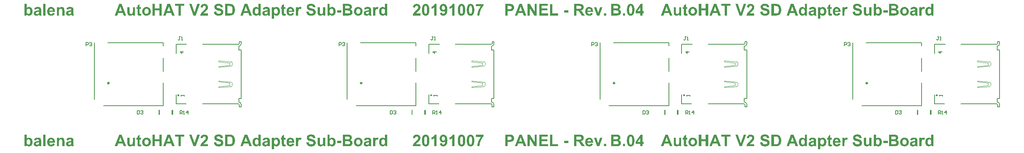
<source format=gto>
G04 Layer_Color=65535*
%FSLAX43Y43*%
%MOMM*%
G71*
G01*
G75*
%ADD20C,0.254*%
%ADD52C,0.102*%
%ADD53C,0.127*%
%ADD54C,0.320*%
%ADD55C,0.305*%
%ADD56C,0.152*%
%ADD57C,0.200*%
G36*
X199522Y34627D02*
X199556D01*
X199596Y34623D01*
X199642Y34618D01*
X199693Y34611D01*
X199749Y34603D01*
X199806Y34591D01*
X199866Y34578D01*
X199926Y34560D01*
X199986Y34540D01*
X200044Y34516D01*
X200102Y34487D01*
X200153Y34454D01*
X200202Y34416D01*
X200204Y34414D01*
X200213Y34407D01*
X200224Y34394D01*
X200239Y34378D01*
X200259Y34356D01*
X200279Y34332D01*
X200302Y34301D01*
X200326Y34267D01*
X200348Y34227D01*
X200373Y34185D01*
X200393Y34139D01*
X200413Y34090D01*
X200430Y34036D01*
X200444Y33979D01*
X200455Y33917D01*
X200459Y33852D01*
X199942Y33830D01*
Y33832D01*
X199940Y33839D01*
X199937Y33850D01*
X199935Y33863D01*
X199931Y33879D01*
X199926Y33897D01*
X199911Y33939D01*
X199893Y33985D01*
X199866Y34034D01*
X199835Y34076D01*
X199818Y34096D01*
X199798Y34114D01*
X199795D01*
X199793Y34119D01*
X199786Y34123D01*
X199778Y34127D01*
X199767Y34134D01*
X199751Y34141D01*
X199735Y34150D01*
X199715Y34159D01*
X199695Y34165D01*
X199671Y34174D01*
X199644Y34181D01*
X199613Y34187D01*
X199582Y34192D01*
X199547Y34196D01*
X199511Y34201D01*
X199449D01*
X199434Y34199D01*
X199416D01*
X199394Y34196D01*
X199369Y34194D01*
X199342Y34190D01*
X199287Y34179D01*
X199227Y34161D01*
X199172Y34139D01*
X199143Y34123D01*
X199118Y34108D01*
X199114Y34105D01*
X199105Y34096D01*
X199094Y34083D01*
X199078Y34065D01*
X199063Y34043D01*
X199052Y34014D01*
X199043Y33983D01*
X199038Y33948D01*
Y33943D01*
X199041Y33932D01*
X199043Y33917D01*
X199047Y33894D01*
X199056Y33870D01*
X199069Y33843D01*
X199089Y33817D01*
X199114Y33792D01*
X199116D01*
X199118Y33788D01*
X199125Y33783D01*
X199136Y33779D01*
X199147Y33770D01*
X199165Y33761D01*
X199185Y33752D01*
X199209Y33741D01*
X199238Y33728D01*
X199274Y33715D01*
X199311Y33701D01*
X199356Y33686D01*
X199405Y33670D01*
X199460Y33655D01*
X199522Y33637D01*
X199589Y33621D01*
X199593D01*
X199604Y33617D01*
X199624Y33612D01*
X199651Y33606D01*
X199682Y33597D01*
X199718Y33588D01*
X199758Y33577D01*
X199800Y33566D01*
X199891Y33537D01*
X199984Y33506D01*
X200028Y33490D01*
X200071Y33473D01*
X200111Y33455D01*
X200146Y33437D01*
X200148D01*
X200155Y33433D01*
X200164Y33428D01*
X200177Y33419D01*
X200191Y33410D01*
X200208Y33399D01*
X200250Y33368D01*
X200295Y33333D01*
X200344Y33288D01*
X200388Y33235D01*
X200430Y33177D01*
X200432Y33175D01*
X200435Y33171D01*
X200439Y33160D01*
X200446Y33148D01*
X200455Y33133D01*
X200464Y33113D01*
X200472Y33091D01*
X200481Y33064D01*
X200490Y33037D01*
X200499Y33006D01*
X200508Y32973D01*
X200517Y32938D01*
X200524Y32898D01*
X200528Y32858D01*
X200532Y32815D01*
Y32771D01*
Y32769D01*
Y32762D01*
Y32749D01*
X200530Y32733D01*
X200528Y32713D01*
X200526Y32691D01*
X200521Y32665D01*
X200517Y32638D01*
X200510Y32607D01*
X200501Y32574D01*
X200479Y32505D01*
X200466Y32469D01*
X200450Y32431D01*
X200430Y32394D01*
X200408Y32358D01*
X200406Y32356D01*
X200401Y32349D01*
X200395Y32340D01*
X200386Y32327D01*
X200373Y32312D01*
X200357Y32294D01*
X200339Y32274D01*
X200319Y32252D01*
X200295Y32229D01*
X200270Y32205D01*
X200242Y32181D01*
X200211Y32158D01*
X200177Y32134D01*
X200142Y32114D01*
X200102Y32092D01*
X200062Y32074D01*
X200060D01*
X200051Y32070D01*
X200040Y32065D01*
X200022Y32058D01*
X200000Y32052D01*
X199973Y32045D01*
X199944Y32036D01*
X199909Y32027D01*
X199871Y32019D01*
X199829Y32010D01*
X199782Y32003D01*
X199733Y31996D01*
X199682Y31990D01*
X199627Y31985D01*
X199569Y31983D01*
X199507Y31981D01*
X199473D01*
X199460Y31983D01*
X199427Y31985D01*
X199387Y31987D01*
X199340Y31992D01*
X199287Y31999D01*
X199232Y32010D01*
X199172Y32021D01*
X199112Y32036D01*
X199047Y32054D01*
X198985Y32076D01*
X198925Y32101D01*
X198865Y32132D01*
X198810Y32165D01*
X198759Y32205D01*
X198756Y32207D01*
X198748Y32216D01*
X198734Y32229D01*
X198716Y32247D01*
X198696Y32269D01*
X198674Y32298D01*
X198650Y32332D01*
X198623Y32371D01*
X198597Y32414D01*
X198570Y32463D01*
X198543Y32518D01*
X198519Y32576D01*
X198497Y32640D01*
X198477Y32709D01*
X198461Y32782D01*
X198450Y32860D01*
X198954Y32909D01*
Y32907D01*
X198956Y32898D01*
X198958Y32884D01*
X198963Y32867D01*
X198970Y32847D01*
X198976Y32822D01*
X198983Y32796D01*
X198994Y32767D01*
X199018Y32704D01*
X199049Y32645D01*
X199089Y32585D01*
X199112Y32560D01*
X199136Y32536D01*
X199138Y32534D01*
X199143Y32531D01*
X199152Y32525D01*
X199163Y32518D01*
X199176Y32509D01*
X199194Y32498D01*
X199214Y32487D01*
X199236Y32478D01*
X199260Y32467D01*
X199289Y32456D01*
X199320Y32445D01*
X199354Y32436D01*
X199389Y32429D01*
X199427Y32423D01*
X199469Y32420D01*
X199511Y32418D01*
X199536D01*
X199553Y32420D01*
X199573D01*
X199598Y32425D01*
X199624Y32427D01*
X199653Y32431D01*
X199713Y32445D01*
X199775Y32463D01*
X199835Y32489D01*
X199864Y32505D01*
X199889Y32522D01*
X199891Y32525D01*
X199893Y32527D01*
X199900Y32534D01*
X199909Y32542D01*
X199929Y32565D01*
X199953Y32593D01*
X199975Y32629D01*
X199995Y32671D01*
X200004Y32693D01*
X200011Y32718D01*
X200013Y32742D01*
X200015Y32769D01*
Y32773D01*
Y32784D01*
X200013Y32802D01*
X200008Y32822D01*
X200002Y32847D01*
X199993Y32873D01*
X199980Y32900D01*
X199962Y32924D01*
X199960Y32926D01*
X199951Y32935D01*
X199937Y32946D01*
X199920Y32962D01*
X199893Y32980D01*
X199860Y32998D01*
X199822Y33018D01*
X199775Y33035D01*
X199771Y33037D01*
X199764Y33040D01*
X199755Y33042D01*
X199744Y33044D01*
X199729Y33049D01*
X199711Y33055D01*
X199689Y33062D01*
X199664Y33069D01*
X199633Y33075D01*
X199600Y33084D01*
X199562Y33095D01*
X199520Y33106D01*
X199471Y33120D01*
X199418Y33133D01*
X199360Y33146D01*
X199358D01*
X199356Y33148D01*
X199342Y33151D01*
X199320Y33157D01*
X199294Y33164D01*
X199258Y33175D01*
X199220Y33186D01*
X199178Y33200D01*
X199132Y33217D01*
X199036Y33253D01*
X198941Y33297D01*
X198894Y33319D01*
X198852Y33346D01*
X198812Y33373D01*
X198779Y33399D01*
X198776Y33402D01*
X198768Y33408D01*
X198756Y33422D01*
X198741Y33437D01*
X198723Y33457D01*
X198703Y33481D01*
X198683Y33510D01*
X198661Y33544D01*
X198639Y33579D01*
X198619Y33617D01*
X198599Y33661D01*
X198581Y33706D01*
X198566Y33755D01*
X198554Y33806D01*
X198546Y33859D01*
X198543Y33914D01*
Y33917D01*
Y33923D01*
Y33934D01*
X198546Y33948D01*
X198548Y33965D01*
X198550Y33985D01*
X198552Y34008D01*
X198557Y34034D01*
X198570Y34090D01*
X198590Y34150D01*
X198601Y34183D01*
X198617Y34214D01*
X198632Y34247D01*
X198652Y34278D01*
X198654Y34281D01*
X198657Y34285D01*
X198663Y34294D01*
X198672Y34307D01*
X198683Y34321D01*
X198699Y34338D01*
X198714Y34356D01*
X198734Y34376D01*
X198754Y34396D01*
X198779Y34416D01*
X198805Y34438D01*
X198834Y34460D01*
X198865Y34480D01*
X198899Y34503D01*
X198934Y34520D01*
X198972Y34538D01*
X198974D01*
X198981Y34543D01*
X198994Y34547D01*
X199010Y34551D01*
X199029Y34560D01*
X199054Y34567D01*
X199081Y34576D01*
X199114Y34585D01*
X199147Y34591D01*
X199187Y34600D01*
X199227Y34609D01*
X199271Y34616D01*
X199320Y34620D01*
X199369Y34625D01*
X199422Y34629D01*
X199509D01*
X199522Y34627D01*
D02*
G37*
G36*
X179054D02*
X179088D01*
X179128Y34623D01*
X179174Y34618D01*
X179225Y34611D01*
X179281Y34603D01*
X179338Y34591D01*
X179398Y34578D01*
X179458Y34560D01*
X179518Y34540D01*
X179576Y34516D01*
X179634Y34487D01*
X179685Y34454D01*
X179734Y34416D01*
X179736Y34414D01*
X179745Y34407D01*
X179756Y34394D01*
X179771Y34378D01*
X179791Y34356D01*
X179811Y34332D01*
X179833Y34301D01*
X179858Y34267D01*
X179880Y34227D01*
X179905Y34185D01*
X179925Y34139D01*
X179944Y34090D01*
X179962Y34036D01*
X179976Y33979D01*
X179987Y33917D01*
X179991Y33852D01*
X179474Y33830D01*
Y33832D01*
X179472Y33839D01*
X179469Y33850D01*
X179467Y33863D01*
X179463Y33879D01*
X179458Y33897D01*
X179443Y33939D01*
X179425Y33985D01*
X179398Y34034D01*
X179367Y34076D01*
X179350Y34096D01*
X179330Y34114D01*
X179327D01*
X179325Y34119D01*
X179318Y34123D01*
X179310Y34127D01*
X179298Y34134D01*
X179283Y34141D01*
X179267Y34150D01*
X179247Y34159D01*
X179227Y34165D01*
X179203Y34174D01*
X179176Y34181D01*
X179145Y34187D01*
X179114Y34192D01*
X179079Y34196D01*
X179043Y34201D01*
X178981D01*
X178965Y34199D01*
X178948D01*
X178926Y34196D01*
X178901Y34194D01*
X178874Y34190D01*
X178819Y34179D01*
X178759Y34161D01*
X178704Y34139D01*
X178675Y34123D01*
X178650Y34108D01*
X178646Y34105D01*
X178637Y34096D01*
X178626Y34083D01*
X178610Y34065D01*
X178595Y34043D01*
X178584Y34014D01*
X178575Y33983D01*
X178570Y33948D01*
Y33943D01*
X178573Y33932D01*
X178575Y33917D01*
X178579Y33894D01*
X178588Y33870D01*
X178601Y33843D01*
X178621Y33817D01*
X178646Y33792D01*
X178648D01*
X178650Y33788D01*
X178657Y33783D01*
X178668Y33779D01*
X178679Y33770D01*
X178697Y33761D01*
X178717Y33752D01*
X178741Y33741D01*
X178770Y33728D01*
X178806Y33715D01*
X178843Y33701D01*
X178888Y33686D01*
X178937Y33670D01*
X178992Y33655D01*
X179054Y33637D01*
X179121Y33621D01*
X179125D01*
X179136Y33617D01*
X179156Y33612D01*
X179183Y33606D01*
X179214Y33597D01*
X179250Y33588D01*
X179290Y33577D01*
X179332Y33566D01*
X179423Y33537D01*
X179516Y33506D01*
X179560Y33490D01*
X179603Y33473D01*
X179643Y33455D01*
X179678Y33437D01*
X179680D01*
X179687Y33433D01*
X179696Y33428D01*
X179709Y33419D01*
X179723Y33410D01*
X179740Y33399D01*
X179782Y33368D01*
X179827Y33333D01*
X179876Y33288D01*
X179920Y33235D01*
X179962Y33177D01*
X179964Y33175D01*
X179967Y33171D01*
X179971Y33160D01*
X179978Y33148D01*
X179987Y33133D01*
X179996Y33113D01*
X180004Y33091D01*
X180013Y33064D01*
X180022Y33037D01*
X180031Y33006D01*
X180040Y32973D01*
X180049Y32938D01*
X180055Y32898D01*
X180060Y32858D01*
X180064Y32815D01*
Y32771D01*
Y32769D01*
Y32762D01*
Y32749D01*
X180062Y32733D01*
X180060Y32713D01*
X180058Y32691D01*
X180053Y32665D01*
X180049Y32638D01*
X180042Y32607D01*
X180033Y32574D01*
X180011Y32505D01*
X179998Y32469D01*
X179982Y32431D01*
X179962Y32394D01*
X179940Y32358D01*
X179938Y32356D01*
X179933Y32349D01*
X179927Y32340D01*
X179918Y32327D01*
X179905Y32312D01*
X179889Y32294D01*
X179871Y32274D01*
X179851Y32252D01*
X179827Y32229D01*
X179802Y32205D01*
X179774Y32181D01*
X179742Y32158D01*
X179709Y32134D01*
X179674Y32114D01*
X179634Y32092D01*
X179594Y32074D01*
X179592D01*
X179583Y32070D01*
X179572Y32065D01*
X179554Y32058D01*
X179532Y32052D01*
X179505Y32045D01*
X179476Y32036D01*
X179441Y32027D01*
X179403Y32019D01*
X179361Y32010D01*
X179314Y32003D01*
X179265Y31996D01*
X179214Y31990D01*
X179159Y31985D01*
X179101Y31983D01*
X179039Y31981D01*
X179005D01*
X178992Y31983D01*
X178959Y31985D01*
X178919Y31987D01*
X178872Y31992D01*
X178819Y31999D01*
X178763Y32010D01*
X178704Y32021D01*
X178644Y32036D01*
X178579Y32054D01*
X178517Y32076D01*
X178457Y32101D01*
X178397Y32132D01*
X178342Y32165D01*
X178291Y32205D01*
X178288Y32207D01*
X178280Y32216D01*
X178266Y32229D01*
X178248Y32247D01*
X178228Y32269D01*
X178206Y32298D01*
X178182Y32332D01*
X178155Y32371D01*
X178129Y32414D01*
X178102Y32463D01*
X178075Y32518D01*
X178051Y32576D01*
X178029Y32640D01*
X178009Y32709D01*
X177993Y32782D01*
X177982Y32860D01*
X178486Y32909D01*
Y32907D01*
X178488Y32898D01*
X178490Y32884D01*
X178495Y32867D01*
X178502Y32847D01*
X178508Y32822D01*
X178515Y32796D01*
X178526Y32767D01*
X178550Y32704D01*
X178581Y32645D01*
X178621Y32585D01*
X178644Y32560D01*
X178668Y32536D01*
X178670Y32534D01*
X178675Y32531D01*
X178684Y32525D01*
X178695Y32518D01*
X178708Y32509D01*
X178726Y32498D01*
X178746Y32487D01*
X178768Y32478D01*
X178792Y32467D01*
X178821Y32456D01*
X178852Y32445D01*
X178886Y32436D01*
X178921Y32429D01*
X178959Y32423D01*
X179001Y32420D01*
X179043Y32418D01*
X179068D01*
X179085Y32420D01*
X179105D01*
X179130Y32425D01*
X179156Y32427D01*
X179185Y32431D01*
X179245Y32445D01*
X179307Y32463D01*
X179367Y32489D01*
X179396Y32505D01*
X179421Y32522D01*
X179423Y32525D01*
X179425Y32527D01*
X179432Y32534D01*
X179441Y32542D01*
X179461Y32565D01*
X179485Y32593D01*
X179507Y32629D01*
X179527Y32671D01*
X179536Y32693D01*
X179543Y32718D01*
X179545Y32742D01*
X179547Y32769D01*
Y32773D01*
Y32784D01*
X179545Y32802D01*
X179540Y32822D01*
X179534Y32847D01*
X179525Y32873D01*
X179512Y32900D01*
X179494Y32924D01*
X179492Y32926D01*
X179483Y32935D01*
X179469Y32946D01*
X179452Y32962D01*
X179425Y32980D01*
X179392Y32998D01*
X179354Y33018D01*
X179307Y33035D01*
X179303Y33037D01*
X179296Y33040D01*
X179287Y33042D01*
X179276Y33044D01*
X179261Y33049D01*
X179243Y33055D01*
X179221Y33062D01*
X179196Y33069D01*
X179165Y33075D01*
X179132Y33084D01*
X179094Y33095D01*
X179052Y33106D01*
X179003Y33120D01*
X178950Y33133D01*
X178892Y33146D01*
X178890D01*
X178888Y33148D01*
X178874Y33151D01*
X178852Y33157D01*
X178826Y33164D01*
X178790Y33175D01*
X178752Y33186D01*
X178710Y33200D01*
X178664Y33217D01*
X178568Y33253D01*
X178473Y33297D01*
X178426Y33319D01*
X178384Y33346D01*
X178344Y33373D01*
X178311Y33399D01*
X178308Y33402D01*
X178299Y33408D01*
X178288Y33422D01*
X178273Y33437D01*
X178255Y33457D01*
X178235Y33481D01*
X178215Y33510D01*
X178193Y33544D01*
X178171Y33579D01*
X178151Y33617D01*
X178131Y33661D01*
X178113Y33706D01*
X178097Y33755D01*
X178086Y33806D01*
X178078Y33859D01*
X178075Y33914D01*
Y33917D01*
Y33923D01*
Y33934D01*
X178078Y33948D01*
X178080Y33965D01*
X178082Y33985D01*
X178084Y34008D01*
X178089Y34034D01*
X178102Y34090D01*
X178122Y34150D01*
X178133Y34183D01*
X178149Y34214D01*
X178164Y34247D01*
X178184Y34278D01*
X178186Y34281D01*
X178189Y34285D01*
X178195Y34294D01*
X178204Y34307D01*
X178215Y34321D01*
X178231Y34338D01*
X178246Y34356D01*
X178266Y34376D01*
X178286Y34396D01*
X178311Y34416D01*
X178337Y34438D01*
X178366Y34460D01*
X178397Y34480D01*
X178430Y34503D01*
X178466Y34520D01*
X178504Y34538D01*
X178506D01*
X178513Y34543D01*
X178526Y34547D01*
X178541Y34551D01*
X178561Y34560D01*
X178586Y34567D01*
X178613Y34576D01*
X178646Y34585D01*
X178679Y34591D01*
X178719Y34600D01*
X178759Y34609D01*
X178803Y34616D01*
X178852Y34620D01*
X178901Y34625D01*
X178954Y34629D01*
X179041D01*
X179054Y34627D01*
D02*
G37*
G36*
X78522D02*
X78556D01*
X78596Y34623D01*
X78642Y34618D01*
X78693Y34611D01*
X78749Y34603D01*
X78806Y34591D01*
X78866Y34578D01*
X78926Y34560D01*
X78986Y34540D01*
X79044Y34516D01*
X79102Y34487D01*
X79153Y34454D01*
X79202Y34416D01*
X79204Y34414D01*
X79213Y34407D01*
X79224Y34394D01*
X79239Y34378D01*
X79259Y34356D01*
X79279Y34332D01*
X79302Y34301D01*
X79326Y34267D01*
X79348Y34227D01*
X79373Y34185D01*
X79393Y34139D01*
X79413Y34090D01*
X79430Y34036D01*
X79444Y33979D01*
X79455Y33917D01*
X79459Y33852D01*
X78942Y33830D01*
Y33832D01*
X78940Y33839D01*
X78937Y33850D01*
X78935Y33863D01*
X78931Y33879D01*
X78926Y33897D01*
X78911Y33939D01*
X78893Y33985D01*
X78866Y34034D01*
X78835Y34076D01*
X78818Y34096D01*
X78798Y34114D01*
X78795D01*
X78793Y34119D01*
X78786Y34123D01*
X78778Y34127D01*
X78767Y34134D01*
X78751Y34141D01*
X78735Y34150D01*
X78715Y34159D01*
X78695Y34165D01*
X78671Y34174D01*
X78644Y34181D01*
X78613Y34187D01*
X78582Y34192D01*
X78547Y34196D01*
X78511Y34201D01*
X78449D01*
X78434Y34199D01*
X78416D01*
X78394Y34196D01*
X78369Y34194D01*
X78342Y34190D01*
X78287Y34179D01*
X78227Y34161D01*
X78172Y34139D01*
X78143Y34123D01*
X78118Y34108D01*
X78114Y34105D01*
X78105Y34096D01*
X78094Y34083D01*
X78078Y34065D01*
X78063Y34043D01*
X78052Y34014D01*
X78043Y33983D01*
X78038Y33948D01*
Y33943D01*
X78041Y33932D01*
X78043Y33917D01*
X78047Y33894D01*
X78056Y33870D01*
X78069Y33843D01*
X78089Y33817D01*
X78114Y33792D01*
X78116D01*
X78118Y33788D01*
X78125Y33783D01*
X78136Y33779D01*
X78147Y33770D01*
X78165Y33761D01*
X78185Y33752D01*
X78209Y33741D01*
X78238Y33728D01*
X78274Y33715D01*
X78311Y33701D01*
X78356Y33686D01*
X78405Y33670D01*
X78460Y33655D01*
X78522Y33637D01*
X78589Y33621D01*
X78593D01*
X78604Y33617D01*
X78624Y33612D01*
X78651Y33606D01*
X78682Y33597D01*
X78718Y33588D01*
X78758Y33577D01*
X78800Y33566D01*
X78891Y33537D01*
X78984Y33506D01*
X79028Y33490D01*
X79071Y33473D01*
X79111Y33455D01*
X79146Y33437D01*
X79148D01*
X79155Y33433D01*
X79164Y33428D01*
X79177Y33419D01*
X79191Y33410D01*
X79208Y33399D01*
X79250Y33368D01*
X79295Y33333D01*
X79344Y33288D01*
X79388Y33235D01*
X79430Y33177D01*
X79433Y33175D01*
X79435Y33171D01*
X79439Y33160D01*
X79446Y33148D01*
X79455Y33133D01*
X79464Y33113D01*
X79472Y33091D01*
X79481Y33064D01*
X79490Y33037D01*
X79499Y33006D01*
X79508Y32973D01*
X79517Y32938D01*
X79524Y32898D01*
X79528Y32858D01*
X79532Y32815D01*
Y32771D01*
Y32769D01*
Y32762D01*
Y32749D01*
X79530Y32733D01*
X79528Y32713D01*
X79526Y32691D01*
X79521Y32665D01*
X79517Y32638D01*
X79510Y32607D01*
X79501Y32574D01*
X79479Y32505D01*
X79466Y32469D01*
X79450Y32431D01*
X79430Y32394D01*
X79408Y32358D01*
X79406Y32356D01*
X79401Y32349D01*
X79395Y32340D01*
X79386Y32327D01*
X79373Y32312D01*
X79357Y32294D01*
X79339Y32274D01*
X79319Y32252D01*
X79295Y32229D01*
X79270Y32205D01*
X79242Y32181D01*
X79211Y32158D01*
X79177Y32134D01*
X79142Y32114D01*
X79102Y32092D01*
X79062Y32074D01*
X79060D01*
X79051Y32070D01*
X79040Y32065D01*
X79022Y32058D01*
X79000Y32052D01*
X78973Y32045D01*
X78944Y32036D01*
X78909Y32027D01*
X78871Y32019D01*
X78829Y32010D01*
X78782Y32003D01*
X78733Y31996D01*
X78682Y31990D01*
X78627Y31985D01*
X78569Y31983D01*
X78507Y31981D01*
X78473D01*
X78460Y31983D01*
X78427Y31985D01*
X78387Y31987D01*
X78340Y31992D01*
X78287Y31999D01*
X78231Y32010D01*
X78172Y32021D01*
X78112Y32036D01*
X78047Y32054D01*
X77985Y32076D01*
X77925Y32101D01*
X77865Y32132D01*
X77810Y32165D01*
X77759Y32205D01*
X77756Y32207D01*
X77748Y32216D01*
X77734Y32229D01*
X77716Y32247D01*
X77696Y32269D01*
X77674Y32298D01*
X77650Y32332D01*
X77623Y32371D01*
X77597Y32414D01*
X77570Y32463D01*
X77543Y32518D01*
X77519Y32576D01*
X77497Y32640D01*
X77477Y32709D01*
X77461Y32782D01*
X77450Y32860D01*
X77954Y32909D01*
Y32907D01*
X77956Y32898D01*
X77958Y32884D01*
X77963Y32867D01*
X77970Y32847D01*
X77976Y32822D01*
X77983Y32796D01*
X77994Y32767D01*
X78018Y32704D01*
X78049Y32645D01*
X78089Y32585D01*
X78112Y32560D01*
X78136Y32536D01*
X78138Y32534D01*
X78143Y32531D01*
X78152Y32525D01*
X78163Y32518D01*
X78176Y32509D01*
X78194Y32498D01*
X78214Y32487D01*
X78236Y32478D01*
X78260Y32467D01*
X78289Y32456D01*
X78320Y32445D01*
X78354Y32436D01*
X78389Y32429D01*
X78427Y32423D01*
X78469Y32420D01*
X78511Y32418D01*
X78536D01*
X78553Y32420D01*
X78573D01*
X78598Y32425D01*
X78624Y32427D01*
X78653Y32431D01*
X78713Y32445D01*
X78775Y32463D01*
X78835Y32489D01*
X78864Y32505D01*
X78889Y32522D01*
X78891Y32525D01*
X78893Y32527D01*
X78900Y32534D01*
X78909Y32542D01*
X78929Y32565D01*
X78953Y32593D01*
X78975Y32629D01*
X78995Y32671D01*
X79004Y32693D01*
X79011Y32718D01*
X79013Y32742D01*
X79015Y32769D01*
Y32773D01*
Y32784D01*
X79013Y32802D01*
X79008Y32822D01*
X79002Y32847D01*
X78993Y32873D01*
X78980Y32900D01*
X78962Y32924D01*
X78960Y32926D01*
X78951Y32935D01*
X78937Y32946D01*
X78920Y32962D01*
X78893Y32980D01*
X78860Y32998D01*
X78822Y33018D01*
X78775Y33035D01*
X78771Y33037D01*
X78764Y33040D01*
X78755Y33042D01*
X78744Y33044D01*
X78729Y33049D01*
X78711Y33055D01*
X78689Y33062D01*
X78664Y33069D01*
X78633Y33075D01*
X78600Y33084D01*
X78562Y33095D01*
X78520Y33106D01*
X78471Y33120D01*
X78418Y33133D01*
X78360Y33146D01*
X78358D01*
X78356Y33148D01*
X78342Y33151D01*
X78320Y33157D01*
X78294Y33164D01*
X78258Y33175D01*
X78220Y33186D01*
X78178Y33200D01*
X78132Y33217D01*
X78036Y33253D01*
X77941Y33297D01*
X77894Y33319D01*
X77852Y33346D01*
X77812Y33373D01*
X77779Y33399D01*
X77776Y33402D01*
X77768Y33408D01*
X77756Y33422D01*
X77741Y33437D01*
X77723Y33457D01*
X77703Y33481D01*
X77683Y33510D01*
X77661Y33544D01*
X77639Y33579D01*
X77619Y33617D01*
X77599Y33661D01*
X77581Y33706D01*
X77566Y33755D01*
X77554Y33806D01*
X77546Y33859D01*
X77543Y33914D01*
Y33917D01*
Y33923D01*
Y33934D01*
X77546Y33948D01*
X77548Y33965D01*
X77550Y33985D01*
X77552Y34008D01*
X77557Y34034D01*
X77570Y34090D01*
X77590Y34150D01*
X77601Y34183D01*
X77617Y34214D01*
X77632Y34247D01*
X77652Y34278D01*
X77654Y34281D01*
X77657Y34285D01*
X77663Y34294D01*
X77672Y34307D01*
X77683Y34321D01*
X77699Y34338D01*
X77714Y34356D01*
X77734Y34376D01*
X77754Y34396D01*
X77779Y34416D01*
X77805Y34438D01*
X77834Y34460D01*
X77865Y34480D01*
X77899Y34503D01*
X77934Y34520D01*
X77972Y34538D01*
X77974D01*
X77981Y34543D01*
X77994Y34547D01*
X78010Y34551D01*
X78029Y34560D01*
X78054Y34567D01*
X78081Y34576D01*
X78114Y34585D01*
X78147Y34591D01*
X78187Y34600D01*
X78227Y34609D01*
X78271Y34616D01*
X78320Y34620D01*
X78369Y34625D01*
X78422Y34629D01*
X78509D01*
X78522Y34627D01*
D02*
G37*
G36*
X58054D02*
X58088D01*
X58128Y34623D01*
X58174Y34618D01*
X58225Y34611D01*
X58281Y34603D01*
X58338Y34591D01*
X58398Y34578D01*
X58458Y34560D01*
X58518Y34540D01*
X58576Y34516D01*
X58634Y34487D01*
X58685Y34454D01*
X58734Y34416D01*
X58736Y34414D01*
X58745Y34407D01*
X58756Y34394D01*
X58771Y34378D01*
X58791Y34356D01*
X58811Y34332D01*
X58833Y34301D01*
X58858Y34267D01*
X58880Y34227D01*
X58905Y34185D01*
X58925Y34139D01*
X58944Y34090D01*
X58962Y34036D01*
X58976Y33979D01*
X58987Y33917D01*
X58991Y33852D01*
X58474Y33830D01*
Y33832D01*
X58472Y33839D01*
X58469Y33850D01*
X58467Y33863D01*
X58463Y33879D01*
X58458Y33897D01*
X58443Y33939D01*
X58425Y33985D01*
X58398Y34034D01*
X58367Y34076D01*
X58350Y34096D01*
X58330Y34114D01*
X58327D01*
X58325Y34119D01*
X58318Y34123D01*
X58310Y34127D01*
X58298Y34134D01*
X58283Y34141D01*
X58267Y34150D01*
X58247Y34159D01*
X58227Y34165D01*
X58203Y34174D01*
X58176Y34181D01*
X58145Y34187D01*
X58114Y34192D01*
X58079Y34196D01*
X58043Y34201D01*
X57981D01*
X57965Y34199D01*
X57948D01*
X57926Y34196D01*
X57901Y34194D01*
X57874Y34190D01*
X57819Y34179D01*
X57759Y34161D01*
X57704Y34139D01*
X57675Y34123D01*
X57650Y34108D01*
X57646Y34105D01*
X57637Y34096D01*
X57626Y34083D01*
X57610Y34065D01*
X57595Y34043D01*
X57584Y34014D01*
X57575Y33983D01*
X57570Y33948D01*
Y33943D01*
X57573Y33932D01*
X57575Y33917D01*
X57579Y33894D01*
X57588Y33870D01*
X57601Y33843D01*
X57621Y33817D01*
X57646Y33792D01*
X57648D01*
X57650Y33788D01*
X57657Y33783D01*
X57668Y33779D01*
X57679Y33770D01*
X57697Y33761D01*
X57717Y33752D01*
X57741Y33741D01*
X57770Y33728D01*
X57806Y33715D01*
X57843Y33701D01*
X57888Y33686D01*
X57937Y33670D01*
X57992Y33655D01*
X58054Y33637D01*
X58121Y33621D01*
X58125D01*
X58136Y33617D01*
X58156Y33612D01*
X58183Y33606D01*
X58214Y33597D01*
X58250Y33588D01*
X58290Y33577D01*
X58332Y33566D01*
X58423Y33537D01*
X58516Y33506D01*
X58560Y33490D01*
X58603Y33473D01*
X58643Y33455D01*
X58678Y33437D01*
X58680D01*
X58687Y33433D01*
X58696Y33428D01*
X58709Y33419D01*
X58722Y33410D01*
X58740Y33399D01*
X58782Y33368D01*
X58827Y33333D01*
X58876Y33288D01*
X58920Y33235D01*
X58962Y33177D01*
X58964Y33175D01*
X58967Y33171D01*
X58971Y33160D01*
X58978Y33148D01*
X58987Y33133D01*
X58996Y33113D01*
X59004Y33091D01*
X59013Y33064D01*
X59022Y33037D01*
X59031Y33006D01*
X59040Y32973D01*
X59049Y32938D01*
X59055Y32898D01*
X59060Y32858D01*
X59064Y32815D01*
Y32771D01*
Y32769D01*
Y32762D01*
Y32749D01*
X59062Y32733D01*
X59060Y32713D01*
X59058Y32691D01*
X59053Y32665D01*
X59049Y32638D01*
X59042Y32607D01*
X59033Y32574D01*
X59011Y32505D01*
X58998Y32469D01*
X58982Y32431D01*
X58962Y32394D01*
X58940Y32358D01*
X58938Y32356D01*
X58933Y32349D01*
X58927Y32340D01*
X58918Y32327D01*
X58905Y32312D01*
X58889Y32294D01*
X58871Y32274D01*
X58851Y32252D01*
X58827Y32229D01*
X58802Y32205D01*
X58774Y32181D01*
X58742Y32158D01*
X58709Y32134D01*
X58674Y32114D01*
X58634Y32092D01*
X58594Y32074D01*
X58592D01*
X58583Y32070D01*
X58572Y32065D01*
X58554Y32058D01*
X58532Y32052D01*
X58505Y32045D01*
X58476Y32036D01*
X58441Y32027D01*
X58403Y32019D01*
X58361Y32010D01*
X58314Y32003D01*
X58265Y31996D01*
X58214Y31990D01*
X58159Y31985D01*
X58101Y31983D01*
X58039Y31981D01*
X58005D01*
X57992Y31983D01*
X57959Y31985D01*
X57919Y31987D01*
X57872Y31992D01*
X57819Y31999D01*
X57763Y32010D01*
X57704Y32021D01*
X57644Y32036D01*
X57579Y32054D01*
X57517Y32076D01*
X57457Y32101D01*
X57397Y32132D01*
X57342Y32165D01*
X57291Y32205D01*
X57288Y32207D01*
X57280Y32216D01*
X57266Y32229D01*
X57248Y32247D01*
X57228Y32269D01*
X57206Y32298D01*
X57182Y32332D01*
X57155Y32371D01*
X57129Y32414D01*
X57102Y32463D01*
X57075Y32518D01*
X57051Y32576D01*
X57029Y32640D01*
X57009Y32709D01*
X56993Y32782D01*
X56982Y32860D01*
X57486Y32909D01*
Y32907D01*
X57488Y32898D01*
X57490Y32884D01*
X57495Y32867D01*
X57502Y32847D01*
X57508Y32822D01*
X57515Y32796D01*
X57526Y32767D01*
X57550Y32704D01*
X57581Y32645D01*
X57621Y32585D01*
X57644Y32560D01*
X57668Y32536D01*
X57670Y32534D01*
X57675Y32531D01*
X57684Y32525D01*
X57695Y32518D01*
X57708Y32509D01*
X57726Y32498D01*
X57746Y32487D01*
X57768Y32478D01*
X57792Y32467D01*
X57821Y32456D01*
X57852Y32445D01*
X57886Y32436D01*
X57921Y32429D01*
X57959Y32423D01*
X58001Y32420D01*
X58043Y32418D01*
X58068D01*
X58085Y32420D01*
X58105D01*
X58130Y32425D01*
X58156Y32427D01*
X58185Y32431D01*
X58245Y32445D01*
X58307Y32463D01*
X58367Y32489D01*
X58396Y32505D01*
X58421Y32522D01*
X58423Y32525D01*
X58425Y32527D01*
X58432Y32534D01*
X58441Y32542D01*
X58461Y32565D01*
X58485Y32593D01*
X58507Y32629D01*
X58527Y32671D01*
X58536Y32693D01*
X58543Y32718D01*
X58545Y32742D01*
X58547Y32769D01*
Y32773D01*
Y32784D01*
X58545Y32802D01*
X58540Y32822D01*
X58534Y32847D01*
X58525Y32873D01*
X58512Y32900D01*
X58494Y32924D01*
X58492Y32926D01*
X58483Y32935D01*
X58469Y32946D01*
X58452Y32962D01*
X58425Y32980D01*
X58392Y32998D01*
X58354Y33018D01*
X58307Y33035D01*
X58303Y33037D01*
X58296Y33040D01*
X58287Y33042D01*
X58276Y33044D01*
X58261Y33049D01*
X58243Y33055D01*
X58221Y33062D01*
X58196Y33069D01*
X58165Y33075D01*
X58132Y33084D01*
X58094Y33095D01*
X58052Y33106D01*
X58003Y33120D01*
X57950Y33133D01*
X57892Y33146D01*
X57890D01*
X57888Y33148D01*
X57874Y33151D01*
X57852Y33157D01*
X57826Y33164D01*
X57790Y33175D01*
X57752Y33186D01*
X57710Y33200D01*
X57664Y33217D01*
X57568Y33253D01*
X57473Y33297D01*
X57426Y33319D01*
X57384Y33346D01*
X57344Y33373D01*
X57311Y33399D01*
X57308Y33402D01*
X57299Y33408D01*
X57288Y33422D01*
X57273Y33437D01*
X57255Y33457D01*
X57235Y33481D01*
X57215Y33510D01*
X57193Y33544D01*
X57171Y33579D01*
X57151Y33617D01*
X57131Y33661D01*
X57113Y33706D01*
X57097Y33755D01*
X57086Y33806D01*
X57078Y33859D01*
X57075Y33914D01*
Y33917D01*
Y33923D01*
Y33934D01*
X57078Y33948D01*
X57080Y33965D01*
X57082Y33985D01*
X57084Y34008D01*
X57089Y34034D01*
X57102Y34090D01*
X57122Y34150D01*
X57133Y34183D01*
X57149Y34214D01*
X57164Y34247D01*
X57184Y34278D01*
X57186Y34281D01*
X57188Y34285D01*
X57195Y34294D01*
X57204Y34307D01*
X57215Y34321D01*
X57231Y34338D01*
X57246Y34356D01*
X57266Y34376D01*
X57286Y34396D01*
X57311Y34416D01*
X57337Y34438D01*
X57366Y34460D01*
X57397Y34480D01*
X57430Y34503D01*
X57466Y34520D01*
X57504Y34538D01*
X57506D01*
X57513Y34543D01*
X57526Y34547D01*
X57541Y34551D01*
X57561Y34560D01*
X57586Y34567D01*
X57613Y34576D01*
X57646Y34585D01*
X57679Y34591D01*
X57719Y34600D01*
X57759Y34609D01*
X57803Y34616D01*
X57852Y34620D01*
X57901Y34625D01*
X57954Y34629D01*
X58041D01*
X58054Y34627D01*
D02*
G37*
G36*
X216372Y32025D02*
X215917D01*
Y32296D01*
X215915Y32294D01*
X215912Y32289D01*
X215906Y32280D01*
X215897Y32269D01*
X215886Y32256D01*
X215872Y32243D01*
X215839Y32207D01*
X215799Y32169D01*
X215755Y32130D01*
X215701Y32094D01*
X215646Y32061D01*
X215644D01*
X215639Y32058D01*
X215630Y32054D01*
X215619Y32050D01*
X215606Y32043D01*
X215588Y32036D01*
X215570Y32030D01*
X215550Y32023D01*
X215504Y32007D01*
X215451Y31996D01*
X215393Y31987D01*
X215335Y31983D01*
X215322D01*
X215304Y31985D01*
X215282Y31987D01*
X215253Y31992D01*
X215222Y31996D01*
X215186Y32005D01*
X215146Y32016D01*
X215104Y32030D01*
X215060Y32045D01*
X215015Y32067D01*
X214969Y32092D01*
X214922Y32121D01*
X214876Y32156D01*
X214831Y32196D01*
X214787Y32241D01*
X214785Y32243D01*
X214778Y32252D01*
X214767Y32267D01*
X214751Y32287D01*
X214733Y32314D01*
X214716Y32347D01*
X214696Y32385D01*
X214674Y32427D01*
X214654Y32476D01*
X214631Y32529D01*
X214614Y32587D01*
X214596Y32651D01*
X214580Y32720D01*
X214569Y32796D01*
X214563Y32873D01*
X214560Y32958D01*
Y32960D01*
Y32962D01*
Y32969D01*
Y32978D01*
Y32989D01*
X214563Y33002D01*
X214565Y33035D01*
X214567Y33075D01*
X214571Y33120D01*
X214578Y33171D01*
X214587Y33224D01*
X214600Y33282D01*
X214614Y33339D01*
X214631Y33399D01*
X214654Y33459D01*
X214678Y33517D01*
X214707Y33575D01*
X214742Y33626D01*
X214780Y33675D01*
X214782Y33677D01*
X214791Y33686D01*
X214802Y33697D01*
X214820Y33712D01*
X214842Y33732D01*
X214869Y33752D01*
X214900Y33775D01*
X214933Y33799D01*
X214973Y33821D01*
X215015Y33843D01*
X215062Y33863D01*
X215111Y33883D01*
X215164Y33899D01*
X215220Y33910D01*
X215280Y33919D01*
X215342Y33921D01*
X215355D01*
X215373Y33919D01*
X215395Y33917D01*
X215422Y33912D01*
X215453Y33908D01*
X215488Y33899D01*
X215526Y33888D01*
X215566Y33874D01*
X215610Y33857D01*
X215655Y33837D01*
X215701Y33812D01*
X215746Y33781D01*
X215792Y33748D01*
X215837Y33708D01*
X215881Y33661D01*
Y34585D01*
X216372D01*
Y32025D01*
D02*
G37*
G36*
X188356D02*
X187901D01*
Y32296D01*
X187899Y32294D01*
X187896Y32289D01*
X187890Y32280D01*
X187881Y32269D01*
X187870Y32256D01*
X187856Y32243D01*
X187823Y32207D01*
X187783Y32169D01*
X187739Y32130D01*
X187685Y32094D01*
X187630Y32061D01*
X187628D01*
X187623Y32058D01*
X187614Y32054D01*
X187603Y32050D01*
X187590Y32043D01*
X187572Y32036D01*
X187555Y32030D01*
X187535Y32023D01*
X187488Y32007D01*
X187435Y31996D01*
X187377Y31987D01*
X187319Y31983D01*
X187306D01*
X187288Y31985D01*
X187266Y31987D01*
X187237Y31992D01*
X187206Y31996D01*
X187170Y32005D01*
X187130Y32016D01*
X187088Y32030D01*
X187044Y32045D01*
X187000Y32067D01*
X186953Y32092D01*
X186906Y32121D01*
X186860Y32156D01*
X186815Y32196D01*
X186771Y32241D01*
X186769Y32243D01*
X186762Y32252D01*
X186751Y32267D01*
X186735Y32287D01*
X186718Y32314D01*
X186700Y32347D01*
X186680Y32385D01*
X186658Y32427D01*
X186638Y32476D01*
X186615Y32529D01*
X186598Y32587D01*
X186580Y32651D01*
X186564Y32720D01*
X186553Y32796D01*
X186547Y32873D01*
X186544Y32958D01*
Y32960D01*
Y32962D01*
Y32969D01*
Y32978D01*
Y32989D01*
X186547Y33002D01*
X186549Y33035D01*
X186551Y33075D01*
X186556Y33120D01*
X186562Y33171D01*
X186571Y33224D01*
X186584Y33282D01*
X186598Y33339D01*
X186615Y33399D01*
X186638Y33459D01*
X186662Y33517D01*
X186691Y33575D01*
X186726Y33626D01*
X186764Y33675D01*
X186766Y33677D01*
X186775Y33686D01*
X186786Y33697D01*
X186804Y33712D01*
X186826Y33732D01*
X186853Y33752D01*
X186884Y33775D01*
X186917Y33799D01*
X186957Y33821D01*
X187000Y33843D01*
X187046Y33863D01*
X187095Y33883D01*
X187148Y33899D01*
X187204Y33910D01*
X187264Y33919D01*
X187326Y33921D01*
X187339D01*
X187357Y33919D01*
X187379Y33917D01*
X187406Y33912D01*
X187437Y33908D01*
X187472Y33899D01*
X187510Y33888D01*
X187550Y33874D01*
X187594Y33857D01*
X187639Y33837D01*
X187685Y33812D01*
X187730Y33781D01*
X187777Y33748D01*
X187821Y33708D01*
X187865Y33661D01*
Y34585D01*
X188356D01*
Y32025D01*
D02*
G37*
G36*
X95372D02*
X94917D01*
Y32296D01*
X94914Y32294D01*
X94912Y32289D01*
X94906Y32280D01*
X94897Y32269D01*
X94886Y32256D01*
X94872Y32243D01*
X94839Y32207D01*
X94799Y32169D01*
X94755Y32130D01*
X94701Y32094D01*
X94646Y32061D01*
X94644D01*
X94639Y32058D01*
X94630Y32054D01*
X94619Y32050D01*
X94606Y32043D01*
X94588Y32036D01*
X94570Y32030D01*
X94550Y32023D01*
X94504Y32007D01*
X94451Y31996D01*
X94393Y31987D01*
X94335Y31983D01*
X94322D01*
X94304Y31985D01*
X94282Y31987D01*
X94253Y31992D01*
X94222Y31996D01*
X94186Y32005D01*
X94146Y32016D01*
X94104Y32030D01*
X94060Y32045D01*
X94015Y32067D01*
X93969Y32092D01*
X93922Y32121D01*
X93876Y32156D01*
X93831Y32196D01*
X93787Y32241D01*
X93785Y32243D01*
X93778Y32252D01*
X93767Y32267D01*
X93751Y32287D01*
X93733Y32314D01*
X93716Y32347D01*
X93696Y32385D01*
X93674Y32427D01*
X93654Y32476D01*
X93631Y32529D01*
X93614Y32587D01*
X93596Y32651D01*
X93580Y32720D01*
X93569Y32796D01*
X93563Y32873D01*
X93560Y32958D01*
Y32960D01*
Y32962D01*
Y32969D01*
Y32978D01*
Y32989D01*
X93563Y33002D01*
X93565Y33035D01*
X93567Y33075D01*
X93571Y33120D01*
X93578Y33171D01*
X93587Y33224D01*
X93600Y33282D01*
X93614Y33339D01*
X93631Y33399D01*
X93654Y33459D01*
X93678Y33517D01*
X93707Y33575D01*
X93742Y33626D01*
X93780Y33675D01*
X93782Y33677D01*
X93791Y33686D01*
X93802Y33697D01*
X93820Y33712D01*
X93842Y33732D01*
X93869Y33752D01*
X93900Y33775D01*
X93933Y33799D01*
X93973Y33821D01*
X94015Y33843D01*
X94062Y33863D01*
X94111Y33883D01*
X94164Y33899D01*
X94220Y33910D01*
X94280Y33919D01*
X94342Y33921D01*
X94355D01*
X94373Y33919D01*
X94395Y33917D01*
X94422Y33912D01*
X94453Y33908D01*
X94488Y33899D01*
X94526Y33888D01*
X94566Y33874D01*
X94610Y33857D01*
X94655Y33837D01*
X94701Y33812D01*
X94746Y33781D01*
X94792Y33748D01*
X94837Y33708D01*
X94881Y33661D01*
Y34585D01*
X95372D01*
Y32025D01*
D02*
G37*
G36*
X67356D02*
X66901D01*
Y32296D01*
X66899Y32294D01*
X66896Y32289D01*
X66890Y32280D01*
X66881Y32269D01*
X66870Y32256D01*
X66856Y32243D01*
X66823Y32207D01*
X66783Y32169D01*
X66739Y32130D01*
X66685Y32094D01*
X66630Y32061D01*
X66628D01*
X66623Y32058D01*
X66614Y32054D01*
X66603Y32050D01*
X66590Y32043D01*
X66572Y32036D01*
X66555Y32030D01*
X66535Y32023D01*
X66488Y32007D01*
X66435Y31996D01*
X66377Y31987D01*
X66319Y31983D01*
X66306D01*
X66288Y31985D01*
X66266Y31987D01*
X66237Y31992D01*
X66206Y31996D01*
X66170Y32005D01*
X66131Y32016D01*
X66088Y32030D01*
X66044Y32045D01*
X66000Y32067D01*
X65953Y32092D01*
X65906Y32121D01*
X65860Y32156D01*
X65815Y32196D01*
X65771Y32241D01*
X65769Y32243D01*
X65762Y32252D01*
X65751Y32267D01*
X65735Y32287D01*
X65718Y32314D01*
X65700Y32347D01*
X65680Y32385D01*
X65658Y32427D01*
X65638Y32476D01*
X65615Y32529D01*
X65598Y32587D01*
X65580Y32651D01*
X65564Y32720D01*
X65553Y32796D01*
X65547Y32873D01*
X65544Y32958D01*
Y32960D01*
Y32962D01*
Y32969D01*
Y32978D01*
Y32989D01*
X65547Y33002D01*
X65549Y33035D01*
X65551Y33075D01*
X65556Y33120D01*
X65562Y33171D01*
X65571Y33224D01*
X65584Y33282D01*
X65598Y33339D01*
X65615Y33399D01*
X65638Y33459D01*
X65662Y33517D01*
X65691Y33575D01*
X65726Y33626D01*
X65764Y33675D01*
X65766Y33677D01*
X65775Y33686D01*
X65786Y33697D01*
X65804Y33712D01*
X65826Y33732D01*
X65853Y33752D01*
X65884Y33775D01*
X65917Y33799D01*
X65957Y33821D01*
X66000Y33843D01*
X66046Y33863D01*
X66095Y33883D01*
X66148Y33899D01*
X66204Y33910D01*
X66264Y33919D01*
X66326Y33921D01*
X66339D01*
X66357Y33919D01*
X66379Y33917D01*
X66406Y33912D01*
X66437Y33908D01*
X66472Y33899D01*
X66510Y33888D01*
X66550Y33874D01*
X66594Y33857D01*
X66639Y33837D01*
X66685Y33812D01*
X66730Y33781D01*
X66777Y33748D01*
X66821Y33708D01*
X66865Y33661D01*
Y34585D01*
X67356D01*
Y32025D01*
D02*
G37*
G36*
X214163Y33919D02*
X214178D01*
X214196Y33917D01*
X214214Y33914D01*
X214236Y33910D01*
X214287Y33899D01*
X214341Y33881D01*
X214398Y33859D01*
X214458Y33828D01*
X214305Y33399D01*
X214303D01*
X214301Y33404D01*
X214294Y33406D01*
X214285Y33413D01*
X214261Y33426D01*
X214230Y33442D01*
X214194Y33455D01*
X214156Y33468D01*
X214114Y33477D01*
X214074Y33481D01*
X214056D01*
X214039Y33479D01*
X214014Y33475D01*
X213988Y33468D01*
X213956Y33457D01*
X213928Y33444D01*
X213899Y33424D01*
X213897Y33422D01*
X213888Y33413D01*
X213874Y33397D01*
X213859Y33377D01*
X213841Y33348D01*
X213821Y33313D01*
X213803Y33268D01*
X213788Y33217D01*
Y33215D01*
X213786Y33211D01*
X213783Y33202D01*
X213781Y33186D01*
X213779Y33168D01*
X213774Y33146D01*
X213772Y33117D01*
X213768Y33084D01*
X213763Y33046D01*
X213761Y33002D01*
X213757Y32951D01*
X213754Y32893D01*
X213752Y32831D01*
X213750Y32760D01*
X213748Y32682D01*
Y32598D01*
Y32025D01*
X213257D01*
Y33881D01*
X213712D01*
Y33617D01*
X213715Y33619D01*
X213717Y33626D01*
X213723Y33635D01*
X213732Y33648D01*
X213741Y33661D01*
X213754Y33679D01*
X213781Y33717D01*
X213814Y33759D01*
X213850Y33799D01*
X213885Y33834D01*
X213903Y33850D01*
X213921Y33861D01*
X213925Y33863D01*
X213937Y33870D01*
X213956Y33881D01*
X213983Y33892D01*
X214014Y33901D01*
X214050Y33912D01*
X214090Y33919D01*
X214134Y33921D01*
X214150D01*
X214163Y33919D01*
D02*
G37*
G36*
X197076D02*
X197091D01*
X197109Y33917D01*
X197127Y33914D01*
X197149Y33910D01*
X197200Y33899D01*
X197254Y33881D01*
X197311Y33859D01*
X197371Y33828D01*
X197218Y33399D01*
X197216D01*
X197214Y33404D01*
X197207Y33406D01*
X197198Y33413D01*
X197174Y33426D01*
X197143Y33442D01*
X197107Y33455D01*
X197069Y33468D01*
X197027Y33477D01*
X196987Y33481D01*
X196969D01*
X196952Y33479D01*
X196927Y33475D01*
X196901Y33468D01*
X196869Y33457D01*
X196841Y33444D01*
X196812Y33424D01*
X196810Y33422D01*
X196801Y33413D01*
X196787Y33397D01*
X196772Y33377D01*
X196754Y33348D01*
X196734Y33313D01*
X196716Y33268D01*
X196701Y33217D01*
Y33215D01*
X196699Y33211D01*
X196696Y33202D01*
X196694Y33186D01*
X196692Y33168D01*
X196687Y33146D01*
X196685Y33117D01*
X196681Y33084D01*
X196676Y33046D01*
X196674Y33002D01*
X196670Y32951D01*
X196667Y32893D01*
X196665Y32831D01*
X196663Y32760D01*
X196661Y32682D01*
Y32598D01*
Y32025D01*
X196170D01*
Y33881D01*
X196625D01*
Y33617D01*
X196627Y33619D01*
X196630Y33626D01*
X196636Y33635D01*
X196645Y33648D01*
X196654Y33661D01*
X196667Y33679D01*
X196694Y33717D01*
X196727Y33759D01*
X196763Y33799D01*
X196798Y33834D01*
X196816Y33850D01*
X196834Y33861D01*
X196838Y33863D01*
X196849Y33870D01*
X196869Y33881D01*
X196896Y33892D01*
X196927Y33901D01*
X196963Y33912D01*
X197003Y33919D01*
X197047Y33921D01*
X197063D01*
X197076Y33919D01*
D02*
G37*
G36*
X93163D02*
X93178D01*
X93196Y33917D01*
X93214Y33914D01*
X93236Y33910D01*
X93287Y33899D01*
X93341Y33881D01*
X93398Y33859D01*
X93458Y33828D01*
X93305Y33399D01*
X93303D01*
X93301Y33404D01*
X93294Y33406D01*
X93285Y33413D01*
X93261Y33426D01*
X93230Y33442D01*
X93194Y33455D01*
X93156Y33468D01*
X93114Y33477D01*
X93074Y33481D01*
X93056D01*
X93039Y33479D01*
X93014Y33475D01*
X92988Y33468D01*
X92956Y33457D01*
X92928Y33444D01*
X92899Y33424D01*
X92897Y33422D01*
X92888Y33413D01*
X92874Y33397D01*
X92859Y33377D01*
X92841Y33348D01*
X92821Y33313D01*
X92803Y33268D01*
X92788Y33217D01*
Y33215D01*
X92786Y33211D01*
X92783Y33202D01*
X92781Y33186D01*
X92779Y33168D01*
X92774Y33146D01*
X92772Y33117D01*
X92768Y33084D01*
X92763Y33046D01*
X92761Y33002D01*
X92757Y32951D01*
X92754Y32893D01*
X92752Y32831D01*
X92750Y32760D01*
X92748Y32682D01*
Y32598D01*
Y32025D01*
X92257D01*
Y33881D01*
X92712D01*
Y33617D01*
X92715Y33619D01*
X92717Y33626D01*
X92723Y33635D01*
X92732Y33648D01*
X92741Y33661D01*
X92754Y33679D01*
X92781Y33717D01*
X92814Y33759D01*
X92850Y33799D01*
X92885Y33834D01*
X92903Y33850D01*
X92921Y33861D01*
X92925Y33863D01*
X92937Y33870D01*
X92956Y33881D01*
X92983Y33892D01*
X93014Y33901D01*
X93050Y33912D01*
X93090Y33919D01*
X93134Y33921D01*
X93150D01*
X93163Y33919D01*
D02*
G37*
G36*
X76076D02*
X76091D01*
X76109Y33917D01*
X76127Y33914D01*
X76149Y33910D01*
X76200Y33899D01*
X76254Y33881D01*
X76311Y33859D01*
X76371Y33828D01*
X76218Y33399D01*
X76216D01*
X76214Y33404D01*
X76207Y33406D01*
X76198Y33413D01*
X76174Y33426D01*
X76143Y33442D01*
X76107Y33455D01*
X76069Y33468D01*
X76027Y33477D01*
X75987Y33481D01*
X75969D01*
X75952Y33479D01*
X75927Y33475D01*
X75901Y33468D01*
X75869Y33457D01*
X75841Y33444D01*
X75812Y33424D01*
X75810Y33422D01*
X75801Y33413D01*
X75787Y33397D01*
X75772Y33377D01*
X75754Y33348D01*
X75734Y33313D01*
X75716Y33268D01*
X75701Y33217D01*
Y33215D01*
X75699Y33211D01*
X75696Y33202D01*
X75694Y33186D01*
X75692Y33168D01*
X75687Y33146D01*
X75685Y33117D01*
X75681Y33084D01*
X75676Y33046D01*
X75674Y33002D01*
X75670Y32951D01*
X75667Y32893D01*
X75665Y32831D01*
X75663Y32760D01*
X75661Y32682D01*
Y32598D01*
Y32025D01*
X75170D01*
Y33881D01*
X75625D01*
Y33617D01*
X75627Y33619D01*
X75630Y33626D01*
X75636Y33635D01*
X75645Y33648D01*
X75654Y33661D01*
X75667Y33679D01*
X75694Y33717D01*
X75727Y33759D01*
X75763Y33799D01*
X75798Y33834D01*
X75816Y33850D01*
X75834Y33861D01*
X75838Y33863D01*
X75849Y33870D01*
X75869Y33881D01*
X75896Y33892D01*
X75927Y33901D01*
X75963Y33912D01*
X76003Y33919D01*
X76047Y33921D01*
X76063D01*
X76076Y33919D01*
D02*
G37*
G36*
X191879D02*
X191901Y33917D01*
X191930Y33914D01*
X191963Y33908D01*
X191999Y33899D01*
X192039Y33890D01*
X192081Y33877D01*
X192125Y33859D01*
X192170Y33839D01*
X192216Y33814D01*
X192263Y33783D01*
X192310Y33750D01*
X192354Y33710D01*
X192398Y33666D01*
X192401Y33664D01*
X192407Y33655D01*
X192418Y33639D01*
X192434Y33619D01*
X192452Y33592D01*
X192470Y33561D01*
X192492Y33526D01*
X192512Y33484D01*
X192534Y33435D01*
X192554Y33384D01*
X192572Y33326D01*
X192589Y33262D01*
X192605Y33195D01*
X192616Y33122D01*
X192623Y33044D01*
X192625Y32962D01*
Y32960D01*
Y32958D01*
Y32951D01*
Y32942D01*
Y32931D01*
X192623Y32918D01*
X192620Y32887D01*
X192618Y32847D01*
X192614Y32802D01*
X192605Y32751D01*
X192596Y32698D01*
X192585Y32640D01*
X192569Y32582D01*
X192552Y32522D01*
X192529Y32463D01*
X192503Y32403D01*
X192472Y32345D01*
X192436Y32292D01*
X192396Y32241D01*
X192394Y32238D01*
X192385Y32229D01*
X192374Y32216D01*
X192356Y32201D01*
X192334Y32181D01*
X192307Y32158D01*
X192276Y32136D01*
X192243Y32112D01*
X192205Y32087D01*
X192163Y32065D01*
X192117Y32043D01*
X192068Y32023D01*
X192017Y32007D01*
X191963Y31994D01*
X191906Y31985D01*
X191846Y31983D01*
X191819D01*
X191806Y31985D01*
X191790D01*
X191752Y31990D01*
X191710Y31999D01*
X191661Y32007D01*
X191615Y32023D01*
X191566Y32043D01*
X191564D01*
X191562Y32045D01*
X191553Y32050D01*
X191544Y32054D01*
X191533Y32063D01*
X191519Y32070D01*
X191486Y32092D01*
X191448Y32121D01*
X191404Y32158D01*
X191355Y32201D01*
X191304Y32252D01*
Y31319D01*
X190813D01*
Y33881D01*
X191271D01*
Y33610D01*
X191275Y33615D01*
X191280Y33621D01*
X191286Y33630D01*
X191306Y33657D01*
X191335Y33688D01*
X191368Y33726D01*
X191408Y33763D01*
X191457Y33799D01*
X191510Y33834D01*
X191513D01*
X191517Y33839D01*
X191526Y33843D01*
X191537Y33848D01*
X191553Y33854D01*
X191568Y33861D01*
X191588Y33870D01*
X191610Y33879D01*
X191659Y33894D01*
X191717Y33908D01*
X191781Y33917D01*
X191848Y33921D01*
X191863D01*
X191879Y33919D01*
D02*
G37*
G36*
X70879D02*
X70901Y33917D01*
X70930Y33914D01*
X70963Y33908D01*
X70999Y33899D01*
X71039Y33890D01*
X71081Y33877D01*
X71125Y33859D01*
X71170Y33839D01*
X71216Y33814D01*
X71263Y33783D01*
X71310Y33750D01*
X71354Y33710D01*
X71398Y33666D01*
X71401Y33664D01*
X71407Y33655D01*
X71418Y33639D01*
X71434Y33619D01*
X71452Y33592D01*
X71470Y33561D01*
X71492Y33526D01*
X71512Y33484D01*
X71534Y33435D01*
X71554Y33384D01*
X71572Y33326D01*
X71589Y33262D01*
X71605Y33195D01*
X71616Y33122D01*
X71623Y33044D01*
X71625Y32962D01*
Y32960D01*
Y32958D01*
Y32951D01*
Y32942D01*
Y32931D01*
X71623Y32918D01*
X71620Y32887D01*
X71618Y32847D01*
X71614Y32802D01*
X71605Y32751D01*
X71596Y32698D01*
X71585Y32640D01*
X71569Y32582D01*
X71552Y32522D01*
X71529Y32463D01*
X71503Y32403D01*
X71472Y32345D01*
X71436Y32292D01*
X71396Y32241D01*
X71394Y32238D01*
X71385Y32229D01*
X71374Y32216D01*
X71356Y32201D01*
X71334Y32181D01*
X71307Y32158D01*
X71276Y32136D01*
X71243Y32112D01*
X71205Y32087D01*
X71163Y32065D01*
X71117Y32043D01*
X71068Y32023D01*
X71017Y32007D01*
X70963Y31994D01*
X70906Y31985D01*
X70846Y31983D01*
X70819D01*
X70806Y31985D01*
X70790D01*
X70752Y31990D01*
X70710Y31999D01*
X70661Y32007D01*
X70615Y32023D01*
X70566Y32043D01*
X70564D01*
X70562Y32045D01*
X70553Y32050D01*
X70544Y32054D01*
X70533Y32063D01*
X70519Y32070D01*
X70486Y32092D01*
X70448Y32121D01*
X70404Y32158D01*
X70355Y32201D01*
X70304Y32252D01*
Y31319D01*
X69813D01*
Y33881D01*
X70271D01*
Y33610D01*
X70275Y33615D01*
X70280Y33621D01*
X70286Y33630D01*
X70306Y33657D01*
X70335Y33688D01*
X70368Y33726D01*
X70408Y33763D01*
X70457Y33799D01*
X70510Y33834D01*
X70513D01*
X70517Y33839D01*
X70526Y33843D01*
X70537Y33848D01*
X70553Y33854D01*
X70568Y33861D01*
X70588Y33870D01*
X70610Y33879D01*
X70659Y33894D01*
X70717Y33908D01*
X70781Y33917D01*
X70848Y33921D01*
X70863D01*
X70879Y33919D01*
D02*
G37*
G36*
X23283D02*
X23298D01*
X23338Y33914D01*
X23385Y33905D01*
X23434Y33897D01*
X23485Y33881D01*
X23536Y33861D01*
X23538D01*
X23542Y33859D01*
X23549Y33854D01*
X23558Y33850D01*
X23582Y33839D01*
X23611Y33821D01*
X23645Y33799D01*
X23680Y33775D01*
X23711Y33746D01*
X23740Y33712D01*
X23742Y33708D01*
X23751Y33697D01*
X23762Y33677D01*
X23778Y33652D01*
X23793Y33621D01*
X23809Y33588D01*
X23824Y33548D01*
X23835Y33506D01*
Y33504D01*
X23838Y33501D01*
Y33495D01*
X23840Y33484D01*
X23842Y33473D01*
X23844Y33459D01*
X23847Y33442D01*
X23851Y33422D01*
X23853Y33399D01*
X23855Y33375D01*
X23858Y33348D01*
X23860Y33319D01*
X23862Y33286D01*
Y33253D01*
X23864Y33217D01*
Y33177D01*
Y32025D01*
X23374D01*
Y32971D01*
Y32975D01*
Y32984D01*
Y33000D01*
Y33020D01*
Y33044D01*
X23371Y33071D01*
Y33100D01*
X23369Y33131D01*
X23365Y33197D01*
X23360Y33259D01*
X23356Y33288D01*
X23351Y33315D01*
X23347Y33339D01*
X23340Y33357D01*
X23338Y33362D01*
X23334Y33373D01*
X23327Y33388D01*
X23316Y33408D01*
X23303Y33430D01*
X23285Y33453D01*
X23263Y33475D01*
X23238Y33495D01*
X23236Y33497D01*
X23225Y33504D01*
X23212Y33510D01*
X23192Y33521D01*
X23167Y33530D01*
X23138Y33537D01*
X23105Y33544D01*
X23070Y33546D01*
X23047D01*
X23023Y33541D01*
X22992Y33537D01*
X22956Y33528D01*
X22919Y33517D01*
X22879Y33499D01*
X22839Y33475D01*
X22834Y33473D01*
X22823Y33461D01*
X22805Y33446D01*
X22783Y33426D01*
X22761Y33399D01*
X22739Y33368D01*
X22719Y33333D01*
X22701Y33291D01*
Y33288D01*
X22699Y33286D01*
Y33277D01*
X22697Y33268D01*
X22692Y33255D01*
X22690Y33237D01*
X22688Y33217D01*
X22683Y33195D01*
X22681Y33166D01*
X22677Y33135D01*
X22674Y33102D01*
X22672Y33062D01*
X22670Y33020D01*
X22668Y32971D01*
X22666Y32920D01*
Y32864D01*
Y32025D01*
X22175D01*
Y33881D01*
X22630D01*
Y33608D01*
X22632Y33612D01*
X22641Y33621D01*
X22654Y33637D01*
X22674Y33657D01*
X22697Y33681D01*
X22725Y33708D01*
X22759Y33735D01*
X22796Y33766D01*
X22839Y33794D01*
X22885Y33821D01*
X22936Y33848D01*
X22990Y33872D01*
X23047Y33892D01*
X23110Y33908D01*
X23174Y33917D01*
X23240Y33921D01*
X23267D01*
X23283Y33919D01*
D02*
G37*
G36*
X166447Y32025D02*
X165930D01*
Y33144D01*
X164920D01*
Y32025D01*
X164403D01*
Y34585D01*
X164920D01*
Y33577D01*
X165930D01*
Y34585D01*
X166447D01*
Y32025D01*
D02*
G37*
G36*
X45447D02*
X44930D01*
Y33144D01*
X43920D01*
Y32025D01*
X43403D01*
Y34585D01*
X43920D01*
Y33577D01*
X44930D01*
Y34585D01*
X45447D01*
Y32025D01*
D02*
G37*
G36*
X128502D02*
X127982D01*
X126952Y33697D01*
Y32025D01*
X126473D01*
Y34585D01*
X126974D01*
X128022Y32873D01*
Y34585D01*
X128502D01*
Y32025D01*
D02*
G37*
G36*
X206240Y32709D02*
X205276D01*
Y33200D01*
X206240D01*
Y32709D01*
D02*
G37*
G36*
X135517D02*
X134553D01*
Y33200D01*
X135517D01*
Y32709D01*
D02*
G37*
G36*
X85240D02*
X84276D01*
Y33200D01*
X85240D01*
Y32709D01*
D02*
G37*
G36*
X173953Y32025D02*
X173398D01*
X172483Y34585D01*
X173043D01*
X173691Y32691D01*
X174317Y34585D01*
X174867D01*
X173953Y32025D01*
D02*
G37*
G36*
X52953D02*
X52398D01*
X51483Y34585D01*
X52043D01*
X52691Y32691D01*
X53317Y34585D01*
X53867D01*
X52953Y32025D01*
D02*
G37*
G36*
X142319D02*
X141877D01*
X141129Y33881D01*
X141644D01*
X141992Y32933D01*
X142095Y32616D01*
Y32618D01*
X142097Y32620D01*
X142099Y32627D01*
X142101Y32636D01*
X142108Y32656D01*
X142117Y32682D01*
X142126Y32709D01*
X142132Y32736D01*
X142141Y32758D01*
X142146Y32776D01*
X142148Y32780D01*
X142150Y32789D01*
X142155Y32804D01*
X142161Y32824D01*
X142170Y32849D01*
X142179Y32875D01*
X142199Y32933D01*
X142552Y33881D01*
X143056D01*
X142319Y32025D01*
D02*
G37*
G36*
X107849Y34594D02*
X107875Y34591D01*
X107909Y34587D01*
X107948Y34580D01*
X107991Y34571D01*
X108037Y34558D01*
X108086Y34543D01*
X108139Y34523D01*
X108193Y34498D01*
X108246Y34469D01*
X108299Y34434D01*
X108353Y34394D01*
X108401Y34347D01*
X108450Y34294D01*
X108452Y34290D01*
X108461Y34281D01*
X108472Y34261D01*
X108490Y34236D01*
X108508Y34203D01*
X108530Y34163D01*
X108552Y34114D01*
X108577Y34056D01*
X108599Y33992D01*
X108621Y33919D01*
X108643Y33839D01*
X108661Y33750D01*
X108679Y33650D01*
X108690Y33544D01*
X108694Y33488D01*
X108699Y33428D01*
X108701Y33368D01*
Y33304D01*
Y33302D01*
Y33295D01*
Y33286D01*
Y33273D01*
Y33257D01*
X108699Y33237D01*
Y33215D01*
X108697Y33188D01*
X108694Y33162D01*
X108692Y33131D01*
X108688Y33064D01*
X108679Y32991D01*
X108668Y32913D01*
X108654Y32831D01*
X108637Y32747D01*
X108617Y32662D01*
X108590Y32580D01*
X108561Y32498D01*
X108526Y32423D01*
X108486Y32352D01*
X108464Y32320D01*
X108439Y32289D01*
X108437Y32285D01*
X108428Y32276D01*
X108412Y32261D01*
X108392Y32241D01*
X108366Y32218D01*
X108335Y32192D01*
X108299Y32163D01*
X108257Y32136D01*
X108210Y32107D01*
X108159Y32078D01*
X108104Y32052D01*
X108044Y32030D01*
X107980Y32010D01*
X107911Y31994D01*
X107837Y31985D01*
X107762Y31981D01*
X107749D01*
X107733Y31983D01*
X107713D01*
X107687Y31985D01*
X107658Y31990D01*
X107624Y31994D01*
X107589Y32001D01*
X107551Y32010D01*
X107511Y32021D01*
X107471Y32032D01*
X107431Y32047D01*
X107389Y32067D01*
X107351Y32087D01*
X107311Y32112D01*
X107276Y32141D01*
X107274Y32143D01*
X107267Y32147D01*
X107258Y32158D01*
X107247Y32172D01*
X107231Y32187D01*
X107216Y32207D01*
X107196Y32232D01*
X107178Y32261D01*
X107158Y32292D01*
X107138Y32327D01*
X107118Y32367D01*
X107098Y32409D01*
X107080Y32456D01*
X107065Y32507D01*
X107052Y32560D01*
X107041Y32618D01*
X107516Y32671D01*
Y32669D01*
Y32665D01*
X107518Y32658D01*
X107520Y32647D01*
X107524Y32622D01*
X107533Y32589D01*
X107544Y32554D01*
X107560Y32518D01*
X107580Y32485D01*
X107604Y32456D01*
X107609Y32454D01*
X107618Y32445D01*
X107633Y32434D01*
X107655Y32423D01*
X107684Y32409D01*
X107718Y32398D01*
X107755Y32389D01*
X107800Y32387D01*
X107815D01*
X107824Y32389D01*
X107837Y32391D01*
X107853Y32394D01*
X107889Y32405D01*
X107928Y32420D01*
X107951Y32431D01*
X107973Y32445D01*
X107995Y32460D01*
X108015Y32480D01*
X108037Y32500D01*
X108057Y32525D01*
X108059Y32527D01*
X108062Y32531D01*
X108068Y32540D01*
X108075Y32554D01*
X108084Y32571D01*
X108093Y32591D01*
X108104Y32618D01*
X108115Y32649D01*
X108126Y32687D01*
X108137Y32727D01*
X108148Y32776D01*
X108159Y32829D01*
X108170Y32887D01*
X108179Y32953D01*
X108186Y33024D01*
X108193Y33104D01*
X108190Y33102D01*
X108184Y33095D01*
X108175Y33084D01*
X108159Y33071D01*
X108142Y33055D01*
X108119Y33037D01*
X108095Y33018D01*
X108066Y32998D01*
X108035Y32978D01*
X108000Y32958D01*
X107962Y32940D01*
X107920Y32924D01*
X107877Y32911D01*
X107831Y32900D01*
X107782Y32893D01*
X107731Y32891D01*
X107718D01*
X107702Y32893D01*
X107680Y32895D01*
X107653Y32898D01*
X107624Y32904D01*
X107589Y32911D01*
X107553Y32920D01*
X107513Y32933D01*
X107471Y32946D01*
X107427Y32966D01*
X107385Y32989D01*
X107338Y33015D01*
X107296Y33046D01*
X107251Y33082D01*
X107209Y33122D01*
X107207Y33124D01*
X107200Y33133D01*
X107189Y33146D01*
X107176Y33164D01*
X107158Y33188D01*
X107140Y33215D01*
X107120Y33248D01*
X107100Y33286D01*
X107080Y33326D01*
X107060Y33373D01*
X107043Y33424D01*
X107025Y33477D01*
X107012Y33535D01*
X107001Y33597D01*
X106994Y33661D01*
X106992Y33730D01*
Y33732D01*
Y33735D01*
Y33748D01*
X106994Y33768D01*
X106996Y33794D01*
X106998Y33828D01*
X107005Y33866D01*
X107012Y33908D01*
X107021Y33954D01*
X107034Y34003D01*
X107047Y34054D01*
X107067Y34105D01*
X107089Y34159D01*
X107116Y34210D01*
X107147Y34261D01*
X107183Y34310D01*
X107223Y34356D01*
X107225Y34358D01*
X107234Y34367D01*
X107247Y34378D01*
X107265Y34394D01*
X107287Y34412D01*
X107314Y34432D01*
X107347Y34454D01*
X107382Y34476D01*
X107422Y34498D01*
X107467Y34520D01*
X107516Y34540D01*
X107569Y34558D01*
X107624Y34574D01*
X107682Y34585D01*
X107746Y34594D01*
X107811Y34596D01*
X107829D01*
X107849Y34594D01*
D02*
G37*
G36*
X202641Y32025D02*
X202186D01*
Y32303D01*
X202184Y32300D01*
X202182Y32296D01*
X202175Y32289D01*
X202169Y32278D01*
X202157Y32265D01*
X202146Y32252D01*
X202115Y32218D01*
X202075Y32181D01*
X202031Y32141D01*
X201978Y32103D01*
X201918Y32067D01*
X201915D01*
X201911Y32063D01*
X201902Y32061D01*
X201889Y32054D01*
X201873Y32047D01*
X201855Y32041D01*
X201836Y32034D01*
X201813Y32025D01*
X201760Y32010D01*
X201702Y31996D01*
X201638Y31987D01*
X201569Y31983D01*
X201551D01*
X201538Y31985D01*
X201523D01*
X201503Y31987D01*
X201480Y31990D01*
X201458Y31994D01*
X201405Y32003D01*
X201349Y32019D01*
X201292Y32039D01*
X201234Y32065D01*
X201232D01*
X201227Y32070D01*
X201221Y32074D01*
X201209Y32081D01*
X201183Y32098D01*
X201152Y32125D01*
X201116Y32156D01*
X201081Y32196D01*
X201047Y32243D01*
X201019Y32294D01*
Y32296D01*
X201016Y32300D01*
X201012Y32309D01*
X201010Y32320D01*
X201003Y32336D01*
X200999Y32354D01*
X200992Y32376D01*
X200987Y32400D01*
X200981Y32429D01*
X200974Y32460D01*
X200970Y32494D01*
X200965Y32529D01*
X200961Y32569D01*
X200956Y32611D01*
X200954Y32658D01*
Y32704D01*
Y33881D01*
X201445D01*
Y33029D01*
Y33024D01*
Y33011D01*
Y32991D01*
Y32966D01*
Y32935D01*
X201447Y32900D01*
Y32862D01*
X201449Y32822D01*
X201451Y32738D01*
X201454Y32698D01*
X201456Y32660D01*
X201458Y32625D01*
X201463Y32593D01*
X201467Y32567D01*
X201471Y32547D01*
X201474Y32542D01*
X201476Y32534D01*
X201485Y32516D01*
X201494Y32498D01*
X201507Y32476D01*
X201525Y32451D01*
X201545Y32429D01*
X201569Y32409D01*
X201574Y32407D01*
X201582Y32400D01*
X201598Y32394D01*
X201618Y32385D01*
X201645Y32374D01*
X201676Y32367D01*
X201711Y32360D01*
X201751Y32358D01*
X201764D01*
X201773Y32360D01*
X201796Y32363D01*
X201827Y32367D01*
X201862Y32376D01*
X201900Y32387D01*
X201938Y32405D01*
X201975Y32427D01*
X201978D01*
X201980Y32429D01*
X201991Y32440D01*
X202009Y32454D01*
X202031Y32474D01*
X202053Y32498D01*
X202075Y32529D01*
X202095Y32562D01*
X202113Y32598D01*
Y32600D01*
X202115Y32602D01*
X202117Y32609D01*
X202120Y32620D01*
X202122Y32633D01*
X202124Y32651D01*
X202129Y32673D01*
X202133Y32698D01*
X202135Y32729D01*
X202140Y32764D01*
X202142Y32807D01*
X202144Y32851D01*
X202146Y32904D01*
X202149Y32962D01*
X202151Y33026D01*
Y33097D01*
Y33881D01*
X202641D01*
Y32025D01*
D02*
G37*
G36*
X160515D02*
X160060D01*
Y32303D01*
X160058Y32300D01*
X160056Y32296D01*
X160049Y32289D01*
X160043Y32278D01*
X160031Y32265D01*
X160020Y32252D01*
X159989Y32218D01*
X159949Y32181D01*
X159905Y32141D01*
X159852Y32103D01*
X159792Y32067D01*
X159789D01*
X159785Y32063D01*
X159776Y32061D01*
X159763Y32054D01*
X159747Y32047D01*
X159730Y32041D01*
X159710Y32034D01*
X159687Y32025D01*
X159634Y32010D01*
X159576Y31996D01*
X159512Y31987D01*
X159443Y31983D01*
X159425D01*
X159412Y31985D01*
X159397D01*
X159377Y31987D01*
X159354Y31990D01*
X159332Y31994D01*
X159279Y32003D01*
X159223Y32019D01*
X159166Y32039D01*
X159108Y32065D01*
X159106D01*
X159101Y32070D01*
X159095Y32074D01*
X159084Y32081D01*
X159057Y32098D01*
X159026Y32125D01*
X158990Y32156D01*
X158955Y32196D01*
X158921Y32243D01*
X158893Y32294D01*
Y32296D01*
X158890Y32300D01*
X158886Y32309D01*
X158884Y32320D01*
X158877Y32336D01*
X158873Y32354D01*
X158866Y32376D01*
X158862Y32400D01*
X158855Y32429D01*
X158848Y32460D01*
X158844Y32494D01*
X158839Y32529D01*
X158835Y32569D01*
X158830Y32611D01*
X158828Y32658D01*
Y32704D01*
Y33881D01*
X159319D01*
Y33029D01*
Y33024D01*
Y33011D01*
Y32991D01*
Y32966D01*
Y32935D01*
X159321Y32900D01*
Y32862D01*
X159323Y32822D01*
X159326Y32738D01*
X159328Y32698D01*
X159330Y32660D01*
X159332Y32625D01*
X159337Y32593D01*
X159341Y32567D01*
X159345Y32547D01*
X159348Y32542D01*
X159350Y32534D01*
X159359Y32516D01*
X159368Y32498D01*
X159381Y32476D01*
X159399Y32451D01*
X159419Y32429D01*
X159443Y32409D01*
X159448Y32407D01*
X159456Y32400D01*
X159472Y32394D01*
X159492Y32385D01*
X159519Y32374D01*
X159550Y32367D01*
X159585Y32360D01*
X159625Y32358D01*
X159639D01*
X159647Y32360D01*
X159670Y32363D01*
X159701Y32367D01*
X159736Y32376D01*
X159774Y32387D01*
X159812Y32405D01*
X159849Y32427D01*
X159852D01*
X159854Y32429D01*
X159865Y32440D01*
X159883Y32454D01*
X159905Y32474D01*
X159927Y32498D01*
X159949Y32529D01*
X159969Y32562D01*
X159987Y32598D01*
Y32600D01*
X159989Y32602D01*
X159991Y32609D01*
X159994Y32620D01*
X159996Y32633D01*
X159998Y32651D01*
X160003Y32673D01*
X160007Y32698D01*
X160009Y32729D01*
X160014Y32764D01*
X160016Y32807D01*
X160018Y32851D01*
X160020Y32904D01*
X160023Y32962D01*
X160025Y33026D01*
Y33097D01*
Y33881D01*
X160515D01*
Y32025D01*
D02*
G37*
G36*
X81641D02*
X81186D01*
Y32303D01*
X81184Y32300D01*
X81182Y32296D01*
X81175Y32289D01*
X81169Y32278D01*
X81157Y32265D01*
X81146Y32252D01*
X81115Y32218D01*
X81075Y32181D01*
X81031Y32141D01*
X80978Y32103D01*
X80918Y32067D01*
X80915D01*
X80911Y32063D01*
X80902Y32061D01*
X80889Y32054D01*
X80873Y32047D01*
X80855Y32041D01*
X80836Y32034D01*
X80813Y32025D01*
X80760Y32010D01*
X80702Y31996D01*
X80638Y31987D01*
X80569Y31983D01*
X80551D01*
X80538Y31985D01*
X80522D01*
X80503Y31987D01*
X80480Y31990D01*
X80458Y31994D01*
X80405Y32003D01*
X80349Y32019D01*
X80292Y32039D01*
X80234Y32065D01*
X80232D01*
X80227Y32070D01*
X80221Y32074D01*
X80209Y32081D01*
X80183Y32098D01*
X80152Y32125D01*
X80116Y32156D01*
X80081Y32196D01*
X80047Y32243D01*
X80019Y32294D01*
Y32296D01*
X80016Y32300D01*
X80012Y32309D01*
X80010Y32320D01*
X80003Y32336D01*
X79999Y32354D01*
X79992Y32376D01*
X79987Y32400D01*
X79981Y32429D01*
X79974Y32460D01*
X79970Y32494D01*
X79965Y32529D01*
X79961Y32569D01*
X79956Y32611D01*
X79954Y32658D01*
Y32704D01*
Y33881D01*
X80445D01*
Y33029D01*
Y33024D01*
Y33011D01*
Y32991D01*
Y32966D01*
Y32935D01*
X80447Y32900D01*
Y32862D01*
X80449Y32822D01*
X80451Y32738D01*
X80454Y32698D01*
X80456Y32660D01*
X80458Y32625D01*
X80463Y32593D01*
X80467Y32567D01*
X80471Y32547D01*
X80474Y32542D01*
X80476Y32534D01*
X80485Y32516D01*
X80494Y32498D01*
X80507Y32476D01*
X80525Y32451D01*
X80545Y32429D01*
X80569Y32409D01*
X80574Y32407D01*
X80582Y32400D01*
X80598Y32394D01*
X80618Y32385D01*
X80645Y32374D01*
X80676Y32367D01*
X80711Y32360D01*
X80751Y32358D01*
X80764D01*
X80773Y32360D01*
X80796Y32363D01*
X80827Y32367D01*
X80862Y32376D01*
X80900Y32387D01*
X80938Y32405D01*
X80975Y32427D01*
X80978D01*
X80980Y32429D01*
X80991Y32440D01*
X81009Y32454D01*
X81031Y32474D01*
X81053Y32498D01*
X81075Y32529D01*
X81095Y32562D01*
X81113Y32598D01*
Y32600D01*
X81115Y32602D01*
X81117Y32609D01*
X81120Y32620D01*
X81122Y32633D01*
X81124Y32651D01*
X81129Y32673D01*
X81133Y32698D01*
X81135Y32729D01*
X81140Y32764D01*
X81142Y32807D01*
X81144Y32851D01*
X81146Y32904D01*
X81149Y32962D01*
X81151Y33026D01*
Y33097D01*
Y33881D01*
X81641D01*
Y32025D01*
D02*
G37*
G36*
X39515D02*
X39060D01*
Y32303D01*
X39058Y32300D01*
X39056Y32296D01*
X39049Y32289D01*
X39043Y32278D01*
X39031Y32265D01*
X39020Y32252D01*
X38989Y32218D01*
X38949Y32181D01*
X38905Y32141D01*
X38852Y32103D01*
X38792Y32067D01*
X38789D01*
X38785Y32063D01*
X38776Y32061D01*
X38763Y32054D01*
X38747Y32047D01*
X38730Y32041D01*
X38710Y32034D01*
X38687Y32025D01*
X38634Y32010D01*
X38576Y31996D01*
X38512Y31987D01*
X38443Y31983D01*
X38425D01*
X38412Y31985D01*
X38397D01*
X38377Y31987D01*
X38354Y31990D01*
X38332Y31994D01*
X38279Y32003D01*
X38223Y32019D01*
X38166Y32039D01*
X38108Y32065D01*
X38106D01*
X38101Y32070D01*
X38095Y32074D01*
X38084Y32081D01*
X38057Y32098D01*
X38026Y32125D01*
X37990Y32156D01*
X37955Y32196D01*
X37921Y32243D01*
X37893Y32294D01*
Y32296D01*
X37890Y32300D01*
X37886Y32309D01*
X37884Y32320D01*
X37877Y32336D01*
X37873Y32354D01*
X37866Y32376D01*
X37862Y32400D01*
X37855Y32429D01*
X37848Y32460D01*
X37844Y32494D01*
X37839Y32529D01*
X37835Y32569D01*
X37830Y32611D01*
X37828Y32658D01*
Y32704D01*
Y33881D01*
X38319D01*
Y33029D01*
Y33024D01*
Y33011D01*
Y32991D01*
Y32966D01*
Y32935D01*
X38321Y32900D01*
Y32862D01*
X38323Y32822D01*
X38326Y32738D01*
X38328Y32698D01*
X38330Y32660D01*
X38332Y32625D01*
X38337Y32593D01*
X38341Y32567D01*
X38345Y32547D01*
X38348Y32542D01*
X38350Y32534D01*
X38359Y32516D01*
X38368Y32498D01*
X38381Y32476D01*
X38399Y32451D01*
X38419Y32429D01*
X38443Y32409D01*
X38448Y32407D01*
X38456Y32400D01*
X38472Y32394D01*
X38492Y32385D01*
X38519Y32374D01*
X38550Y32367D01*
X38585Y32360D01*
X38625Y32358D01*
X38639D01*
X38647Y32360D01*
X38670Y32363D01*
X38701Y32367D01*
X38736Y32376D01*
X38774Y32387D01*
X38812Y32405D01*
X38849Y32427D01*
X38852D01*
X38854Y32429D01*
X38865Y32440D01*
X38883Y32454D01*
X38905Y32474D01*
X38927Y32498D01*
X38949Y32529D01*
X38969Y32562D01*
X38987Y32598D01*
Y32600D01*
X38989Y32602D01*
X38991Y32609D01*
X38994Y32620D01*
X38996Y32633D01*
X38998Y32651D01*
X39003Y32673D01*
X39007Y32698D01*
X39009Y32729D01*
X39014Y32764D01*
X39016Y32807D01*
X39018Y32851D01*
X39020Y32904D01*
X39023Y32962D01*
X39025Y33026D01*
Y33097D01*
Y33881D01*
X39515D01*
Y32025D01*
D02*
G37*
G36*
X212067Y33919D02*
X212096D01*
X212127Y33917D01*
X212161Y33914D01*
X212198Y33912D01*
X212278Y33901D01*
X212358Y33888D01*
X212398Y33879D01*
X212436Y33870D01*
X212471Y33857D01*
X212502Y33843D01*
X212505D01*
X212509Y33839D01*
X212518Y33834D01*
X212529Y33830D01*
X212542Y33821D01*
X212558Y33812D01*
X212591Y33790D01*
X212629Y33761D01*
X212667Y33728D01*
X212702Y33688D01*
X212718Y33668D01*
X212731Y33646D01*
Y33644D01*
X212733Y33639D01*
X212738Y33632D01*
X212742Y33621D01*
X212747Y33608D01*
X212753Y33590D01*
X212758Y33570D01*
X212764Y33546D01*
X212771Y33517D01*
X212778Y33486D01*
X212782Y33450D01*
X212787Y33410D01*
X212791Y33366D01*
X212795Y33317D01*
X212798Y33264D01*
Y33206D01*
X212791Y32633D01*
Y32631D01*
Y32622D01*
Y32611D01*
Y32593D01*
Y32574D01*
X212793Y32549D01*
Y32525D01*
Y32496D01*
X212795Y32438D01*
X212800Y32378D01*
X212807Y32320D01*
X212809Y32296D01*
X212813Y32272D01*
Y32269D01*
X212815Y32267D01*
Y32261D01*
X212818Y32252D01*
X212824Y32227D01*
X212833Y32198D01*
X212847Y32161D01*
X212862Y32118D01*
X212880Y32074D01*
X212902Y32025D01*
X212416D01*
Y32027D01*
X212411Y32034D01*
X212407Y32045D01*
X212403Y32061D01*
X212396Y32083D01*
X212387Y32107D01*
X212378Y32136D01*
X212367Y32169D01*
Y32172D01*
X212365Y32176D01*
X212363Y32185D01*
X212360Y32194D01*
X212356Y32212D01*
X212351Y32221D01*
X212349Y32227D01*
X212347Y32225D01*
X212343Y32223D01*
X212336Y32216D01*
X212327Y32207D01*
X212316Y32196D01*
X212303Y32185D01*
X212269Y32158D01*
X212229Y32130D01*
X212183Y32098D01*
X212134Y32070D01*
X212081Y32043D01*
X212078D01*
X212074Y32041D01*
X212067Y32039D01*
X212056Y32034D01*
X212043Y32030D01*
X212027Y32023D01*
X212010Y32019D01*
X211990Y32014D01*
X211943Y32003D01*
X211892Y31992D01*
X211834Y31985D01*
X211774Y31983D01*
X211748D01*
X211728Y31985D01*
X211703Y31987D01*
X211674Y31992D01*
X211643Y31996D01*
X211610Y32003D01*
X211574Y32010D01*
X211539Y32021D01*
X211501Y32034D01*
X211463Y32050D01*
X211426Y32067D01*
X211390Y32087D01*
X211357Y32112D01*
X211324Y32138D01*
X211321Y32141D01*
X211317Y32145D01*
X211308Y32154D01*
X211297Y32167D01*
X211286Y32183D01*
X211273Y32201D01*
X211257Y32221D01*
X211241Y32245D01*
X211226Y32274D01*
X211210Y32303D01*
X211197Y32336D01*
X211186Y32369D01*
X211175Y32407D01*
X211166Y32447D01*
X211162Y32487D01*
X211159Y32531D01*
Y32534D01*
Y32538D01*
Y32547D01*
X211162Y32558D01*
Y32571D01*
X211164Y32587D01*
X211168Y32625D01*
X211177Y32667D01*
X211190Y32713D01*
X211208Y32762D01*
X211233Y32809D01*
Y32811D01*
X211237Y32813D01*
X211241Y32820D01*
X211246Y32829D01*
X211264Y32851D01*
X211288Y32880D01*
X211317Y32909D01*
X211352Y32942D01*
X211395Y32971D01*
X211443Y32998D01*
X211446D01*
X211450Y33000D01*
X211457Y33004D01*
X211468Y33009D01*
X211483Y33015D01*
X211499Y33022D01*
X211519Y33029D01*
X211543Y33037D01*
X211570Y33046D01*
X211599Y33055D01*
X211630Y33064D01*
X211665Y33075D01*
X211703Y33084D01*
X211743Y33093D01*
X211788Y33104D01*
X211834Y33113D01*
X211839D01*
X211850Y33115D01*
X211868Y33120D01*
X211890Y33124D01*
X211919Y33131D01*
X211952Y33137D01*
X211987Y33144D01*
X212025Y33153D01*
X212103Y33171D01*
X212183Y33191D01*
X212220Y33202D01*
X212256Y33213D01*
X212287Y33224D01*
X212314Y33235D01*
Y33284D01*
Y33286D01*
Y33291D01*
Y33297D01*
Y33306D01*
X212309Y33331D01*
X212305Y33362D01*
X212296Y33395D01*
X212285Y33428D01*
X212267Y33457D01*
X212243Y33484D01*
X212240Y33486D01*
X212229Y33493D01*
X212212Y33504D01*
X212198Y33508D01*
X212185Y33515D01*
X212167Y33521D01*
X212147Y33526D01*
X212127Y33533D01*
X212103Y33537D01*
X212076Y33539D01*
X212045Y33544D01*
X212014Y33546D01*
X211956D01*
X211934Y33544D01*
X211903Y33539D01*
X211872Y33533D01*
X211836Y33524D01*
X211803Y33510D01*
X211774Y33493D01*
X211772Y33490D01*
X211763Y33484D01*
X211750Y33470D01*
X211732Y33450D01*
X211714Y33426D01*
X211694Y33395D01*
X211674Y33357D01*
X211657Y33313D01*
X211210Y33393D01*
Y33395D01*
X211215Y33404D01*
X211219Y33419D01*
X211224Y33437D01*
X211233Y33459D01*
X211244Y33484D01*
X211255Y33513D01*
X211270Y33544D01*
X211286Y33575D01*
X211306Y33608D01*
X211326Y33641D01*
X211350Y33675D01*
X211377Y33706D01*
X211404Y33737D01*
X211435Y33763D01*
X211468Y33790D01*
X211470Y33792D01*
X211477Y33797D01*
X211488Y33801D01*
X211503Y33810D01*
X211521Y33821D01*
X211546Y33832D01*
X211572Y33843D01*
X211606Y33857D01*
X211641Y33868D01*
X211683Y33879D01*
X211728Y33890D01*
X211777Y33901D01*
X211830Y33910D01*
X211887Y33914D01*
X211947Y33919D01*
X212014Y33921D01*
X212045D01*
X212067Y33919D01*
D02*
G37*
G36*
X207654Y34583D02*
X207721D01*
X207794Y34578D01*
X207869Y34574D01*
X207905Y34571D01*
X207940Y34567D01*
X207974Y34563D01*
X208003Y34558D01*
X208005D01*
X208009Y34556D01*
X208018D01*
X208027Y34554D01*
X208040Y34549D01*
X208056Y34547D01*
X208094Y34536D01*
X208134Y34520D01*
X208180Y34503D01*
X208227Y34480D01*
X208271Y34452D01*
X208273D01*
X208276Y34447D01*
X208282Y34443D01*
X208291Y34436D01*
X208313Y34418D01*
X208340Y34396D01*
X208371Y34365D01*
X208404Y34327D01*
X208435Y34285D01*
X208467Y34238D01*
Y34236D01*
X208471Y34232D01*
X208473Y34225D01*
X208480Y34216D01*
X208484Y34203D01*
X208491Y34187D01*
X208500Y34170D01*
X208507Y34152D01*
X208522Y34108D01*
X208533Y34056D01*
X208542Y34001D01*
X208546Y33941D01*
Y33939D01*
Y33932D01*
Y33923D01*
X208544Y33910D01*
Y33894D01*
X208542Y33877D01*
X208538Y33854D01*
X208535Y33832D01*
X208522Y33781D01*
X208504Y33726D01*
X208482Y33668D01*
X208467Y33639D01*
X208449Y33610D01*
Y33608D01*
X208444Y33604D01*
X208440Y33597D01*
X208431Y33586D01*
X208409Y33559D01*
X208380Y33526D01*
X208342Y33488D01*
X208298Y33453D01*
X208247Y33417D01*
X208187Y33386D01*
X208189D01*
X208198Y33384D01*
X208209Y33379D01*
X208225Y33373D01*
X208245Y33366D01*
X208269Y33355D01*
X208293Y33344D01*
X208320Y33331D01*
X208378Y33299D01*
X208438Y33259D01*
X208495Y33211D01*
X208522Y33182D01*
X208546Y33153D01*
X208549Y33151D01*
X208551Y33146D01*
X208558Y33137D01*
X208566Y33124D01*
X208575Y33109D01*
X208586Y33089D01*
X208598Y33069D01*
X208611Y33044D01*
X208622Y33015D01*
X208633Y32986D01*
X208644Y32955D01*
X208653Y32920D01*
X208662Y32884D01*
X208669Y32847D01*
X208671Y32807D01*
X208673Y32767D01*
Y32764D01*
Y32758D01*
Y32749D01*
X208671Y32738D01*
Y32720D01*
X208669Y32702D01*
X208666Y32682D01*
X208662Y32658D01*
X208653Y32607D01*
X208637Y32549D01*
X208617Y32489D01*
X208591Y32427D01*
Y32425D01*
X208586Y32420D01*
X208582Y32411D01*
X208575Y32400D01*
X208569Y32385D01*
X208558Y32369D01*
X208533Y32332D01*
X208500Y32289D01*
X208462Y32247D01*
X208418Y32203D01*
X208369Y32163D01*
X208367D01*
X208362Y32158D01*
X208356Y32154D01*
X208344Y32147D01*
X208331Y32138D01*
X208313Y32132D01*
X208296Y32121D01*
X208273Y32112D01*
X208249Y32101D01*
X208222Y32090D01*
X208165Y32070D01*
X208096Y32054D01*
X208023Y32041D01*
X208016D01*
X208007Y32039D01*
X207978D01*
X207956Y32036D01*
X207929D01*
X207896Y32034D01*
X207858Y32032D01*
X207814D01*
X207763Y32030D01*
X207705D01*
X207641Y32027D01*
X207567D01*
X207488Y32025D01*
X206529D01*
Y34585D01*
X207625D01*
X207654Y34583D01*
D02*
G37*
G36*
X189617Y33919D02*
X189646D01*
X189677Y33917D01*
X189710Y33914D01*
X189748Y33912D01*
X189828Y33901D01*
X189908Y33888D01*
X189948Y33879D01*
X189985Y33870D01*
X190021Y33857D01*
X190052Y33843D01*
X190054D01*
X190059Y33839D01*
X190068Y33834D01*
X190079Y33830D01*
X190092Y33821D01*
X190107Y33812D01*
X190141Y33790D01*
X190179Y33761D01*
X190216Y33728D01*
X190252Y33688D01*
X190267Y33668D01*
X190281Y33646D01*
Y33644D01*
X190283Y33639D01*
X190287Y33632D01*
X190292Y33621D01*
X190296Y33608D01*
X190303Y33590D01*
X190307Y33570D01*
X190314Y33546D01*
X190321Y33517D01*
X190327Y33486D01*
X190332Y33450D01*
X190336Y33410D01*
X190341Y33366D01*
X190345Y33317D01*
X190347Y33264D01*
Y33206D01*
X190341Y32633D01*
Y32631D01*
Y32622D01*
Y32611D01*
Y32593D01*
Y32574D01*
X190343Y32549D01*
Y32525D01*
Y32496D01*
X190345Y32438D01*
X190349Y32378D01*
X190356Y32320D01*
X190358Y32296D01*
X190363Y32272D01*
Y32269D01*
X190365Y32267D01*
Y32261D01*
X190367Y32252D01*
X190374Y32227D01*
X190383Y32198D01*
X190396Y32161D01*
X190412Y32118D01*
X190429Y32074D01*
X190452Y32025D01*
X189965D01*
Y32027D01*
X189961Y32034D01*
X189957Y32045D01*
X189952Y32061D01*
X189945Y32083D01*
X189937Y32107D01*
X189928Y32136D01*
X189917Y32169D01*
Y32172D01*
X189914Y32176D01*
X189912Y32185D01*
X189910Y32194D01*
X189905Y32212D01*
X189901Y32221D01*
X189899Y32227D01*
X189897Y32225D01*
X189892Y32223D01*
X189885Y32216D01*
X189877Y32207D01*
X189865Y32196D01*
X189852Y32185D01*
X189819Y32158D01*
X189779Y32130D01*
X189732Y32098D01*
X189683Y32070D01*
X189630Y32043D01*
X189628D01*
X189624Y32041D01*
X189617Y32039D01*
X189606Y32034D01*
X189592Y32030D01*
X189577Y32023D01*
X189559Y32019D01*
X189539Y32014D01*
X189493Y32003D01*
X189441Y31992D01*
X189384Y31985D01*
X189324Y31983D01*
X189297D01*
X189277Y31985D01*
X189253Y31987D01*
X189224Y31992D01*
X189193Y31996D01*
X189160Y32003D01*
X189124Y32010D01*
X189089Y32021D01*
X189051Y32034D01*
X189013Y32050D01*
X188975Y32067D01*
X188940Y32087D01*
X188906Y32112D01*
X188873Y32138D01*
X188871Y32141D01*
X188867Y32145D01*
X188858Y32154D01*
X188847Y32167D01*
X188835Y32183D01*
X188822Y32201D01*
X188807Y32221D01*
X188791Y32245D01*
X188775Y32274D01*
X188760Y32303D01*
X188747Y32336D01*
X188736Y32369D01*
X188724Y32407D01*
X188716Y32447D01*
X188711Y32487D01*
X188709Y32531D01*
Y32534D01*
Y32538D01*
Y32547D01*
X188711Y32558D01*
Y32571D01*
X188713Y32587D01*
X188718Y32625D01*
X188727Y32667D01*
X188740Y32713D01*
X188758Y32762D01*
X188782Y32809D01*
Y32811D01*
X188787Y32813D01*
X188791Y32820D01*
X188795Y32829D01*
X188813Y32851D01*
X188838Y32880D01*
X188867Y32909D01*
X188902Y32942D01*
X188944Y32971D01*
X188993Y32998D01*
X188995D01*
X189000Y33000D01*
X189006Y33004D01*
X189017Y33009D01*
X189033Y33015D01*
X189049Y33022D01*
X189069Y33029D01*
X189093Y33037D01*
X189120Y33046D01*
X189148Y33055D01*
X189180Y33064D01*
X189215Y33075D01*
X189253Y33084D01*
X189293Y33093D01*
X189337Y33104D01*
X189384Y33113D01*
X189388D01*
X189399Y33115D01*
X189417Y33120D01*
X189439Y33124D01*
X189468Y33131D01*
X189501Y33137D01*
X189537Y33144D01*
X189575Y33153D01*
X189652Y33171D01*
X189732Y33191D01*
X189770Y33202D01*
X189806Y33213D01*
X189837Y33224D01*
X189863Y33235D01*
Y33284D01*
Y33286D01*
Y33291D01*
Y33297D01*
Y33306D01*
X189859Y33331D01*
X189854Y33362D01*
X189846Y33395D01*
X189834Y33428D01*
X189817Y33457D01*
X189792Y33484D01*
X189790Y33486D01*
X189779Y33493D01*
X189761Y33504D01*
X189748Y33508D01*
X189735Y33515D01*
X189717Y33521D01*
X189697Y33526D01*
X189677Y33533D01*
X189652Y33537D01*
X189626Y33539D01*
X189595Y33544D01*
X189564Y33546D01*
X189506D01*
X189484Y33544D01*
X189453Y33539D01*
X189421Y33533D01*
X189386Y33524D01*
X189353Y33510D01*
X189324Y33493D01*
X189322Y33490D01*
X189313Y33484D01*
X189299Y33470D01*
X189282Y33450D01*
X189264Y33426D01*
X189244Y33395D01*
X189224Y33357D01*
X189206Y33313D01*
X188760Y33393D01*
Y33395D01*
X188764Y33404D01*
X188769Y33419D01*
X188773Y33437D01*
X188782Y33459D01*
X188793Y33484D01*
X188804Y33513D01*
X188820Y33544D01*
X188835Y33575D01*
X188855Y33608D01*
X188875Y33641D01*
X188900Y33675D01*
X188926Y33706D01*
X188953Y33737D01*
X188984Y33763D01*
X189017Y33790D01*
X189020Y33792D01*
X189026Y33797D01*
X189037Y33801D01*
X189053Y33810D01*
X189071Y33821D01*
X189095Y33832D01*
X189122Y33843D01*
X189155Y33857D01*
X189191Y33868D01*
X189233Y33879D01*
X189277Y33890D01*
X189326Y33901D01*
X189379Y33910D01*
X189437Y33914D01*
X189497Y33919D01*
X189564Y33921D01*
X189595D01*
X189617Y33919D01*
D02*
G37*
G36*
X186385Y32025D02*
X185821D01*
X185599Y32607D01*
X184575D01*
X184364Y32025D01*
X183816D01*
X184811Y34585D01*
X185361D01*
X186385Y32025D01*
D02*
G37*
G36*
X181521Y34583D02*
X181552D01*
X181585Y34580D01*
X181623Y34578D01*
X181700Y34571D01*
X181783Y34563D01*
X181860Y34551D01*
X181896Y34543D01*
X181929Y34534D01*
X181931D01*
X181940Y34532D01*
X181951Y34527D01*
X181967Y34520D01*
X181987Y34514D01*
X182009Y34505D01*
X182033Y34494D01*
X182062Y34480D01*
X182122Y34447D01*
X182153Y34429D01*
X182187Y34407D01*
X182218Y34383D01*
X182251Y34358D01*
X182282Y34330D01*
X182313Y34298D01*
X182315Y34296D01*
X182320Y34292D01*
X182329Y34281D01*
X182340Y34267D01*
X182353Y34252D01*
X182369Y34232D01*
X182386Y34210D01*
X182404Y34183D01*
X182424Y34154D01*
X182444Y34123D01*
X182464Y34090D01*
X182486Y34052D01*
X182506Y34014D01*
X182524Y33972D01*
X182560Y33883D01*
Y33881D01*
X182564Y33872D01*
X182568Y33859D01*
X182573Y33839D01*
X182580Y33817D01*
X182586Y33788D01*
X182593Y33755D01*
X182602Y33717D01*
X182611Y33675D01*
X182617Y33628D01*
X182624Y33579D01*
X182631Y33526D01*
X182637Y33468D01*
X182640Y33408D01*
X182644Y33346D01*
Y33279D01*
Y33275D01*
Y33266D01*
Y33248D01*
X182642Y33226D01*
Y33200D01*
X182640Y33168D01*
X182637Y33133D01*
X182635Y33093D01*
X182631Y33051D01*
X182624Y33009D01*
X182611Y32918D01*
X182591Y32824D01*
X182564Y32736D01*
Y32733D01*
X182560Y32722D01*
X182555Y32709D01*
X182546Y32689D01*
X182537Y32665D01*
X182524Y32638D01*
X182511Y32607D01*
X182495Y32574D01*
X182455Y32502D01*
X182409Y32427D01*
X182353Y32352D01*
X182324Y32316D01*
X182291Y32283D01*
X182289Y32280D01*
X182284Y32276D01*
X182278Y32269D01*
X182267Y32261D01*
X182253Y32249D01*
X182235Y32238D01*
X182218Y32223D01*
X182196Y32207D01*
X182171Y32192D01*
X182142Y32176D01*
X182113Y32158D01*
X182080Y32141D01*
X182045Y32125D01*
X182009Y32107D01*
X181969Y32094D01*
X181927Y32078D01*
X181925D01*
X181918Y32076D01*
X181909Y32074D01*
X181896Y32070D01*
X181878Y32065D01*
X181858Y32061D01*
X181834Y32056D01*
X181805Y32052D01*
X181774Y32047D01*
X181740Y32043D01*
X181703Y32039D01*
X181663Y32034D01*
X181618Y32030D01*
X181572Y32027D01*
X181523Y32025D01*
X180497D01*
Y34585D01*
X181494D01*
X181521Y34583D01*
D02*
G37*
G36*
X175902Y34594D02*
X175929D01*
X175960Y34589D01*
X175997Y34585D01*
X176037Y34578D01*
X176082Y34569D01*
X176128Y34558D01*
X176177Y34545D01*
X176226Y34529D01*
X176277Y34509D01*
X176326Y34485D01*
X176373Y34458D01*
X176419Y34425D01*
X176461Y34389D01*
X176464Y34387D01*
X176470Y34381D01*
X176481Y34369D01*
X176495Y34354D01*
X176512Y34334D01*
X176530Y34310D01*
X176550Y34281D01*
X176570Y34250D01*
X176590Y34214D01*
X176610Y34176D01*
X176628Y34134D01*
X176646Y34090D01*
X176659Y34041D01*
X176670Y33990D01*
X176677Y33937D01*
X176679Y33881D01*
Y33879D01*
Y33874D01*
Y33863D01*
Y33852D01*
X176677Y33837D01*
Y33819D01*
X176674Y33799D01*
X176672Y33777D01*
X176663Y33726D01*
X176652Y33670D01*
X176637Y33612D01*
X176617Y33553D01*
Y33550D01*
X176615Y33546D01*
X176610Y33537D01*
X176606Y33526D01*
X176599Y33510D01*
X176590Y33495D01*
X176581Y33475D01*
X176568Y33453D01*
X176541Y33404D01*
X176508Y33348D01*
X176466Y33288D01*
X176419Y33226D01*
Y33224D01*
X176415Y33222D01*
X176410Y33215D01*
X176401Y33204D01*
X176393Y33193D01*
X176379Y33180D01*
X176364Y33162D01*
X176346Y33142D01*
X176326Y33120D01*
X176302Y33095D01*
X176275Y33069D01*
X176246Y33040D01*
X176213Y33006D01*
X176177Y32973D01*
X176139Y32938D01*
X176097Y32898D01*
X176095Y32895D01*
X176086Y32889D01*
X176075Y32878D01*
X176060Y32864D01*
X176042Y32847D01*
X176020Y32827D01*
X175973Y32782D01*
X175922Y32736D01*
X175875Y32689D01*
X175853Y32667D01*
X175833Y32647D01*
X175815Y32629D01*
X175802Y32613D01*
X175800Y32611D01*
X175791Y32602D01*
X175780Y32589D01*
X175767Y32571D01*
X175751Y32551D01*
X175733Y32529D01*
X175718Y32505D01*
X175702Y32480D01*
X176679D01*
Y32025D01*
X174958D01*
Y32027D01*
X174961Y32036D01*
X174963Y32050D01*
X174965Y32070D01*
X174970Y32092D01*
X174974Y32118D01*
X174981Y32150D01*
X174990Y32183D01*
X174998Y32218D01*
X175012Y32258D01*
X175041Y32340D01*
X175058Y32383D01*
X175078Y32427D01*
X175101Y32469D01*
X175125Y32514D01*
X175127Y32516D01*
X175132Y32525D01*
X175141Y32538D01*
X175154Y32556D01*
X175169Y32580D01*
X175192Y32607D01*
X175216Y32640D01*
X175247Y32678D01*
X175283Y32720D01*
X175323Y32767D01*
X175367Y32818D01*
X175418Y32871D01*
X175473Y32931D01*
X175536Y32993D01*
X175604Y33060D01*
X175678Y33129D01*
X175682Y33133D01*
X175693Y33142D01*
X175709Y33157D01*
X175731Y33180D01*
X175758Y33204D01*
X175787Y33233D01*
X175818Y33264D01*
X175853Y33297D01*
X175922Y33366D01*
X175957Y33402D01*
X175989Y33435D01*
X176020Y33468D01*
X176044Y33499D01*
X176066Y33526D01*
X176084Y33548D01*
X176086Y33550D01*
X176088Y33555D01*
X176093Y33564D01*
X176100Y33575D01*
X176108Y33588D01*
X176117Y33604D01*
X176135Y33641D01*
X176153Y33688D01*
X176171Y33739D01*
X176182Y33792D01*
X176186Y33819D01*
Y33848D01*
Y33850D01*
Y33854D01*
Y33863D01*
X176184Y33874D01*
Y33888D01*
X176182Y33905D01*
X176175Y33941D01*
X176164Y33981D01*
X176148Y34023D01*
X176126Y34065D01*
X176097Y34101D01*
X176093Y34105D01*
X176082Y34114D01*
X176062Y34130D01*
X176033Y34145D01*
X176000Y34161D01*
X175957Y34176D01*
X175909Y34185D01*
X175853Y34190D01*
X175838D01*
X175829Y34187D01*
X175815D01*
X175800Y34185D01*
X175764Y34179D01*
X175727Y34167D01*
X175687Y34150D01*
X175647Y34127D01*
X175609Y34096D01*
X175604Y34092D01*
X175600Y34088D01*
X175596Y34079D01*
X175587Y34068D01*
X175580Y34056D01*
X175571Y34041D01*
X175562Y34023D01*
X175553Y34003D01*
X175545Y33981D01*
X175536Y33957D01*
X175527Y33928D01*
X175520Y33897D01*
X175513Y33866D01*
X175509Y33828D01*
X175505Y33790D01*
X175016Y33839D01*
Y33841D01*
Y33843D01*
X175018Y33857D01*
X175021Y33877D01*
X175027Y33905D01*
X175034Y33939D01*
X175043Y33977D01*
X175052Y34019D01*
X175067Y34063D01*
X175083Y34110D01*
X175101Y34159D01*
X175123Y34205D01*
X175149Y34254D01*
X175178Y34301D01*
X175212Y34343D01*
X175249Y34383D01*
X175289Y34418D01*
X175291Y34421D01*
X175300Y34425D01*
X175314Y34434D01*
X175331Y34447D01*
X175354Y34460D01*
X175380Y34474D01*
X175411Y34492D01*
X175449Y34507D01*
X175487Y34523D01*
X175531Y34540D01*
X175580Y34554D01*
X175631Y34569D01*
X175684Y34580D01*
X175742Y34589D01*
X175802Y34594D01*
X175866Y34596D01*
X175884D01*
X175902Y34594D01*
D02*
G37*
G36*
X171418Y34152D02*
X170661D01*
Y32025D01*
X170143D01*
Y34152D01*
X169384D01*
Y34585D01*
X171418D01*
Y34152D01*
D02*
G37*
G36*
X169291Y32025D02*
X168727D01*
X168505Y32607D01*
X167482D01*
X167271Y32025D01*
X166722D01*
X167717Y34585D01*
X168268D01*
X169291Y32025D01*
D02*
G37*
G36*
X158568D02*
X158005D01*
X157783Y32607D01*
X156759D01*
X156548Y32025D01*
X156000D01*
X156995Y34585D01*
X157545D01*
X158568Y32025D01*
D02*
G37*
G36*
X151893Y32971D02*
X152210D01*
Y32540D01*
X151893D01*
Y32025D01*
X151418D01*
Y32540D01*
X150370D01*
Y32969D01*
X151480Y34596D01*
X151893D01*
Y32971D01*
D02*
G37*
G36*
X148066Y32025D02*
X147575D01*
Y32516D01*
X148066D01*
Y32025D01*
D02*
G37*
G36*
X146126Y34583D02*
X146192D01*
X146265Y34578D01*
X146341Y34574D01*
X146376Y34571D01*
X146412Y34567D01*
X146445Y34563D01*
X146474Y34558D01*
X146476D01*
X146481Y34556D01*
X146490D01*
X146498Y34554D01*
X146512Y34549D01*
X146527Y34547D01*
X146565Y34536D01*
X146605Y34520D01*
X146652Y34503D01*
X146698Y34480D01*
X146743Y34452D01*
X146745D01*
X146747Y34447D01*
X146754Y34443D01*
X146763Y34436D01*
X146785Y34418D01*
X146811Y34396D01*
X146843Y34365D01*
X146876Y34327D01*
X146907Y34285D01*
X146938Y34238D01*
Y34236D01*
X146942Y34232D01*
X146945Y34225D01*
X146951Y34216D01*
X146956Y34203D01*
X146962Y34187D01*
X146971Y34170D01*
X146978Y34152D01*
X146994Y34108D01*
X147005Y34056D01*
X147014Y34001D01*
X147018Y33941D01*
Y33939D01*
Y33932D01*
Y33923D01*
X147016Y33910D01*
Y33894D01*
X147014Y33877D01*
X147009Y33854D01*
X147007Y33832D01*
X146994Y33781D01*
X146976Y33726D01*
X146954Y33668D01*
X146938Y33639D01*
X146920Y33610D01*
Y33608D01*
X146916Y33604D01*
X146911Y33597D01*
X146903Y33586D01*
X146880Y33559D01*
X146851Y33526D01*
X146814Y33488D01*
X146769Y33453D01*
X146718Y33417D01*
X146658Y33386D01*
X146661D01*
X146669Y33384D01*
X146681Y33379D01*
X146696Y33373D01*
X146716Y33366D01*
X146740Y33355D01*
X146765Y33344D01*
X146792Y33331D01*
X146849Y33299D01*
X146909Y33259D01*
X146967Y33211D01*
X146994Y33182D01*
X147018Y33153D01*
X147020Y33151D01*
X147022Y33146D01*
X147029Y33137D01*
X147038Y33124D01*
X147047Y33109D01*
X147058Y33089D01*
X147069Y33069D01*
X147082Y33044D01*
X147093Y33015D01*
X147105Y32986D01*
X147116Y32955D01*
X147124Y32920D01*
X147133Y32884D01*
X147140Y32847D01*
X147142Y32807D01*
X147144Y32767D01*
Y32764D01*
Y32758D01*
Y32749D01*
X147142Y32738D01*
Y32720D01*
X147140Y32702D01*
X147138Y32682D01*
X147133Y32658D01*
X147124Y32607D01*
X147109Y32549D01*
X147089Y32489D01*
X147062Y32427D01*
Y32425D01*
X147058Y32420D01*
X147053Y32411D01*
X147047Y32400D01*
X147040Y32385D01*
X147029Y32369D01*
X147005Y32332D01*
X146971Y32289D01*
X146934Y32247D01*
X146889Y32203D01*
X146840Y32163D01*
X146838D01*
X146834Y32158D01*
X146827Y32154D01*
X146816Y32147D01*
X146803Y32138D01*
X146785Y32132D01*
X146767Y32121D01*
X146745Y32112D01*
X146720Y32101D01*
X146694Y32090D01*
X146636Y32070D01*
X146567Y32054D01*
X146494Y32041D01*
X146487D01*
X146479Y32039D01*
X146450D01*
X146427Y32036D01*
X146401D01*
X146367Y32034D01*
X146330Y32032D01*
X146285D01*
X146234Y32030D01*
X146177D01*
X146112Y32027D01*
X146039D01*
X145959Y32025D01*
X145000D01*
Y34585D01*
X146097D01*
X146126Y34583D01*
D02*
G37*
G36*
X143844Y32025D02*
X143353D01*
Y32516D01*
X143844D01*
Y32025D01*
D02*
G37*
G36*
X137988Y34583D02*
X138025Y34580D01*
X138068Y34578D01*
X138114Y34576D01*
X138212Y34567D01*
X138312Y34556D01*
X138358Y34547D01*
X138403Y34538D01*
X138445Y34527D01*
X138483Y34514D01*
X138485D01*
X138492Y34512D01*
X138500Y34507D01*
X138514Y34500D01*
X138529Y34492D01*
X138547Y34483D01*
X138589Y34458D01*
X138638Y34423D01*
X138663Y34403D01*
X138687Y34381D01*
X138711Y34356D01*
X138736Y34330D01*
X138758Y34298D01*
X138780Y34267D01*
X138782Y34265D01*
X138785Y34258D01*
X138791Y34250D01*
X138798Y34236D01*
X138807Y34221D01*
X138816Y34201D01*
X138827Y34176D01*
X138838Y34152D01*
X138847Y34123D01*
X138858Y34092D01*
X138867Y34059D01*
X138876Y34023D01*
X138889Y33948D01*
X138891Y33908D01*
X138893Y33866D01*
Y33863D01*
Y33852D01*
Y33837D01*
X138891Y33817D01*
X138889Y33792D01*
X138885Y33763D01*
X138880Y33732D01*
X138871Y33697D01*
X138862Y33661D01*
X138851Y33621D01*
X138838Y33584D01*
X138822Y33541D01*
X138802Y33501D01*
X138778Y33464D01*
X138754Y33424D01*
X138722Y33388D01*
X138720Y33386D01*
X138714Y33379D01*
X138705Y33370D01*
X138691Y33359D01*
X138674Y33344D01*
X138651Y33326D01*
X138625Y33308D01*
X138596Y33288D01*
X138563Y33268D01*
X138525Y33248D01*
X138485Y33228D01*
X138438Y33211D01*
X138389Y33193D01*
X138336Y33177D01*
X138278Y33164D01*
X138219Y33153D01*
X138221D01*
X138225Y33148D01*
X138234Y33144D01*
X138247Y33135D01*
X138261Y33126D01*
X138276Y33115D01*
X138316Y33089D01*
X138358Y33057D01*
X138405Y33022D01*
X138452Y32980D01*
X138494Y32938D01*
X138496Y32935D01*
X138498Y32933D01*
X138505Y32924D01*
X138514Y32915D01*
X138525Y32902D01*
X138538Y32884D01*
X138554Y32867D01*
X138572Y32842D01*
X138591Y32815D01*
X138614Y32787D01*
X138638Y32751D01*
X138665Y32713D01*
X138694Y32671D01*
X138722Y32627D01*
X138756Y32576D01*
X138789Y32522D01*
X139102Y32025D01*
X138483D01*
X138110Y32582D01*
X138108Y32587D01*
X138101Y32596D01*
X138092Y32611D01*
X138076Y32631D01*
X138061Y32653D01*
X138043Y32680D01*
X138023Y32709D01*
X138001Y32740D01*
X137954Y32804D01*
X137910Y32867D01*
X137890Y32893D01*
X137870Y32920D01*
X137852Y32940D01*
X137837Y32958D01*
X137834Y32962D01*
X137823Y32971D01*
X137810Y32984D01*
X137790Y33000D01*
X137766Y33018D01*
X137741Y33035D01*
X137712Y33051D01*
X137681Y33064D01*
X137677Y33066D01*
X137666Y33069D01*
X137646Y33073D01*
X137619Y33080D01*
X137581Y33084D01*
X137537Y33089D01*
X137484Y33091D01*
X137455Y33093D01*
X137317D01*
Y32025D01*
X136800D01*
Y34585D01*
X137952D01*
X137988Y34583D01*
D02*
G37*
G36*
X131967Y32458D02*
X133250D01*
Y32025D01*
X131450D01*
Y34565D01*
X131967D01*
Y32458D01*
D02*
G37*
G36*
X130948Y34152D02*
X129567D01*
Y33586D01*
X130853D01*
Y33153D01*
X129567D01*
Y32458D01*
X130997D01*
Y32025D01*
X129050D01*
Y34585D01*
X130948D01*
Y34152D01*
D02*
G37*
G36*
X126193Y32025D02*
X125629D01*
X125407Y32607D01*
X124384D01*
X124173Y32025D01*
X123625D01*
X124619Y34585D01*
X125170D01*
X126193Y32025D01*
D02*
G37*
G36*
X122441Y34583D02*
X122532D01*
X122581Y34580D01*
X122685Y34576D01*
X122737Y34571D01*
X122785Y34567D01*
X122832Y34563D01*
X122874Y34558D01*
X122912Y34551D01*
X122943Y34545D01*
X122945D01*
X122952Y34543D01*
X122965Y34538D01*
X122981Y34534D01*
X122998Y34525D01*
X123021Y34516D01*
X123045Y34505D01*
X123072Y34492D01*
X123101Y34476D01*
X123129Y34458D01*
X123161Y34438D01*
X123192Y34414D01*
X123223Y34389D01*
X123254Y34361D01*
X123283Y34330D01*
X123311Y34294D01*
X123314Y34292D01*
X123318Y34285D01*
X123325Y34274D01*
X123336Y34258D01*
X123347Y34241D01*
X123358Y34216D01*
X123371Y34190D01*
X123387Y34159D01*
X123400Y34125D01*
X123414Y34088D01*
X123425Y34048D01*
X123438Y34003D01*
X123447Y33957D01*
X123454Y33905D01*
X123458Y33852D01*
X123460Y33797D01*
Y33794D01*
Y33786D01*
Y33775D01*
X123458Y33757D01*
Y33737D01*
X123456Y33715D01*
X123454Y33688D01*
X123449Y33659D01*
X123440Y33597D01*
X123425Y33530D01*
X123403Y33464D01*
X123374Y33399D01*
Y33397D01*
X123369Y33393D01*
X123365Y33384D01*
X123358Y33373D01*
X123349Y33359D01*
X123340Y33344D01*
X123314Y33308D01*
X123283Y33268D01*
X123245Y33226D01*
X123203Y33184D01*
X123156Y33146D01*
X123154D01*
X123149Y33142D01*
X123143Y33137D01*
X123134Y33131D01*
X123121Y33124D01*
X123107Y33115D01*
X123074Y33097D01*
X123034Y33077D01*
X122987Y33057D01*
X122939Y33040D01*
X122887Y33026D01*
X122885D01*
X122879Y33024D01*
X122868D01*
X122854Y33022D01*
X122834Y33018D01*
X122810Y33015D01*
X122783Y33013D01*
X122752Y33009D01*
X122717Y33006D01*
X122677Y33002D01*
X122632Y33000D01*
X122583Y32998D01*
X122532Y32995D01*
X122477Y32993D01*
X122417Y32991D01*
X122017D01*
Y32025D01*
X121500D01*
Y34585D01*
X122404D01*
X122441Y34583D01*
D02*
G37*
G36*
X116664Y34196D02*
X116662Y34194D01*
X116655Y34187D01*
X116644Y34174D01*
X116629Y34159D01*
X116609Y34136D01*
X116586Y34110D01*
X116562Y34081D01*
X116533Y34045D01*
X116502Y34005D01*
X116469Y33961D01*
X116433Y33912D01*
X116398Y33861D01*
X116360Y33803D01*
X116320Y33741D01*
X116280Y33677D01*
X116240Y33606D01*
X116238Y33601D01*
X116231Y33588D01*
X116220Y33568D01*
X116205Y33539D01*
X116187Y33504D01*
X116167Y33461D01*
X116142Y33415D01*
X116118Y33362D01*
X116091Y33302D01*
X116065Y33240D01*
X116038Y33173D01*
X116011Y33102D01*
X115985Y33029D01*
X115958Y32951D01*
X115934Y32873D01*
X115911Y32793D01*
Y32791D01*
X115909Y32789D01*
Y32782D01*
X115907Y32773D01*
X115900Y32751D01*
X115894Y32720D01*
X115885Y32682D01*
X115876Y32640D01*
X115867Y32589D01*
X115856Y32536D01*
X115847Y32478D01*
X115836Y32416D01*
X115827Y32354D01*
X115818Y32287D01*
X115807Y32156D01*
X115803Y32090D01*
Y32025D01*
X115330D01*
Y32027D01*
Y32032D01*
Y32039D01*
Y32050D01*
X115332Y32063D01*
Y32078D01*
X115334Y32096D01*
Y32116D01*
X115337Y32141D01*
X115339Y32165D01*
X115345Y32223D01*
X115352Y32287D01*
X115361Y32360D01*
X115374Y32438D01*
X115388Y32522D01*
X115405Y32611D01*
X115425Y32704D01*
X115450Y32802D01*
X115479Y32902D01*
X115512Y33004D01*
X115547Y33106D01*
Y33109D01*
X115550Y33113D01*
X115552Y33120D01*
X115556Y33131D01*
X115563Y33144D01*
X115570Y33160D01*
X115576Y33180D01*
X115585Y33200D01*
X115594Y33222D01*
X115605Y33248D01*
X115632Y33304D01*
X115661Y33368D01*
X115694Y33437D01*
X115732Y33513D01*
X115774Y33590D01*
X115818Y33672D01*
X115867Y33757D01*
X115920Y33843D01*
X115978Y33928D01*
X116038Y34014D01*
X116100Y34096D01*
X114986D01*
Y34551D01*
X116664D01*
Y34196D01*
D02*
G37*
G36*
X110275Y32025D02*
X109784D01*
Y33872D01*
X109782Y33870D01*
X109771Y33861D01*
X109758Y33848D01*
X109736Y33832D01*
X109711Y33810D01*
X109680Y33786D01*
X109645Y33761D01*
X109605Y33732D01*
X109558Y33701D01*
X109511Y33672D01*
X109458Y33641D01*
X109403Y33610D01*
X109343Y33579D01*
X109280Y33553D01*
X109216Y33526D01*
X109149Y33501D01*
Y33948D01*
X109152D01*
X109158Y33950D01*
X109169Y33954D01*
X109183Y33961D01*
X109201Y33968D01*
X109223Y33977D01*
X109245Y33988D01*
X109274Y34001D01*
X109303Y34016D01*
X109334Y34032D01*
X109369Y34052D01*
X109405Y34074D01*
X109443Y34099D01*
X109482Y34125D01*
X109522Y34154D01*
X109565Y34185D01*
X109567Y34187D01*
X109573Y34194D01*
X109587Y34203D01*
X109602Y34216D01*
X109620Y34234D01*
X109640Y34254D01*
X109665Y34276D01*
X109689Y34303D01*
X109713Y34332D01*
X109740Y34363D01*
X109767Y34396D01*
X109791Y34432D01*
X109815Y34472D01*
X109838Y34512D01*
X109858Y34551D01*
X109875Y34596D01*
X110275D01*
Y32025D01*
D02*
G37*
G36*
X106297D02*
X105806D01*
Y33872D01*
X105804Y33870D01*
X105793Y33861D01*
X105780Y33848D01*
X105757Y33832D01*
X105733Y33810D01*
X105702Y33786D01*
X105666Y33761D01*
X105626Y33732D01*
X105580Y33701D01*
X105533Y33672D01*
X105480Y33641D01*
X105424Y33610D01*
X105364Y33579D01*
X105302Y33553D01*
X105238Y33526D01*
X105171Y33501D01*
Y33948D01*
X105174D01*
X105180Y33950D01*
X105191Y33954D01*
X105205Y33961D01*
X105222Y33968D01*
X105245Y33977D01*
X105267Y33988D01*
X105296Y34001D01*
X105324Y34016D01*
X105356Y34032D01*
X105391Y34052D01*
X105427Y34074D01*
X105464Y34099D01*
X105504Y34125D01*
X105544Y34154D01*
X105586Y34185D01*
X105589Y34187D01*
X105595Y34194D01*
X105609Y34203D01*
X105624Y34216D01*
X105642Y34234D01*
X105662Y34254D01*
X105686Y34276D01*
X105711Y34303D01*
X105735Y34332D01*
X105762Y34363D01*
X105788Y34396D01*
X105813Y34432D01*
X105837Y34472D01*
X105859Y34512D01*
X105879Y34551D01*
X105897Y34596D01*
X106297D01*
Y32025D01*
D02*
G37*
G36*
X101943Y34594D02*
X101970D01*
X102001Y34589D01*
X102039Y34585D01*
X102079Y34578D01*
X102123Y34569D01*
X102170Y34558D01*
X102219Y34545D01*
X102268Y34529D01*
X102319Y34509D01*
X102368Y34485D01*
X102414Y34458D01*
X102461Y34425D01*
X102503Y34389D01*
X102505Y34387D01*
X102512Y34381D01*
X102523Y34369D01*
X102536Y34354D01*
X102554Y34334D01*
X102572Y34310D01*
X102592Y34281D01*
X102612Y34250D01*
X102632Y34214D01*
X102652Y34176D01*
X102669Y34134D01*
X102687Y34090D01*
X102700Y34041D01*
X102712Y33990D01*
X102718Y33937D01*
X102720Y33881D01*
Y33879D01*
Y33874D01*
Y33863D01*
Y33852D01*
X102718Y33837D01*
Y33819D01*
X102716Y33799D01*
X102714Y33777D01*
X102705Y33726D01*
X102694Y33670D01*
X102678Y33612D01*
X102658Y33553D01*
Y33550D01*
X102656Y33546D01*
X102652Y33537D01*
X102647Y33526D01*
X102641Y33510D01*
X102632Y33495D01*
X102623Y33475D01*
X102609Y33453D01*
X102583Y33404D01*
X102550Y33348D01*
X102507Y33288D01*
X102461Y33226D01*
Y33224D01*
X102456Y33222D01*
X102452Y33215D01*
X102443Y33204D01*
X102434Y33193D01*
X102421Y33180D01*
X102405Y33162D01*
X102387Y33142D01*
X102368Y33120D01*
X102343Y33095D01*
X102316Y33069D01*
X102288Y33040D01*
X102254Y33006D01*
X102219Y32973D01*
X102181Y32938D01*
X102139Y32898D01*
X102137Y32895D01*
X102128Y32889D01*
X102117Y32878D01*
X102101Y32864D01*
X102083Y32847D01*
X102061Y32827D01*
X102015Y32782D01*
X101963Y32736D01*
X101917Y32689D01*
X101895Y32667D01*
X101875Y32647D01*
X101857Y32629D01*
X101844Y32613D01*
X101841Y32611D01*
X101832Y32602D01*
X101821Y32589D01*
X101808Y32571D01*
X101793Y32551D01*
X101775Y32529D01*
X101759Y32505D01*
X101744Y32480D01*
X102720D01*
Y32025D01*
X101000D01*
Y32027D01*
X101002Y32036D01*
X101004Y32050D01*
X101007Y32070D01*
X101011Y32092D01*
X101016Y32118D01*
X101022Y32150D01*
X101031Y32183D01*
X101040Y32218D01*
X101053Y32258D01*
X101082Y32340D01*
X101100Y32383D01*
X101120Y32427D01*
X101142Y32469D01*
X101166Y32514D01*
X101169Y32516D01*
X101173Y32525D01*
X101182Y32538D01*
X101195Y32556D01*
X101211Y32580D01*
X101233Y32607D01*
X101258Y32640D01*
X101289Y32678D01*
X101324Y32720D01*
X101364Y32767D01*
X101408Y32818D01*
X101460Y32871D01*
X101515Y32931D01*
X101577Y32993D01*
X101646Y33060D01*
X101719Y33129D01*
X101724Y33133D01*
X101735Y33142D01*
X101750Y33157D01*
X101773Y33180D01*
X101799Y33204D01*
X101828Y33233D01*
X101859Y33264D01*
X101895Y33297D01*
X101963Y33366D01*
X101999Y33402D01*
X102030Y33435D01*
X102061Y33468D01*
X102086Y33499D01*
X102108Y33526D01*
X102126Y33548D01*
X102128Y33550D01*
X102130Y33555D01*
X102134Y33564D01*
X102141Y33575D01*
X102150Y33588D01*
X102159Y33604D01*
X102177Y33641D01*
X102194Y33688D01*
X102212Y33739D01*
X102223Y33792D01*
X102228Y33819D01*
Y33848D01*
Y33850D01*
Y33854D01*
Y33863D01*
X102225Y33874D01*
Y33888D01*
X102223Y33905D01*
X102217Y33941D01*
X102205Y33981D01*
X102190Y34023D01*
X102168Y34065D01*
X102139Y34101D01*
X102134Y34105D01*
X102123Y34114D01*
X102103Y34130D01*
X102074Y34145D01*
X102041Y34161D01*
X101999Y34176D01*
X101950Y34185D01*
X101895Y34190D01*
X101879D01*
X101870Y34187D01*
X101857D01*
X101841Y34185D01*
X101806Y34179D01*
X101768Y34167D01*
X101728Y34150D01*
X101688Y34127D01*
X101650Y34096D01*
X101646Y34092D01*
X101642Y34088D01*
X101637Y34079D01*
X101628Y34068D01*
X101622Y34056D01*
X101613Y34041D01*
X101604Y34023D01*
X101595Y34003D01*
X101586Y33981D01*
X101577Y33957D01*
X101568Y33928D01*
X101562Y33897D01*
X101555Y33866D01*
X101551Y33828D01*
X101546Y33790D01*
X101058Y33839D01*
Y33841D01*
Y33843D01*
X101060Y33857D01*
X101062Y33877D01*
X101069Y33905D01*
X101075Y33939D01*
X101084Y33977D01*
X101093Y34019D01*
X101109Y34063D01*
X101124Y34110D01*
X101142Y34159D01*
X101164Y34205D01*
X101191Y34254D01*
X101220Y34301D01*
X101253Y34343D01*
X101291Y34383D01*
X101331Y34418D01*
X101333Y34421D01*
X101342Y34425D01*
X101355Y34434D01*
X101373Y34447D01*
X101395Y34460D01*
X101422Y34474D01*
X101453Y34492D01*
X101491Y34507D01*
X101528Y34523D01*
X101573Y34540D01*
X101622Y34554D01*
X101673Y34569D01*
X101726Y34580D01*
X101784Y34589D01*
X101844Y34594D01*
X101908Y34596D01*
X101926D01*
X101943Y34594D01*
D02*
G37*
G36*
X91067Y33919D02*
X91096D01*
X91127Y33917D01*
X91161Y33914D01*
X91198Y33912D01*
X91278Y33901D01*
X91358Y33888D01*
X91398Y33879D01*
X91436Y33870D01*
X91471Y33857D01*
X91502Y33843D01*
X91505D01*
X91509Y33839D01*
X91518Y33834D01*
X91529Y33830D01*
X91542Y33821D01*
X91558Y33812D01*
X91591Y33790D01*
X91629Y33761D01*
X91667Y33728D01*
X91702Y33688D01*
X91718Y33668D01*
X91731Y33646D01*
Y33644D01*
X91733Y33639D01*
X91738Y33632D01*
X91742Y33621D01*
X91747Y33608D01*
X91753Y33590D01*
X91758Y33570D01*
X91764Y33546D01*
X91771Y33517D01*
X91778Y33486D01*
X91782Y33450D01*
X91787Y33410D01*
X91791Y33366D01*
X91795Y33317D01*
X91798Y33264D01*
Y33206D01*
X91791Y32633D01*
Y32631D01*
Y32622D01*
Y32611D01*
Y32593D01*
Y32574D01*
X91793Y32549D01*
Y32525D01*
Y32496D01*
X91795Y32438D01*
X91800Y32378D01*
X91807Y32320D01*
X91809Y32296D01*
X91813Y32272D01*
Y32269D01*
X91815Y32267D01*
Y32261D01*
X91818Y32252D01*
X91824Y32227D01*
X91833Y32198D01*
X91847Y32161D01*
X91862Y32118D01*
X91880Y32074D01*
X91902Y32025D01*
X91416D01*
Y32027D01*
X91411Y32034D01*
X91407Y32045D01*
X91403Y32061D01*
X91396Y32083D01*
X91387Y32107D01*
X91378Y32136D01*
X91367Y32169D01*
Y32172D01*
X91365Y32176D01*
X91363Y32185D01*
X91360Y32194D01*
X91356Y32212D01*
X91351Y32221D01*
X91349Y32227D01*
X91347Y32225D01*
X91343Y32223D01*
X91336Y32216D01*
X91327Y32207D01*
X91316Y32196D01*
X91303Y32185D01*
X91269Y32158D01*
X91229Y32130D01*
X91183Y32098D01*
X91134Y32070D01*
X91081Y32043D01*
X91078D01*
X91074Y32041D01*
X91067Y32039D01*
X91056Y32034D01*
X91043Y32030D01*
X91027Y32023D01*
X91010Y32019D01*
X90990Y32014D01*
X90943Y32003D01*
X90892Y31992D01*
X90834Y31985D01*
X90774Y31983D01*
X90748D01*
X90728Y31985D01*
X90703Y31987D01*
X90674Y31992D01*
X90643Y31996D01*
X90610Y32003D01*
X90574Y32010D01*
X90539Y32021D01*
X90501Y32034D01*
X90463Y32050D01*
X90426Y32067D01*
X90390Y32087D01*
X90357Y32112D01*
X90324Y32138D01*
X90321Y32141D01*
X90317Y32145D01*
X90308Y32154D01*
X90297Y32167D01*
X90286Y32183D01*
X90273Y32201D01*
X90257Y32221D01*
X90241Y32245D01*
X90226Y32274D01*
X90210Y32303D01*
X90197Y32336D01*
X90186Y32369D01*
X90175Y32407D01*
X90166Y32447D01*
X90162Y32487D01*
X90159Y32531D01*
Y32534D01*
Y32538D01*
Y32547D01*
X90162Y32558D01*
Y32571D01*
X90164Y32587D01*
X90168Y32625D01*
X90177Y32667D01*
X90190Y32713D01*
X90208Y32762D01*
X90233Y32809D01*
Y32811D01*
X90237Y32813D01*
X90241Y32820D01*
X90246Y32829D01*
X90264Y32851D01*
X90288Y32880D01*
X90317Y32909D01*
X90352Y32942D01*
X90395Y32971D01*
X90443Y32998D01*
X90446D01*
X90450Y33000D01*
X90457Y33004D01*
X90468Y33009D01*
X90483Y33015D01*
X90499Y33022D01*
X90519Y33029D01*
X90543Y33037D01*
X90570Y33046D01*
X90599Y33055D01*
X90630Y33064D01*
X90665Y33075D01*
X90703Y33084D01*
X90743Y33093D01*
X90788Y33104D01*
X90834Y33113D01*
X90839D01*
X90850Y33115D01*
X90868Y33120D01*
X90890Y33124D01*
X90919Y33131D01*
X90952Y33137D01*
X90987Y33144D01*
X91025Y33153D01*
X91103Y33171D01*
X91183Y33191D01*
X91220Y33202D01*
X91256Y33213D01*
X91287Y33224D01*
X91314Y33235D01*
Y33284D01*
Y33286D01*
Y33291D01*
Y33297D01*
Y33306D01*
X91309Y33331D01*
X91305Y33362D01*
X91296Y33395D01*
X91285Y33428D01*
X91267Y33457D01*
X91243Y33484D01*
X91240Y33486D01*
X91229Y33493D01*
X91212Y33504D01*
X91198Y33508D01*
X91185Y33515D01*
X91167Y33521D01*
X91147Y33526D01*
X91127Y33533D01*
X91103Y33537D01*
X91076Y33539D01*
X91045Y33544D01*
X91014Y33546D01*
X90956D01*
X90934Y33544D01*
X90903Y33539D01*
X90872Y33533D01*
X90836Y33524D01*
X90803Y33510D01*
X90774Y33493D01*
X90772Y33490D01*
X90763Y33484D01*
X90750Y33470D01*
X90732Y33450D01*
X90714Y33426D01*
X90694Y33395D01*
X90674Y33357D01*
X90657Y33313D01*
X90210Y33393D01*
Y33395D01*
X90215Y33404D01*
X90219Y33419D01*
X90224Y33437D01*
X90233Y33459D01*
X90244Y33484D01*
X90255Y33513D01*
X90270Y33544D01*
X90286Y33575D01*
X90306Y33608D01*
X90326Y33641D01*
X90350Y33675D01*
X90377Y33706D01*
X90404Y33737D01*
X90435Y33763D01*
X90468Y33790D01*
X90470Y33792D01*
X90477Y33797D01*
X90488Y33801D01*
X90503Y33810D01*
X90521Y33821D01*
X90546Y33832D01*
X90572Y33843D01*
X90606Y33857D01*
X90641Y33868D01*
X90683Y33879D01*
X90728Y33890D01*
X90776Y33901D01*
X90830Y33910D01*
X90887Y33914D01*
X90947Y33919D01*
X91014Y33921D01*
X91045D01*
X91067Y33919D01*
D02*
G37*
G36*
X86654Y34583D02*
X86721D01*
X86794Y34578D01*
X86869Y34574D01*
X86905Y34571D01*
X86940Y34567D01*
X86974Y34563D01*
X87003Y34558D01*
X87005D01*
X87009Y34556D01*
X87018D01*
X87027Y34554D01*
X87040Y34549D01*
X87056Y34547D01*
X87094Y34536D01*
X87134Y34520D01*
X87180Y34503D01*
X87227Y34480D01*
X87271Y34452D01*
X87273D01*
X87276Y34447D01*
X87282Y34443D01*
X87291Y34436D01*
X87313Y34418D01*
X87340Y34396D01*
X87371Y34365D01*
X87404Y34327D01*
X87435Y34285D01*
X87467Y34238D01*
Y34236D01*
X87471Y34232D01*
X87473Y34225D01*
X87480Y34216D01*
X87484Y34203D01*
X87491Y34187D01*
X87500Y34170D01*
X87507Y34152D01*
X87522Y34108D01*
X87533Y34056D01*
X87542Y34001D01*
X87546Y33941D01*
Y33939D01*
Y33932D01*
Y33923D01*
X87544Y33910D01*
Y33894D01*
X87542Y33877D01*
X87538Y33854D01*
X87535Y33832D01*
X87522Y33781D01*
X87504Y33726D01*
X87482Y33668D01*
X87467Y33639D01*
X87449Y33610D01*
Y33608D01*
X87444Y33604D01*
X87440Y33597D01*
X87431Y33586D01*
X87409Y33559D01*
X87380Y33526D01*
X87342Y33488D01*
X87298Y33453D01*
X87247Y33417D01*
X87187Y33386D01*
X87189D01*
X87198Y33384D01*
X87209Y33379D01*
X87225Y33373D01*
X87245Y33366D01*
X87269Y33355D01*
X87293Y33344D01*
X87320Y33331D01*
X87378Y33299D01*
X87438Y33259D01*
X87495Y33211D01*
X87522Y33182D01*
X87546Y33153D01*
X87549Y33151D01*
X87551Y33146D01*
X87558Y33137D01*
X87566Y33124D01*
X87575Y33109D01*
X87586Y33089D01*
X87598Y33069D01*
X87611Y33044D01*
X87622Y33015D01*
X87633Y32986D01*
X87644Y32955D01*
X87653Y32920D01*
X87662Y32884D01*
X87669Y32847D01*
X87671Y32807D01*
X87673Y32767D01*
Y32764D01*
Y32758D01*
Y32749D01*
X87671Y32738D01*
Y32720D01*
X87669Y32702D01*
X87666Y32682D01*
X87662Y32658D01*
X87653Y32607D01*
X87637Y32549D01*
X87618Y32489D01*
X87591Y32427D01*
Y32425D01*
X87586Y32420D01*
X87582Y32411D01*
X87575Y32400D01*
X87569Y32385D01*
X87558Y32369D01*
X87533Y32332D01*
X87500Y32289D01*
X87462Y32247D01*
X87418Y32203D01*
X87369Y32163D01*
X87367D01*
X87362Y32158D01*
X87356Y32154D01*
X87344Y32147D01*
X87331Y32138D01*
X87313Y32132D01*
X87296Y32121D01*
X87273Y32112D01*
X87249Y32101D01*
X87222Y32090D01*
X87165Y32070D01*
X87096Y32054D01*
X87023Y32041D01*
X87016D01*
X87007Y32039D01*
X86978D01*
X86956Y32036D01*
X86929D01*
X86896Y32034D01*
X86858Y32032D01*
X86814D01*
X86763Y32030D01*
X86705D01*
X86641Y32027D01*
X86567D01*
X86488Y32025D01*
X85529D01*
Y34585D01*
X86625D01*
X86654Y34583D01*
D02*
G37*
G36*
X68617Y33919D02*
X68646D01*
X68677Y33917D01*
X68710Y33914D01*
X68748Y33912D01*
X68828Y33901D01*
X68908Y33888D01*
X68948Y33879D01*
X68985Y33870D01*
X69021Y33857D01*
X69052Y33843D01*
X69054D01*
X69059Y33839D01*
X69068Y33834D01*
X69079Y33830D01*
X69092Y33821D01*
X69107Y33812D01*
X69141Y33790D01*
X69179Y33761D01*
X69216Y33728D01*
X69252Y33688D01*
X69267Y33668D01*
X69281Y33646D01*
Y33644D01*
X69283Y33639D01*
X69287Y33632D01*
X69292Y33621D01*
X69296Y33608D01*
X69303Y33590D01*
X69307Y33570D01*
X69314Y33546D01*
X69321Y33517D01*
X69327Y33486D01*
X69332Y33450D01*
X69336Y33410D01*
X69341Y33366D01*
X69345Y33317D01*
X69347Y33264D01*
Y33206D01*
X69341Y32633D01*
Y32631D01*
Y32622D01*
Y32611D01*
Y32593D01*
Y32574D01*
X69343Y32549D01*
Y32525D01*
Y32496D01*
X69345Y32438D01*
X69349Y32378D01*
X69356Y32320D01*
X69358Y32296D01*
X69363Y32272D01*
Y32269D01*
X69365Y32267D01*
Y32261D01*
X69367Y32252D01*
X69374Y32227D01*
X69383Y32198D01*
X69396Y32161D01*
X69412Y32118D01*
X69429Y32074D01*
X69452Y32025D01*
X68965D01*
Y32027D01*
X68961Y32034D01*
X68957Y32045D01*
X68952Y32061D01*
X68945Y32083D01*
X68937Y32107D01*
X68928Y32136D01*
X68917Y32169D01*
Y32172D01*
X68914Y32176D01*
X68912Y32185D01*
X68910Y32194D01*
X68905Y32212D01*
X68901Y32221D01*
X68899Y32227D01*
X68897Y32225D01*
X68892Y32223D01*
X68885Y32216D01*
X68877Y32207D01*
X68865Y32196D01*
X68852Y32185D01*
X68819Y32158D01*
X68779Y32130D01*
X68732Y32098D01*
X68683Y32070D01*
X68630Y32043D01*
X68628D01*
X68624Y32041D01*
X68617Y32039D01*
X68606Y32034D01*
X68592Y32030D01*
X68577Y32023D01*
X68559Y32019D01*
X68539Y32014D01*
X68493Y32003D01*
X68441Y31992D01*
X68384Y31985D01*
X68324Y31983D01*
X68297D01*
X68277Y31985D01*
X68253Y31987D01*
X68224Y31992D01*
X68193Y31996D01*
X68160Y32003D01*
X68124Y32010D01*
X68089Y32021D01*
X68051Y32034D01*
X68013Y32050D01*
X67975Y32067D01*
X67940Y32087D01*
X67906Y32112D01*
X67873Y32138D01*
X67871Y32141D01*
X67867Y32145D01*
X67858Y32154D01*
X67847Y32167D01*
X67835Y32183D01*
X67822Y32201D01*
X67807Y32221D01*
X67791Y32245D01*
X67775Y32274D01*
X67760Y32303D01*
X67747Y32336D01*
X67736Y32369D01*
X67724Y32407D01*
X67716Y32447D01*
X67711Y32487D01*
X67709Y32531D01*
Y32534D01*
Y32538D01*
Y32547D01*
X67711Y32558D01*
Y32571D01*
X67713Y32587D01*
X67718Y32625D01*
X67727Y32667D01*
X67740Y32713D01*
X67758Y32762D01*
X67782Y32809D01*
Y32811D01*
X67787Y32813D01*
X67791Y32820D01*
X67795Y32829D01*
X67813Y32851D01*
X67838Y32880D01*
X67867Y32909D01*
X67902Y32942D01*
X67944Y32971D01*
X67993Y32998D01*
X67995D01*
X68000Y33000D01*
X68006Y33004D01*
X68017Y33009D01*
X68033Y33015D01*
X68049Y33022D01*
X68069Y33029D01*
X68093Y33037D01*
X68120Y33046D01*
X68148Y33055D01*
X68180Y33064D01*
X68215Y33075D01*
X68253Y33084D01*
X68293Y33093D01*
X68337Y33104D01*
X68384Y33113D01*
X68388D01*
X68399Y33115D01*
X68417Y33120D01*
X68439Y33124D01*
X68468Y33131D01*
X68501Y33137D01*
X68537Y33144D01*
X68575Y33153D01*
X68652Y33171D01*
X68732Y33191D01*
X68770Y33202D01*
X68806Y33213D01*
X68837Y33224D01*
X68863Y33235D01*
Y33284D01*
Y33286D01*
Y33291D01*
Y33297D01*
Y33306D01*
X68859Y33331D01*
X68854Y33362D01*
X68846Y33395D01*
X68834Y33428D01*
X68817Y33457D01*
X68792Y33484D01*
X68790Y33486D01*
X68779Y33493D01*
X68761Y33504D01*
X68748Y33508D01*
X68735Y33515D01*
X68717Y33521D01*
X68697Y33526D01*
X68677Y33533D01*
X68652Y33537D01*
X68626Y33539D01*
X68595Y33544D01*
X68564Y33546D01*
X68506D01*
X68484Y33544D01*
X68453Y33539D01*
X68422Y33533D01*
X68386Y33524D01*
X68353Y33510D01*
X68324Y33493D01*
X68322Y33490D01*
X68313Y33484D01*
X68299Y33470D01*
X68282Y33450D01*
X68264Y33426D01*
X68244Y33395D01*
X68224Y33357D01*
X68206Y33313D01*
X67760Y33393D01*
Y33395D01*
X67764Y33404D01*
X67769Y33419D01*
X67773Y33437D01*
X67782Y33459D01*
X67793Y33484D01*
X67804Y33513D01*
X67820Y33544D01*
X67835Y33575D01*
X67855Y33608D01*
X67875Y33641D01*
X67900Y33675D01*
X67926Y33706D01*
X67953Y33737D01*
X67984Y33763D01*
X68017Y33790D01*
X68020Y33792D01*
X68026Y33797D01*
X68037Y33801D01*
X68053Y33810D01*
X68071Y33821D01*
X68095Y33832D01*
X68122Y33843D01*
X68155Y33857D01*
X68191Y33868D01*
X68233Y33879D01*
X68277Y33890D01*
X68326Y33901D01*
X68379Y33910D01*
X68437Y33914D01*
X68497Y33919D01*
X68564Y33921D01*
X68595D01*
X68617Y33919D01*
D02*
G37*
G36*
X65385Y32025D02*
X64821D01*
X64599Y32607D01*
X63575D01*
X63364Y32025D01*
X62816D01*
X63811Y34585D01*
X64361D01*
X65385Y32025D01*
D02*
G37*
G36*
X60521Y34583D02*
X60552D01*
X60585Y34580D01*
X60623Y34578D01*
X60700Y34571D01*
X60783Y34563D01*
X60860Y34551D01*
X60896Y34543D01*
X60929Y34534D01*
X60931D01*
X60940Y34532D01*
X60951Y34527D01*
X60967Y34520D01*
X60987Y34514D01*
X61009Y34505D01*
X61033Y34494D01*
X61062Y34480D01*
X61122Y34447D01*
X61153Y34429D01*
X61187Y34407D01*
X61218Y34383D01*
X61251Y34358D01*
X61282Y34330D01*
X61313Y34298D01*
X61315Y34296D01*
X61320Y34292D01*
X61329Y34281D01*
X61340Y34267D01*
X61353Y34252D01*
X61369Y34232D01*
X61386Y34210D01*
X61404Y34183D01*
X61424Y34154D01*
X61444Y34123D01*
X61464Y34090D01*
X61486Y34052D01*
X61506Y34014D01*
X61524Y33972D01*
X61560Y33883D01*
Y33881D01*
X61564Y33872D01*
X61568Y33859D01*
X61573Y33839D01*
X61580Y33817D01*
X61586Y33788D01*
X61593Y33755D01*
X61602Y33717D01*
X61611Y33675D01*
X61617Y33628D01*
X61624Y33579D01*
X61631Y33526D01*
X61637Y33468D01*
X61640Y33408D01*
X61644Y33346D01*
Y33279D01*
Y33275D01*
Y33266D01*
Y33248D01*
X61642Y33226D01*
Y33200D01*
X61640Y33168D01*
X61637Y33133D01*
X61635Y33093D01*
X61631Y33051D01*
X61624Y33009D01*
X61611Y32918D01*
X61591Y32824D01*
X61564Y32736D01*
Y32733D01*
X61560Y32722D01*
X61555Y32709D01*
X61546Y32689D01*
X61537Y32665D01*
X61524Y32638D01*
X61511Y32607D01*
X61495Y32574D01*
X61455Y32502D01*
X61409Y32427D01*
X61353Y32352D01*
X61324Y32316D01*
X61291Y32283D01*
X61289Y32280D01*
X61284Y32276D01*
X61278Y32269D01*
X61267Y32261D01*
X61253Y32249D01*
X61235Y32238D01*
X61218Y32223D01*
X61196Y32207D01*
X61171Y32192D01*
X61142Y32176D01*
X61113Y32158D01*
X61080Y32141D01*
X61045Y32125D01*
X61009Y32107D01*
X60969Y32094D01*
X60927Y32078D01*
X60925D01*
X60918Y32076D01*
X60909Y32074D01*
X60896Y32070D01*
X60878Y32065D01*
X60858Y32061D01*
X60834Y32056D01*
X60805Y32052D01*
X60774Y32047D01*
X60740Y32043D01*
X60703Y32039D01*
X60663Y32034D01*
X60618Y32030D01*
X60572Y32027D01*
X60523Y32025D01*
X59497D01*
Y34585D01*
X60494D01*
X60521Y34583D01*
D02*
G37*
G36*
X54902Y34594D02*
X54929D01*
X54960Y34589D01*
X54997Y34585D01*
X55037Y34578D01*
X55082Y34569D01*
X55128Y34558D01*
X55177Y34545D01*
X55226Y34529D01*
X55277Y34509D01*
X55326Y34485D01*
X55373Y34458D01*
X55419Y34425D01*
X55461Y34389D01*
X55464Y34387D01*
X55470Y34381D01*
X55481Y34369D01*
X55495Y34354D01*
X55512Y34334D01*
X55530Y34310D01*
X55550Y34281D01*
X55570Y34250D01*
X55590Y34214D01*
X55610Y34176D01*
X55628Y34134D01*
X55646Y34090D01*
X55659Y34041D01*
X55670Y33990D01*
X55677Y33937D01*
X55679Y33881D01*
Y33879D01*
Y33874D01*
Y33863D01*
Y33852D01*
X55677Y33837D01*
Y33819D01*
X55674Y33799D01*
X55672Y33777D01*
X55663Y33726D01*
X55652Y33670D01*
X55637Y33612D01*
X55617Y33553D01*
Y33550D01*
X55615Y33546D01*
X55610Y33537D01*
X55606Y33526D01*
X55599Y33510D01*
X55590Y33495D01*
X55581Y33475D01*
X55568Y33453D01*
X55541Y33404D01*
X55508Y33348D01*
X55466Y33288D01*
X55419Y33226D01*
Y33224D01*
X55415Y33222D01*
X55410Y33215D01*
X55401Y33204D01*
X55393Y33193D01*
X55379Y33180D01*
X55364Y33162D01*
X55346Y33142D01*
X55326Y33120D01*
X55302Y33095D01*
X55275Y33069D01*
X55246Y33040D01*
X55213Y33006D01*
X55177Y32973D01*
X55139Y32938D01*
X55097Y32898D01*
X55095Y32895D01*
X55086Y32889D01*
X55075Y32878D01*
X55060Y32864D01*
X55042Y32847D01*
X55020Y32827D01*
X54973Y32782D01*
X54922Y32736D01*
X54875Y32689D01*
X54853Y32667D01*
X54833Y32647D01*
X54815Y32629D01*
X54802Y32613D01*
X54800Y32611D01*
X54791Y32602D01*
X54780Y32589D01*
X54767Y32571D01*
X54751Y32551D01*
X54733Y32529D01*
X54718Y32505D01*
X54702Y32480D01*
X55679D01*
Y32025D01*
X53958D01*
Y32027D01*
X53961Y32036D01*
X53963Y32050D01*
X53965Y32070D01*
X53970Y32092D01*
X53974Y32118D01*
X53981Y32150D01*
X53990Y32183D01*
X53998Y32218D01*
X54012Y32258D01*
X54041Y32340D01*
X54058Y32383D01*
X54078Y32427D01*
X54101Y32469D01*
X54125Y32514D01*
X54127Y32516D01*
X54132Y32525D01*
X54140Y32538D01*
X54154Y32556D01*
X54169Y32580D01*
X54192Y32607D01*
X54216Y32640D01*
X54247Y32678D01*
X54283Y32720D01*
X54323Y32767D01*
X54367Y32818D01*
X54418Y32871D01*
X54473Y32931D01*
X54536Y32993D01*
X54604Y33060D01*
X54678Y33129D01*
X54682Y33133D01*
X54693Y33142D01*
X54709Y33157D01*
X54731Y33180D01*
X54758Y33204D01*
X54787Y33233D01*
X54818Y33264D01*
X54853Y33297D01*
X54922Y33366D01*
X54957Y33402D01*
X54989Y33435D01*
X55020Y33468D01*
X55044Y33499D01*
X55066Y33526D01*
X55084Y33548D01*
X55086Y33550D01*
X55088Y33555D01*
X55093Y33564D01*
X55100Y33575D01*
X55108Y33588D01*
X55117Y33604D01*
X55135Y33641D01*
X55153Y33688D01*
X55171Y33739D01*
X55182Y33792D01*
X55186Y33819D01*
Y33848D01*
Y33850D01*
Y33854D01*
Y33863D01*
X55184Y33874D01*
Y33888D01*
X55182Y33905D01*
X55175Y33941D01*
X55164Y33981D01*
X55148Y34023D01*
X55126Y34065D01*
X55097Y34101D01*
X55093Y34105D01*
X55082Y34114D01*
X55062Y34130D01*
X55033Y34145D01*
X55000Y34161D01*
X54957Y34176D01*
X54909Y34185D01*
X54853Y34190D01*
X54838D01*
X54829Y34187D01*
X54815D01*
X54800Y34185D01*
X54764Y34179D01*
X54727Y34167D01*
X54687Y34150D01*
X54647Y34127D01*
X54609Y34096D01*
X54604Y34092D01*
X54600Y34088D01*
X54596Y34079D01*
X54587Y34068D01*
X54580Y34056D01*
X54571Y34041D01*
X54562Y34023D01*
X54553Y34003D01*
X54545Y33981D01*
X54536Y33957D01*
X54527Y33928D01*
X54520Y33897D01*
X54513Y33866D01*
X54509Y33828D01*
X54505Y33790D01*
X54016Y33839D01*
Y33841D01*
Y33843D01*
X54018Y33857D01*
X54021Y33877D01*
X54027Y33905D01*
X54034Y33939D01*
X54043Y33977D01*
X54052Y34019D01*
X54067Y34063D01*
X54083Y34110D01*
X54101Y34159D01*
X54123Y34205D01*
X54149Y34254D01*
X54178Y34301D01*
X54212Y34343D01*
X54249Y34383D01*
X54289Y34418D01*
X54291Y34421D01*
X54300Y34425D01*
X54314Y34434D01*
X54331Y34447D01*
X54354Y34460D01*
X54380Y34474D01*
X54411Y34492D01*
X54449Y34507D01*
X54487Y34523D01*
X54531Y34540D01*
X54580Y34554D01*
X54631Y34569D01*
X54684Y34580D01*
X54742Y34589D01*
X54802Y34594D01*
X54866Y34596D01*
X54884D01*
X54902Y34594D01*
D02*
G37*
G36*
X50418Y34152D02*
X49661D01*
Y32025D01*
X49143D01*
Y34152D01*
X48384D01*
Y34585D01*
X50418D01*
Y34152D01*
D02*
G37*
G36*
X48291Y32025D02*
X47727D01*
X47505Y32607D01*
X46482D01*
X46271Y32025D01*
X45722D01*
X46717Y34585D01*
X47268D01*
X48291Y32025D01*
D02*
G37*
G36*
X37569D02*
X37005D01*
X36783Y32607D01*
X35759D01*
X35548Y32025D01*
X35000D01*
X35995Y34585D01*
X36545D01*
X37569Y32025D01*
D02*
G37*
G36*
X25141Y33919D02*
X25170D01*
X25201Y33917D01*
X25234Y33914D01*
X25272Y33912D01*
X25352Y33901D01*
X25432Y33888D01*
X25472Y33879D01*
X25509Y33870D01*
X25545Y33857D01*
X25576Y33843D01*
X25578D01*
X25583Y33839D01*
X25591Y33834D01*
X25603Y33830D01*
X25616Y33821D01*
X25631Y33812D01*
X25665Y33790D01*
X25702Y33761D01*
X25740Y33728D01*
X25776Y33688D01*
X25791Y33668D01*
X25805Y33646D01*
Y33644D01*
X25807Y33639D01*
X25811Y33632D01*
X25816Y33621D01*
X25820Y33608D01*
X25827Y33590D01*
X25831Y33570D01*
X25838Y33546D01*
X25845Y33517D01*
X25851Y33486D01*
X25856Y33450D01*
X25860Y33410D01*
X25864Y33366D01*
X25869Y33317D01*
X25871Y33264D01*
Y33206D01*
X25864Y32633D01*
Y32631D01*
Y32622D01*
Y32611D01*
Y32593D01*
Y32574D01*
X25867Y32549D01*
Y32525D01*
Y32496D01*
X25869Y32438D01*
X25873Y32378D01*
X25880Y32320D01*
X25882Y32296D01*
X25887Y32272D01*
Y32269D01*
X25889Y32267D01*
Y32261D01*
X25891Y32252D01*
X25898Y32227D01*
X25907Y32198D01*
X25920Y32161D01*
X25936Y32118D01*
X25953Y32074D01*
X25975Y32025D01*
X25489D01*
Y32027D01*
X25485Y32034D01*
X25480Y32045D01*
X25476Y32061D01*
X25469Y32083D01*
X25460Y32107D01*
X25452Y32136D01*
X25440Y32169D01*
Y32172D01*
X25438Y32176D01*
X25436Y32185D01*
X25434Y32194D01*
X25429Y32212D01*
X25425Y32221D01*
X25423Y32227D01*
X25420Y32225D01*
X25416Y32223D01*
X25409Y32216D01*
X25401Y32207D01*
X25389Y32196D01*
X25376Y32185D01*
X25343Y32158D01*
X25303Y32130D01*
X25256Y32098D01*
X25207Y32070D01*
X25154Y32043D01*
X25152D01*
X25147Y32041D01*
X25141Y32039D01*
X25130Y32034D01*
X25116Y32030D01*
X25101Y32023D01*
X25083Y32019D01*
X25063Y32014D01*
X25016Y32003D01*
X24965Y31992D01*
X24908Y31985D01*
X24848Y31983D01*
X24821D01*
X24801Y31985D01*
X24777Y31987D01*
X24748Y31992D01*
X24717Y31996D01*
X24683Y32003D01*
X24648Y32010D01*
X24612Y32021D01*
X24575Y32034D01*
X24537Y32050D01*
X24499Y32067D01*
X24464Y32087D01*
X24430Y32112D01*
X24397Y32138D01*
X24395Y32141D01*
X24390Y32145D01*
X24382Y32154D01*
X24370Y32167D01*
X24359Y32183D01*
X24346Y32201D01*
X24330Y32221D01*
X24315Y32245D01*
X24299Y32274D01*
X24284Y32303D01*
X24271Y32336D01*
X24259Y32369D01*
X24248Y32407D01*
X24239Y32447D01*
X24235Y32487D01*
X24233Y32531D01*
Y32534D01*
Y32538D01*
Y32547D01*
X24235Y32558D01*
Y32571D01*
X24237Y32587D01*
X24242Y32625D01*
X24251Y32667D01*
X24264Y32713D01*
X24282Y32762D01*
X24306Y32809D01*
Y32811D01*
X24311Y32813D01*
X24315Y32820D01*
X24319Y32829D01*
X24337Y32851D01*
X24362Y32880D01*
X24390Y32909D01*
X24426Y32942D01*
X24468Y32971D01*
X24517Y32998D01*
X24519D01*
X24524Y33000D01*
X24530Y33004D01*
X24541Y33009D01*
X24557Y33015D01*
X24572Y33022D01*
X24592Y33029D01*
X24617Y33037D01*
X24644Y33046D01*
X24672Y33055D01*
X24703Y33064D01*
X24739Y33075D01*
X24777Y33084D01*
X24817Y33093D01*
X24861Y33104D01*
X24908Y33113D01*
X24912D01*
X24923Y33115D01*
X24941Y33120D01*
X24963Y33124D01*
X24992Y33131D01*
X25025Y33137D01*
X25061Y33144D01*
X25099Y33153D01*
X25176Y33171D01*
X25256Y33191D01*
X25294Y33202D01*
X25329Y33213D01*
X25361Y33224D01*
X25387Y33235D01*
Y33284D01*
Y33286D01*
Y33291D01*
Y33297D01*
Y33306D01*
X25383Y33331D01*
X25378Y33362D01*
X25369Y33395D01*
X25358Y33428D01*
X25341Y33457D01*
X25316Y33484D01*
X25314Y33486D01*
X25303Y33493D01*
X25285Y33504D01*
X25272Y33508D01*
X25258Y33515D01*
X25241Y33521D01*
X25221Y33526D01*
X25201Y33533D01*
X25176Y33537D01*
X25150Y33539D01*
X25119Y33544D01*
X25087Y33546D01*
X25030D01*
X25008Y33544D01*
X24976Y33539D01*
X24945Y33533D01*
X24910Y33524D01*
X24877Y33510D01*
X24848Y33493D01*
X24846Y33490D01*
X24837Y33484D01*
X24823Y33470D01*
X24806Y33450D01*
X24788Y33426D01*
X24768Y33395D01*
X24748Y33357D01*
X24730Y33313D01*
X24284Y33393D01*
Y33395D01*
X24288Y33404D01*
X24293Y33419D01*
X24297Y33437D01*
X24306Y33459D01*
X24317Y33484D01*
X24328Y33513D01*
X24344Y33544D01*
X24359Y33575D01*
X24379Y33608D01*
X24399Y33641D01*
X24424Y33675D01*
X24450Y33706D01*
X24477Y33737D01*
X24508Y33763D01*
X24541Y33790D01*
X24544Y33792D01*
X24550Y33797D01*
X24561Y33801D01*
X24577Y33810D01*
X24595Y33821D01*
X24619Y33832D01*
X24646Y33843D01*
X24679Y33857D01*
X24715Y33868D01*
X24757Y33879D01*
X24801Y33890D01*
X24850Y33901D01*
X24903Y33910D01*
X24961Y33914D01*
X25021Y33919D01*
X25087Y33921D01*
X25119D01*
X25141Y33919D01*
D02*
G37*
G36*
X19686Y32025D02*
X19196D01*
Y34585D01*
X19686D01*
Y32025D01*
D02*
G37*
G36*
X17984Y33919D02*
X18012D01*
X18044Y33917D01*
X18077Y33914D01*
X18115Y33912D01*
X18195Y33901D01*
X18274Y33888D01*
X18314Y33879D01*
X18352Y33870D01*
X18388Y33857D01*
X18419Y33843D01*
X18421D01*
X18425Y33839D01*
X18434Y33834D01*
X18445Y33830D01*
X18459Y33821D01*
X18474Y33812D01*
X18508Y33790D01*
X18545Y33761D01*
X18583Y33728D01*
X18619Y33688D01*
X18634Y33668D01*
X18647Y33646D01*
Y33644D01*
X18650Y33639D01*
X18654Y33632D01*
X18659Y33621D01*
X18663Y33608D01*
X18670Y33590D01*
X18674Y33570D01*
X18681Y33546D01*
X18687Y33517D01*
X18694Y33486D01*
X18698Y33450D01*
X18703Y33410D01*
X18707Y33366D01*
X18712Y33317D01*
X18714Y33264D01*
Y33206D01*
X18707Y32633D01*
Y32631D01*
Y32622D01*
Y32611D01*
Y32593D01*
Y32574D01*
X18710Y32549D01*
Y32525D01*
Y32496D01*
X18712Y32438D01*
X18716Y32378D01*
X18723Y32320D01*
X18725Y32296D01*
X18730Y32272D01*
Y32269D01*
X18732Y32267D01*
Y32261D01*
X18734Y32252D01*
X18741Y32227D01*
X18750Y32198D01*
X18763Y32161D01*
X18778Y32118D01*
X18796Y32074D01*
X18818Y32025D01*
X18332D01*
Y32027D01*
X18328Y32034D01*
X18323Y32045D01*
X18319Y32061D01*
X18312Y32083D01*
X18303Y32107D01*
X18294Y32136D01*
X18283Y32169D01*
Y32172D01*
X18281Y32176D01*
X18279Y32185D01*
X18277Y32194D01*
X18272Y32212D01*
X18268Y32221D01*
X18266Y32227D01*
X18263Y32225D01*
X18259Y32223D01*
X18252Y32216D01*
X18243Y32207D01*
X18232Y32196D01*
X18219Y32185D01*
X18186Y32158D01*
X18146Y32130D01*
X18099Y32098D01*
X18050Y32070D01*
X17997Y32043D01*
X17995D01*
X17990Y32041D01*
X17984Y32039D01*
X17973Y32034D01*
X17959Y32030D01*
X17944Y32023D01*
X17926Y32019D01*
X17906Y32014D01*
X17859Y32003D01*
X17808Y31992D01*
X17751Y31985D01*
X17691Y31983D01*
X17664D01*
X17644Y31985D01*
X17620Y31987D01*
X17591Y31992D01*
X17560Y31996D01*
X17526Y32003D01*
X17491Y32010D01*
X17455Y32021D01*
X17418Y32034D01*
X17380Y32050D01*
X17342Y32067D01*
X17307Y32087D01*
X17273Y32112D01*
X17240Y32138D01*
X17238Y32141D01*
X17233Y32145D01*
X17224Y32154D01*
X17213Y32167D01*
X17202Y32183D01*
X17189Y32201D01*
X17173Y32221D01*
X17158Y32245D01*
X17142Y32274D01*
X17127Y32303D01*
X17113Y32336D01*
X17102Y32369D01*
X17091Y32407D01*
X17082Y32447D01*
X17078Y32487D01*
X17076Y32531D01*
Y32534D01*
Y32538D01*
Y32547D01*
X17078Y32558D01*
Y32571D01*
X17080Y32587D01*
X17085Y32625D01*
X17093Y32667D01*
X17107Y32713D01*
X17125Y32762D01*
X17149Y32809D01*
Y32811D01*
X17153Y32813D01*
X17158Y32820D01*
X17162Y32829D01*
X17180Y32851D01*
X17204Y32880D01*
X17233Y32909D01*
X17269Y32942D01*
X17311Y32971D01*
X17360Y32998D01*
X17362D01*
X17366Y33000D01*
X17373Y33004D01*
X17384Y33009D01*
X17400Y33015D01*
X17415Y33022D01*
X17435Y33029D01*
X17460Y33037D01*
X17486Y33046D01*
X17515Y33055D01*
X17546Y33064D01*
X17582Y33075D01*
X17620Y33084D01*
X17660Y33093D01*
X17704Y33104D01*
X17751Y33113D01*
X17755D01*
X17766Y33115D01*
X17784Y33120D01*
X17806Y33124D01*
X17835Y33131D01*
X17868Y33137D01*
X17904Y33144D01*
X17941Y33153D01*
X18019Y33171D01*
X18099Y33191D01*
X18137Y33202D01*
X18172Y33213D01*
X18203Y33224D01*
X18230Y33235D01*
Y33284D01*
Y33286D01*
Y33291D01*
Y33297D01*
Y33306D01*
X18226Y33331D01*
X18221Y33362D01*
X18212Y33395D01*
X18201Y33428D01*
X18183Y33457D01*
X18159Y33484D01*
X18157Y33486D01*
X18146Y33493D01*
X18128Y33504D01*
X18115Y33508D01*
X18101Y33515D01*
X18084Y33521D01*
X18064Y33526D01*
X18044Y33533D01*
X18019Y33537D01*
X17993Y33539D01*
X17961Y33544D01*
X17930Y33546D01*
X17873D01*
X17850Y33544D01*
X17819Y33539D01*
X17788Y33533D01*
X17753Y33524D01*
X17719Y33510D01*
X17691Y33493D01*
X17688Y33490D01*
X17679Y33484D01*
X17666Y33470D01*
X17648Y33450D01*
X17631Y33426D01*
X17611Y33395D01*
X17591Y33357D01*
X17573Y33313D01*
X17127Y33393D01*
Y33395D01*
X17131Y33404D01*
X17136Y33419D01*
X17140Y33437D01*
X17149Y33459D01*
X17160Y33484D01*
X17171Y33513D01*
X17187Y33544D01*
X17202Y33575D01*
X17222Y33608D01*
X17242Y33641D01*
X17267Y33675D01*
X17293Y33706D01*
X17320Y33737D01*
X17351Y33763D01*
X17384Y33790D01*
X17386Y33792D01*
X17393Y33797D01*
X17404Y33801D01*
X17420Y33810D01*
X17438Y33821D01*
X17462Y33832D01*
X17489Y33843D01*
X17522Y33857D01*
X17557Y33868D01*
X17600Y33879D01*
X17644Y33890D01*
X17693Y33901D01*
X17746Y33910D01*
X17804Y33914D01*
X17864Y33919D01*
X17930Y33921D01*
X17961D01*
X17984Y33919D01*
D02*
G37*
G36*
X209987D02*
X210016Y33917D01*
X210054Y33912D01*
X210094Y33905D01*
X210140Y33899D01*
X210191Y33888D01*
X210245Y33872D01*
X210300Y33854D01*
X210358Y33832D01*
X210416Y33806D01*
X210471Y33775D01*
X210529Y33737D01*
X210584Y33695D01*
X210635Y33646D01*
X210638Y33644D01*
X210647Y33632D01*
X210660Y33617D01*
X210678Y33597D01*
X210698Y33570D01*
X210722Y33537D01*
X210746Y33499D01*
X210771Y33457D01*
X210795Y33410D01*
X210820Y33357D01*
X210844Y33299D01*
X210864Y33240D01*
X210882Y33175D01*
X210895Y33104D01*
X210904Y33033D01*
X210906Y32955D01*
Y32953D01*
Y32951D01*
Y32944D01*
Y32938D01*
X210904Y32915D01*
X210902Y32887D01*
X210897Y32849D01*
X210893Y32809D01*
X210884Y32762D01*
X210873Y32711D01*
X210857Y32658D01*
X210840Y32600D01*
X210817Y32542D01*
X210791Y32485D01*
X210760Y32425D01*
X210724Y32367D01*
X210682Y32312D01*
X210633Y32258D01*
X210631Y32256D01*
X210620Y32247D01*
X210607Y32234D01*
X210584Y32216D01*
X210558Y32194D01*
X210527Y32172D01*
X210489Y32147D01*
X210447Y32121D01*
X210400Y32094D01*
X210347Y32070D01*
X210291Y32047D01*
X210231Y32025D01*
X210167Y32007D01*
X210098Y31994D01*
X210025Y31985D01*
X209949Y31983D01*
X209925D01*
X209905Y31985D01*
X209883Y31987D01*
X209856Y31990D01*
X209827Y31992D01*
X209794Y31996D01*
X209756Y32003D01*
X209719Y32010D01*
X209636Y32032D01*
X209594Y32043D01*
X209550Y32058D01*
X209508Y32076D01*
X209463Y32096D01*
X209461Y32098D01*
X209452Y32101D01*
X209441Y32107D01*
X209426Y32118D01*
X209406Y32130D01*
X209383Y32145D01*
X209359Y32163D01*
X209332Y32183D01*
X209306Y32205D01*
X209277Y32229D01*
X209248Y32256D01*
X209219Y32287D01*
X209190Y32320D01*
X209161Y32356D01*
X209137Y32394D01*
X209113Y32434D01*
X209110Y32436D01*
X209108Y32445D01*
X209101Y32456D01*
X209095Y32474D01*
X209086Y32496D01*
X209075Y32522D01*
X209064Y32551D01*
X209053Y32587D01*
X209042Y32625D01*
X209030Y32665D01*
X209022Y32709D01*
X209010Y32758D01*
X209004Y32809D01*
X208997Y32862D01*
X208995Y32920D01*
X208993Y32978D01*
Y32980D01*
Y32989D01*
Y33002D01*
X208995Y33020D01*
X208997Y33042D01*
X208999Y33066D01*
X209004Y33095D01*
X209008Y33129D01*
X209015Y33164D01*
X209022Y33200D01*
X209044Y33279D01*
X209057Y33322D01*
X209073Y33364D01*
X209093Y33408D01*
X209113Y33450D01*
X209115Y33453D01*
X209119Y33461D01*
X209126Y33473D01*
X209135Y33488D01*
X209148Y33508D01*
X209161Y33528D01*
X209179Y33553D01*
X209199Y33579D01*
X209224Y33608D01*
X209248Y33637D01*
X209277Y33666D01*
X209306Y33695D01*
X209339Y33721D01*
X209374Y33750D01*
X209412Y33775D01*
X209452Y33799D01*
X209454Y33801D01*
X209463Y33803D01*
X209474Y33810D01*
X209492Y33819D01*
X209512Y33828D01*
X209537Y33837D01*
X209565Y33848D01*
X209596Y33861D01*
X209632Y33872D01*
X209670Y33883D01*
X209712Y33892D01*
X209754Y33901D01*
X209847Y33917D01*
X209896Y33919D01*
X209947Y33921D01*
X209965D01*
X209987Y33919D01*
D02*
G37*
G36*
X203618Y33661D02*
X203620Y33664D01*
X203629Y33672D01*
X203640Y33686D01*
X203658Y33701D01*
X203680Y33721D01*
X203707Y33743D01*
X203736Y33768D01*
X203771Y33792D01*
X203807Y33814D01*
X203849Y33839D01*
X203893Y33861D01*
X203940Y33881D01*
X203991Y33897D01*
X204042Y33910D01*
X204098Y33919D01*
X204155Y33921D01*
X204171D01*
X204189Y33919D01*
X204213Y33917D01*
X204242Y33914D01*
X204275Y33908D01*
X204313Y33901D01*
X204353Y33890D01*
X204397Y33877D01*
X204442Y33861D01*
X204488Y33841D01*
X204535Y33817D01*
X204584Y33788D01*
X204628Y33757D01*
X204675Y33719D01*
X204717Y33675D01*
X204719Y33672D01*
X204726Y33664D01*
X204737Y33650D01*
X204753Y33630D01*
X204768Y33604D01*
X204788Y33572D01*
X204808Y33537D01*
X204828Y33495D01*
X204848Y33448D01*
X204868Y33395D01*
X204888Y33337D01*
X204904Y33275D01*
X204919Y33206D01*
X204930Y33133D01*
X204937Y33055D01*
X204939Y32971D01*
Y32969D01*
Y32966D01*
Y32960D01*
Y32951D01*
Y32940D01*
X204937Y32926D01*
X204935Y32893D01*
X204932Y32853D01*
X204928Y32807D01*
X204919Y32756D01*
X204910Y32702D01*
X204899Y32642D01*
X204884Y32582D01*
X204866Y32522D01*
X204844Y32463D01*
X204817Y32403D01*
X204788Y32345D01*
X204753Y32289D01*
X204713Y32238D01*
X204710Y32236D01*
X204701Y32227D01*
X204690Y32214D01*
X204673Y32198D01*
X204650Y32178D01*
X204624Y32158D01*
X204593Y32134D01*
X204559Y32112D01*
X204522Y32087D01*
X204479Y32063D01*
X204433Y32043D01*
X204384Y32023D01*
X204333Y32007D01*
X204280Y31994D01*
X204222Y31985D01*
X204162Y31983D01*
X204146D01*
X204135Y31985D01*
X204120D01*
X204104Y31987D01*
X204084Y31990D01*
X204062Y31992D01*
X204016Y32003D01*
X203962Y32016D01*
X203905Y32034D01*
X203847Y32061D01*
X203845D01*
X203840Y32065D01*
X203831Y32070D01*
X203820Y32076D01*
X203809Y32085D01*
X203794Y32094D01*
X203756Y32121D01*
X203716Y32154D01*
X203671Y32194D01*
X203627Y32241D01*
X203583Y32296D01*
Y32025D01*
X203128D01*
Y34585D01*
X203618D01*
Y33661D01*
D02*
G37*
G36*
X194947Y33919D02*
X194976Y33917D01*
X195011Y33912D01*
X195051Y33905D01*
X195096Y33899D01*
X195145Y33888D01*
X195196Y33872D01*
X195249Y33854D01*
X195302Y33832D01*
X195358Y33806D01*
X195411Y33775D01*
X195464Y33737D01*
X195513Y33695D01*
X195560Y33646D01*
X195562Y33644D01*
X195571Y33632D01*
X195582Y33617D01*
X195597Y33595D01*
X195615Y33566D01*
X195635Y33530D01*
X195657Y33488D01*
X195680Y33439D01*
X195700Y33384D01*
X195722Y33322D01*
X195742Y33253D01*
X195757Y33180D01*
X195773Y33097D01*
X195784Y33009D01*
X195791Y32913D01*
Y32811D01*
X194563D01*
Y32809D01*
Y32802D01*
X194565Y32791D01*
Y32776D01*
X194567Y32756D01*
X194570Y32736D01*
X194574Y32711D01*
X194578Y32687D01*
X194594Y32631D01*
X194614Y32574D01*
X194627Y32547D01*
X194643Y32518D01*
X194661Y32494D01*
X194681Y32469D01*
X194683Y32467D01*
X194685Y32465D01*
X194692Y32458D01*
X194701Y32451D01*
X194712Y32443D01*
X194725Y32431D01*
X194758Y32409D01*
X194798Y32387D01*
X194847Y32367D01*
X194903Y32354D01*
X194931Y32352D01*
X194963Y32349D01*
X194982D01*
X195002Y32354D01*
X195029Y32358D01*
X195060Y32365D01*
X195094Y32376D01*
X195125Y32391D01*
X195156Y32411D01*
X195160Y32414D01*
X195169Y32423D01*
X195182Y32438D01*
X195200Y32460D01*
X195220Y32489D01*
X195240Y32525D01*
X195258Y32567D01*
X195276Y32616D01*
X195764Y32534D01*
Y32531D01*
X195759Y32522D01*
X195753Y32507D01*
X195746Y32489D01*
X195735Y32467D01*
X195724Y32440D01*
X195708Y32411D01*
X195691Y32380D01*
X195671Y32347D01*
X195648Y32314D01*
X195624Y32280D01*
X195597Y32247D01*
X195569Y32212D01*
X195535Y32181D01*
X195502Y32150D01*
X195464Y32123D01*
X195462Y32121D01*
X195455Y32116D01*
X195444Y32110D01*
X195429Y32101D01*
X195409Y32090D01*
X195384Y32078D01*
X195355Y32065D01*
X195324Y32054D01*
X195289Y32041D01*
X195251Y32027D01*
X195209Y32016D01*
X195165Y32005D01*
X195116Y31996D01*
X195065Y31990D01*
X195011Y31985D01*
X194956Y31983D01*
X194936D01*
X194923Y31985D01*
X194909D01*
X194876Y31987D01*
X194836Y31992D01*
X194792Y32001D01*
X194741Y32010D01*
X194685Y32023D01*
X194630Y32039D01*
X194570Y32061D01*
X194510Y32085D01*
X194452Y32116D01*
X194394Y32152D01*
X194339Y32194D01*
X194288Y32243D01*
X194241Y32298D01*
X194239Y32300D01*
X194234Y32309D01*
X194223Y32325D01*
X194212Y32345D01*
X194199Y32369D01*
X194183Y32398D01*
X194168Y32434D01*
X194150Y32474D01*
X194132Y32518D01*
X194117Y32565D01*
X194101Y32618D01*
X194088Y32676D01*
X194077Y32736D01*
X194068Y32800D01*
X194061Y32867D01*
X194059Y32938D01*
Y32940D01*
Y32942D01*
Y32949D01*
Y32958D01*
X194061Y32982D01*
X194063Y33013D01*
X194066Y33053D01*
X194072Y33097D01*
X194079Y33146D01*
X194090Y33200D01*
X194101Y33257D01*
X194117Y33315D01*
X194137Y33375D01*
X194161Y33435D01*
X194188Y33495D01*
X194219Y33553D01*
X194257Y33608D01*
X194299Y33659D01*
X194301Y33661D01*
X194310Y33670D01*
X194323Y33683D01*
X194343Y33699D01*
X194365Y33719D01*
X194394Y33741D01*
X194428Y33766D01*
X194465Y33790D01*
X194507Y33814D01*
X194554Y33839D01*
X194603Y33861D01*
X194658Y33881D01*
X194714Y33897D01*
X194776Y33910D01*
X194840Y33919D01*
X194907Y33921D01*
X194925D01*
X194947Y33919D01*
D02*
G37*
G36*
X193524Y33881D02*
X193859D01*
Y33490D01*
X193524D01*
Y32740D01*
Y32738D01*
Y32731D01*
Y32718D01*
Y32704D01*
Y32687D01*
Y32667D01*
X193526Y32620D01*
Y32574D01*
X193528Y32531D01*
Y32511D01*
X193531Y32496D01*
Y32482D01*
X193533Y32474D01*
Y32471D01*
X193535Y32467D01*
X193537Y32460D01*
X193542Y32454D01*
X193555Y32434D01*
X193564Y32423D01*
X193575Y32414D01*
X193577D01*
X193582Y32409D01*
X193588Y32407D01*
X193599Y32403D01*
X193611Y32398D01*
X193626Y32394D01*
X193642Y32391D01*
X193659Y32389D01*
X193673D01*
X193688Y32391D01*
X193710Y32396D01*
X193737Y32400D01*
X193773Y32409D01*
X193813Y32420D01*
X193857Y32436D01*
X193899Y32054D01*
X193897D01*
X193893Y32052D01*
X193881Y32047D01*
X193868Y32043D01*
X193853Y32039D01*
X193835Y32032D01*
X193813Y32025D01*
X193786Y32019D01*
X193759Y32012D01*
X193728Y32005D01*
X193664Y31994D01*
X193591Y31985D01*
X193511Y31983D01*
X193488D01*
X193464Y31985D01*
X193433Y31990D01*
X193395Y31994D01*
X193355Y32001D01*
X193313Y32012D01*
X193273Y32027D01*
X193271D01*
X193269Y32030D01*
X193255Y32036D01*
X193238Y32045D01*
X193213Y32058D01*
X193189Y32074D01*
X193162Y32094D01*
X193138Y32116D01*
X193116Y32141D01*
X193113Y32145D01*
X193107Y32154D01*
X193100Y32169D01*
X193089Y32192D01*
X193078Y32218D01*
X193067Y32252D01*
X193058Y32292D01*
X193049Y32334D01*
Y32338D01*
X193047Y32343D01*
Y32352D01*
X193044Y32360D01*
Y32374D01*
X193042Y32389D01*
Y32409D01*
X193040Y32431D01*
X193038Y32456D01*
Y32485D01*
X193036Y32516D01*
Y32551D01*
X193033Y32589D01*
Y32633D01*
Y32680D01*
Y33490D01*
X192809D01*
Y33881D01*
X193033D01*
Y34250D01*
X193524Y34538D01*
Y33881D01*
D02*
G37*
G36*
X163095Y33919D02*
X163124Y33917D01*
X163162Y33912D01*
X163202Y33905D01*
X163248Y33899D01*
X163299Y33888D01*
X163353Y33872D01*
X163408Y33854D01*
X163466Y33832D01*
X163523Y33806D01*
X163579Y33775D01*
X163637Y33737D01*
X163692Y33695D01*
X163743Y33646D01*
X163745Y33644D01*
X163754Y33632D01*
X163768Y33617D01*
X163785Y33597D01*
X163805Y33570D01*
X163830Y33537D01*
X163854Y33499D01*
X163879Y33457D01*
X163903Y33410D01*
X163927Y33357D01*
X163952Y33299D01*
X163972Y33240D01*
X163990Y33175D01*
X164003Y33104D01*
X164012Y33033D01*
X164014Y32955D01*
Y32953D01*
Y32951D01*
Y32944D01*
Y32938D01*
X164012Y32915D01*
X164010Y32887D01*
X164005Y32849D01*
X164001Y32809D01*
X163992Y32762D01*
X163981Y32711D01*
X163965Y32658D01*
X163947Y32600D01*
X163925Y32542D01*
X163899Y32485D01*
X163868Y32425D01*
X163832Y32367D01*
X163790Y32312D01*
X163741Y32258D01*
X163739Y32256D01*
X163728Y32247D01*
X163714Y32234D01*
X163692Y32216D01*
X163666Y32194D01*
X163634Y32172D01*
X163597Y32147D01*
X163555Y32121D01*
X163508Y32094D01*
X163455Y32070D01*
X163399Y32047D01*
X163339Y32025D01*
X163275Y32007D01*
X163206Y31994D01*
X163133Y31985D01*
X163057Y31983D01*
X163033D01*
X163013Y31985D01*
X162991Y31987D01*
X162964Y31990D01*
X162935Y31992D01*
X162902Y31996D01*
X162864Y32003D01*
X162826Y32010D01*
X162744Y32032D01*
X162702Y32043D01*
X162658Y32058D01*
X162615Y32076D01*
X162571Y32096D01*
X162569Y32098D01*
X162560Y32101D01*
X162549Y32107D01*
X162533Y32118D01*
X162513Y32130D01*
X162491Y32145D01*
X162467Y32163D01*
X162440Y32183D01*
X162413Y32205D01*
X162385Y32229D01*
X162356Y32256D01*
X162327Y32287D01*
X162298Y32320D01*
X162269Y32356D01*
X162245Y32394D01*
X162220Y32434D01*
X162218Y32436D01*
X162216Y32445D01*
X162209Y32456D01*
X162203Y32474D01*
X162194Y32496D01*
X162183Y32522D01*
X162171Y32551D01*
X162160Y32587D01*
X162149Y32625D01*
X162138Y32665D01*
X162129Y32709D01*
X162118Y32758D01*
X162112Y32809D01*
X162105Y32862D01*
X162103Y32920D01*
X162100Y32978D01*
Y32980D01*
Y32989D01*
Y33002D01*
X162103Y33020D01*
X162105Y33042D01*
X162107Y33066D01*
X162112Y33095D01*
X162116Y33129D01*
X162123Y33164D01*
X162129Y33200D01*
X162152Y33279D01*
X162165Y33322D01*
X162180Y33364D01*
X162200Y33408D01*
X162220Y33450D01*
X162223Y33453D01*
X162227Y33461D01*
X162234Y33473D01*
X162243Y33488D01*
X162256Y33508D01*
X162269Y33528D01*
X162287Y33553D01*
X162307Y33579D01*
X162331Y33608D01*
X162356Y33637D01*
X162385Y33666D01*
X162413Y33695D01*
X162447Y33721D01*
X162482Y33750D01*
X162520Y33775D01*
X162560Y33799D01*
X162562Y33801D01*
X162571Y33803D01*
X162582Y33810D01*
X162600Y33819D01*
X162620Y33828D01*
X162644Y33837D01*
X162673Y33848D01*
X162704Y33861D01*
X162740Y33872D01*
X162778Y33883D01*
X162820Y33892D01*
X162862Y33901D01*
X162955Y33917D01*
X163004Y33919D01*
X163055Y33921D01*
X163073D01*
X163095Y33919D01*
D02*
G37*
G36*
X161534Y33881D02*
X161870D01*
Y33490D01*
X161534D01*
Y32740D01*
Y32738D01*
Y32731D01*
Y32718D01*
Y32704D01*
Y32687D01*
Y32667D01*
X161537Y32620D01*
Y32574D01*
X161539Y32531D01*
Y32511D01*
X161541Y32496D01*
Y32482D01*
X161543Y32474D01*
Y32471D01*
X161545Y32467D01*
X161548Y32460D01*
X161552Y32454D01*
X161565Y32434D01*
X161574Y32423D01*
X161585Y32414D01*
X161588D01*
X161592Y32409D01*
X161599Y32407D01*
X161610Y32403D01*
X161621Y32398D01*
X161636Y32394D01*
X161652Y32391D01*
X161670Y32389D01*
X161683D01*
X161699Y32391D01*
X161721Y32396D01*
X161747Y32400D01*
X161783Y32409D01*
X161823Y32420D01*
X161867Y32436D01*
X161910Y32054D01*
X161907D01*
X161903Y32052D01*
X161892Y32047D01*
X161878Y32043D01*
X161863Y32039D01*
X161845Y32032D01*
X161823Y32025D01*
X161796Y32019D01*
X161770Y32012D01*
X161739Y32005D01*
X161674Y31994D01*
X161601Y31985D01*
X161521Y31983D01*
X161499D01*
X161474Y31985D01*
X161443Y31990D01*
X161406Y31994D01*
X161366Y32001D01*
X161323Y32012D01*
X161284Y32027D01*
X161281D01*
X161279Y32030D01*
X161266Y32036D01*
X161248Y32045D01*
X161224Y32058D01*
X161199Y32074D01*
X161173Y32094D01*
X161148Y32116D01*
X161126Y32141D01*
X161124Y32145D01*
X161117Y32154D01*
X161110Y32169D01*
X161099Y32192D01*
X161088Y32218D01*
X161077Y32252D01*
X161068Y32292D01*
X161059Y32334D01*
Y32338D01*
X161057Y32343D01*
Y32352D01*
X161055Y32360D01*
Y32374D01*
X161053Y32389D01*
Y32409D01*
X161050Y32431D01*
X161048Y32456D01*
Y32485D01*
X161046Y32516D01*
Y32551D01*
X161044Y32589D01*
Y32633D01*
Y32680D01*
Y33490D01*
X160820D01*
Y33881D01*
X161044D01*
Y34250D01*
X161534Y34538D01*
Y33881D01*
D02*
G37*
G36*
X140121Y33919D02*
X140150Y33917D01*
X140185Y33912D01*
X140225Y33905D01*
X140270Y33899D01*
X140319Y33888D01*
X140370Y33872D01*
X140423Y33854D01*
X140476Y33832D01*
X140532Y33806D01*
X140585Y33775D01*
X140638Y33737D01*
X140687Y33695D01*
X140734Y33646D01*
X140736Y33644D01*
X140745Y33632D01*
X140756Y33617D01*
X140771Y33595D01*
X140789Y33566D01*
X140809Y33530D01*
X140831Y33488D01*
X140854Y33439D01*
X140874Y33384D01*
X140896Y33322D01*
X140916Y33253D01*
X140931Y33180D01*
X140947Y33097D01*
X140958Y33009D01*
X140965Y32913D01*
Y32811D01*
X139737D01*
Y32809D01*
Y32802D01*
X139739Y32791D01*
Y32776D01*
X139741Y32756D01*
X139744Y32736D01*
X139748Y32711D01*
X139753Y32687D01*
X139768Y32631D01*
X139788Y32574D01*
X139801Y32547D01*
X139817Y32518D01*
X139835Y32494D01*
X139855Y32469D01*
X139857Y32467D01*
X139859Y32465D01*
X139866Y32458D01*
X139875Y32451D01*
X139886Y32443D01*
X139899Y32431D01*
X139932Y32409D01*
X139972Y32387D01*
X140021Y32367D01*
X140077Y32354D01*
X140105Y32352D01*
X140137Y32349D01*
X140157D01*
X140177Y32354D01*
X140203Y32358D01*
X140234Y32365D01*
X140268Y32376D01*
X140299Y32391D01*
X140330Y32411D01*
X140334Y32414D01*
X140343Y32423D01*
X140356Y32438D01*
X140374Y32460D01*
X140394Y32489D01*
X140414Y32525D01*
X140432Y32567D01*
X140450Y32616D01*
X140938Y32534D01*
Y32531D01*
X140934Y32522D01*
X140927Y32507D01*
X140920Y32489D01*
X140909Y32467D01*
X140898Y32440D01*
X140882Y32411D01*
X140865Y32380D01*
X140845Y32347D01*
X140823Y32314D01*
X140798Y32280D01*
X140771Y32247D01*
X140743Y32212D01*
X140709Y32181D01*
X140676Y32150D01*
X140638Y32123D01*
X140636Y32121D01*
X140629Y32116D01*
X140618Y32110D01*
X140603Y32101D01*
X140583Y32090D01*
X140558Y32078D01*
X140529Y32065D01*
X140498Y32054D01*
X140463Y32041D01*
X140425Y32027D01*
X140383Y32016D01*
X140339Y32005D01*
X140290Y31996D01*
X140239Y31990D01*
X140185Y31985D01*
X140130Y31983D01*
X140110D01*
X140097Y31985D01*
X140083D01*
X140050Y31987D01*
X140010Y31992D01*
X139966Y32001D01*
X139915Y32010D01*
X139859Y32023D01*
X139804Y32039D01*
X139744Y32061D01*
X139684Y32085D01*
X139626Y32116D01*
X139568Y32152D01*
X139513Y32194D01*
X139462Y32243D01*
X139415Y32298D01*
X139413Y32300D01*
X139408Y32309D01*
X139397Y32325D01*
X139386Y32345D01*
X139373Y32369D01*
X139357Y32398D01*
X139342Y32434D01*
X139324Y32474D01*
X139306Y32518D01*
X139291Y32565D01*
X139275Y32618D01*
X139262Y32676D01*
X139251Y32736D01*
X139242Y32800D01*
X139235Y32867D01*
X139233Y32938D01*
Y32940D01*
Y32942D01*
Y32949D01*
Y32958D01*
X139235Y32982D01*
X139237Y33013D01*
X139240Y33053D01*
X139246Y33097D01*
X139253Y33146D01*
X139264Y33200D01*
X139275Y33257D01*
X139291Y33315D01*
X139311Y33375D01*
X139335Y33435D01*
X139362Y33495D01*
X139393Y33553D01*
X139431Y33608D01*
X139473Y33659D01*
X139475Y33661D01*
X139484Y33670D01*
X139497Y33683D01*
X139517Y33699D01*
X139539Y33719D01*
X139568Y33741D01*
X139602Y33766D01*
X139639Y33790D01*
X139681Y33814D01*
X139728Y33839D01*
X139777Y33861D01*
X139832Y33881D01*
X139888Y33897D01*
X139950Y33910D01*
X140014Y33919D01*
X140081Y33921D01*
X140099D01*
X140121Y33919D01*
D02*
G37*
G36*
X88987D02*
X89016Y33917D01*
X89054Y33912D01*
X89094Y33905D01*
X89140Y33899D01*
X89191Y33888D01*
X89245Y33872D01*
X89300Y33854D01*
X89358Y33832D01*
X89416Y33806D01*
X89471Y33775D01*
X89529Y33737D01*
X89584Y33695D01*
X89635Y33646D01*
X89638Y33644D01*
X89647Y33632D01*
X89660Y33617D01*
X89678Y33597D01*
X89698Y33570D01*
X89722Y33537D01*
X89746Y33499D01*
X89771Y33457D01*
X89795Y33410D01*
X89820Y33357D01*
X89844Y33299D01*
X89864Y33240D01*
X89882Y33175D01*
X89895Y33104D01*
X89904Y33033D01*
X89906Y32955D01*
Y32953D01*
Y32951D01*
Y32944D01*
Y32938D01*
X89904Y32915D01*
X89902Y32887D01*
X89897Y32849D01*
X89893Y32809D01*
X89884Y32762D01*
X89873Y32711D01*
X89857Y32658D01*
X89840Y32600D01*
X89817Y32542D01*
X89791Y32485D01*
X89760Y32425D01*
X89724Y32367D01*
X89682Y32312D01*
X89633Y32258D01*
X89631Y32256D01*
X89620Y32247D01*
X89607Y32234D01*
X89584Y32216D01*
X89558Y32194D01*
X89527Y32172D01*
X89489Y32147D01*
X89447Y32121D01*
X89400Y32094D01*
X89347Y32070D01*
X89291Y32047D01*
X89231Y32025D01*
X89167Y32007D01*
X89098Y31994D01*
X89025Y31985D01*
X88949Y31983D01*
X88925D01*
X88905Y31985D01*
X88883Y31987D01*
X88856Y31990D01*
X88827Y31992D01*
X88794Y31996D01*
X88756Y32003D01*
X88719Y32010D01*
X88636Y32032D01*
X88594Y32043D01*
X88550Y32058D01*
X88508Y32076D01*
X88463Y32096D01*
X88461Y32098D01*
X88452Y32101D01*
X88441Y32107D01*
X88426Y32118D01*
X88406Y32130D01*
X88383Y32145D01*
X88359Y32163D01*
X88332Y32183D01*
X88306Y32205D01*
X88277Y32229D01*
X88248Y32256D01*
X88219Y32287D01*
X88190Y32320D01*
X88161Y32356D01*
X88137Y32394D01*
X88113Y32434D01*
X88110Y32436D01*
X88108Y32445D01*
X88101Y32456D01*
X88095Y32474D01*
X88086Y32496D01*
X88075Y32522D01*
X88064Y32551D01*
X88053Y32587D01*
X88042Y32625D01*
X88030Y32665D01*
X88022Y32709D01*
X88010Y32758D01*
X88004Y32809D01*
X87997Y32862D01*
X87995Y32920D01*
X87993Y32978D01*
Y32980D01*
Y32989D01*
Y33002D01*
X87995Y33020D01*
X87997Y33042D01*
X87999Y33066D01*
X88004Y33095D01*
X88008Y33129D01*
X88015Y33164D01*
X88022Y33200D01*
X88044Y33279D01*
X88057Y33322D01*
X88073Y33364D01*
X88093Y33408D01*
X88113Y33450D01*
X88115Y33453D01*
X88119Y33461D01*
X88126Y33473D01*
X88135Y33488D01*
X88148Y33508D01*
X88161Y33528D01*
X88179Y33553D01*
X88199Y33579D01*
X88224Y33608D01*
X88248Y33637D01*
X88277Y33666D01*
X88306Y33695D01*
X88339Y33721D01*
X88374Y33750D01*
X88412Y33775D01*
X88452Y33799D01*
X88454Y33801D01*
X88463Y33803D01*
X88474Y33810D01*
X88492Y33819D01*
X88512Y33828D01*
X88537Y33837D01*
X88565Y33848D01*
X88596Y33861D01*
X88632Y33872D01*
X88670Y33883D01*
X88712Y33892D01*
X88754Y33901D01*
X88847Y33917D01*
X88896Y33919D01*
X88947Y33921D01*
X88965D01*
X88987Y33919D01*
D02*
G37*
G36*
X82618Y33661D02*
X82620Y33664D01*
X82629Y33672D01*
X82640Y33686D01*
X82658Y33701D01*
X82680Y33721D01*
X82707Y33743D01*
X82736Y33768D01*
X82771Y33792D01*
X82807Y33814D01*
X82849Y33839D01*
X82893Y33861D01*
X82940Y33881D01*
X82991Y33897D01*
X83042Y33910D01*
X83098Y33919D01*
X83155Y33921D01*
X83171D01*
X83189Y33919D01*
X83213Y33917D01*
X83242Y33914D01*
X83275Y33908D01*
X83313Y33901D01*
X83353Y33890D01*
X83397Y33877D01*
X83442Y33861D01*
X83488Y33841D01*
X83535Y33817D01*
X83584Y33788D01*
X83628Y33757D01*
X83675Y33719D01*
X83717Y33675D01*
X83719Y33672D01*
X83726Y33664D01*
X83737Y33650D01*
X83753Y33630D01*
X83768Y33604D01*
X83788Y33572D01*
X83808Y33537D01*
X83828Y33495D01*
X83848Y33448D01*
X83868Y33395D01*
X83888Y33337D01*
X83904Y33275D01*
X83919Y33206D01*
X83930Y33133D01*
X83937Y33055D01*
X83939Y32971D01*
Y32969D01*
Y32966D01*
Y32960D01*
Y32951D01*
Y32940D01*
X83937Y32926D01*
X83935Y32893D01*
X83932Y32853D01*
X83928Y32807D01*
X83919Y32756D01*
X83910Y32702D01*
X83899Y32642D01*
X83884Y32582D01*
X83866Y32522D01*
X83844Y32463D01*
X83817Y32403D01*
X83788Y32345D01*
X83753Y32289D01*
X83713Y32238D01*
X83710Y32236D01*
X83701Y32227D01*
X83690Y32214D01*
X83673Y32198D01*
X83650Y32178D01*
X83624Y32158D01*
X83593Y32134D01*
X83559Y32112D01*
X83522Y32087D01*
X83479Y32063D01*
X83433Y32043D01*
X83384Y32023D01*
X83333Y32007D01*
X83280Y31994D01*
X83222Y31985D01*
X83162Y31983D01*
X83146D01*
X83135Y31985D01*
X83120D01*
X83104Y31987D01*
X83084Y31990D01*
X83062Y31992D01*
X83016Y32003D01*
X82962Y32016D01*
X82905Y32034D01*
X82847Y32061D01*
X82845D01*
X82840Y32065D01*
X82831Y32070D01*
X82820Y32076D01*
X82809Y32085D01*
X82794Y32094D01*
X82756Y32121D01*
X82716Y32154D01*
X82671Y32194D01*
X82627Y32241D01*
X82583Y32296D01*
Y32025D01*
X82128D01*
Y34585D01*
X82618D01*
Y33661D01*
D02*
G37*
G36*
X73947Y33919D02*
X73976Y33917D01*
X74011Y33912D01*
X74051Y33905D01*
X74096Y33899D01*
X74145Y33888D01*
X74196Y33872D01*
X74249Y33854D01*
X74302Y33832D01*
X74358Y33806D01*
X74411Y33775D01*
X74464Y33737D01*
X74513Y33695D01*
X74560Y33646D01*
X74562Y33644D01*
X74571Y33632D01*
X74582Y33617D01*
X74597Y33595D01*
X74615Y33566D01*
X74635Y33530D01*
X74657Y33488D01*
X74680Y33439D01*
X74700Y33384D01*
X74722Y33322D01*
X74742Y33253D01*
X74757Y33180D01*
X74773Y33097D01*
X74784Y33009D01*
X74791Y32913D01*
Y32811D01*
X73563D01*
Y32809D01*
Y32802D01*
X73565Y32791D01*
Y32776D01*
X73567Y32756D01*
X73570Y32736D01*
X73574Y32711D01*
X73578Y32687D01*
X73594Y32631D01*
X73614Y32574D01*
X73627Y32547D01*
X73643Y32518D01*
X73661Y32494D01*
X73681Y32469D01*
X73683Y32467D01*
X73685Y32465D01*
X73692Y32458D01*
X73701Y32451D01*
X73712Y32443D01*
X73725Y32431D01*
X73758Y32409D01*
X73798Y32387D01*
X73847Y32367D01*
X73903Y32354D01*
X73931Y32352D01*
X73963Y32349D01*
X73982D01*
X74002Y32354D01*
X74029Y32358D01*
X74060Y32365D01*
X74093Y32376D01*
X74125Y32391D01*
X74156Y32411D01*
X74160Y32414D01*
X74169Y32423D01*
X74182Y32438D01*
X74200Y32460D01*
X74220Y32489D01*
X74240Y32525D01*
X74258Y32567D01*
X74276Y32616D01*
X74764Y32534D01*
Y32531D01*
X74759Y32522D01*
X74753Y32507D01*
X74746Y32489D01*
X74735Y32467D01*
X74724Y32440D01*
X74708Y32411D01*
X74691Y32380D01*
X74671Y32347D01*
X74648Y32314D01*
X74624Y32280D01*
X74597Y32247D01*
X74569Y32212D01*
X74535Y32181D01*
X74502Y32150D01*
X74464Y32123D01*
X74462Y32121D01*
X74455Y32116D01*
X74444Y32110D01*
X74429Y32101D01*
X74409Y32090D01*
X74384Y32078D01*
X74355Y32065D01*
X74324Y32054D01*
X74289Y32041D01*
X74251Y32027D01*
X74209Y32016D01*
X74165Y32005D01*
X74116Y31996D01*
X74065Y31990D01*
X74011Y31985D01*
X73956Y31983D01*
X73936D01*
X73923Y31985D01*
X73909D01*
X73876Y31987D01*
X73836Y31992D01*
X73792Y32001D01*
X73741Y32010D01*
X73685Y32023D01*
X73630Y32039D01*
X73570Y32061D01*
X73510Y32085D01*
X73452Y32116D01*
X73394Y32152D01*
X73339Y32194D01*
X73288Y32243D01*
X73241Y32298D01*
X73239Y32300D01*
X73234Y32309D01*
X73223Y32325D01*
X73212Y32345D01*
X73199Y32369D01*
X73183Y32398D01*
X73168Y32434D01*
X73150Y32474D01*
X73132Y32518D01*
X73117Y32565D01*
X73101Y32618D01*
X73088Y32676D01*
X73077Y32736D01*
X73068Y32800D01*
X73061Y32867D01*
X73059Y32938D01*
Y32940D01*
Y32942D01*
Y32949D01*
Y32958D01*
X73061Y32982D01*
X73063Y33013D01*
X73066Y33053D01*
X73072Y33097D01*
X73079Y33146D01*
X73090Y33200D01*
X73101Y33257D01*
X73117Y33315D01*
X73137Y33375D01*
X73161Y33435D01*
X73188Y33495D01*
X73219Y33553D01*
X73257Y33608D01*
X73299Y33659D01*
X73301Y33661D01*
X73310Y33670D01*
X73323Y33683D01*
X73343Y33699D01*
X73365Y33719D01*
X73394Y33741D01*
X73428Y33766D01*
X73465Y33790D01*
X73507Y33814D01*
X73554Y33839D01*
X73603Y33861D01*
X73658Y33881D01*
X73714Y33897D01*
X73776Y33910D01*
X73840Y33919D01*
X73907Y33921D01*
X73925D01*
X73947Y33919D01*
D02*
G37*
G36*
X72524Y33881D02*
X72859D01*
Y33490D01*
X72524D01*
Y32740D01*
Y32738D01*
Y32731D01*
Y32718D01*
Y32704D01*
Y32687D01*
Y32667D01*
X72526Y32620D01*
Y32574D01*
X72528Y32531D01*
Y32511D01*
X72531Y32496D01*
Y32482D01*
X72533Y32474D01*
Y32471D01*
X72535Y32467D01*
X72537Y32460D01*
X72542Y32454D01*
X72555Y32434D01*
X72564Y32423D01*
X72575Y32414D01*
X72577D01*
X72582Y32409D01*
X72588Y32407D01*
X72599Y32403D01*
X72611Y32398D01*
X72626Y32394D01*
X72642Y32391D01*
X72659Y32389D01*
X72673D01*
X72688Y32391D01*
X72710Y32396D01*
X72737Y32400D01*
X72773Y32409D01*
X72813Y32420D01*
X72857Y32436D01*
X72899Y32054D01*
X72897D01*
X72893Y32052D01*
X72881Y32047D01*
X72868Y32043D01*
X72853Y32039D01*
X72835Y32032D01*
X72813Y32025D01*
X72786Y32019D01*
X72759Y32012D01*
X72728Y32005D01*
X72664Y31994D01*
X72591Y31985D01*
X72511Y31983D01*
X72488D01*
X72464Y31985D01*
X72433Y31990D01*
X72395Y31994D01*
X72355Y32001D01*
X72313Y32012D01*
X72273Y32027D01*
X72271D01*
X72269Y32030D01*
X72255Y32036D01*
X72238Y32045D01*
X72213Y32058D01*
X72189Y32074D01*
X72162Y32094D01*
X72138Y32116D01*
X72116Y32141D01*
X72113Y32145D01*
X72107Y32154D01*
X72100Y32169D01*
X72089Y32192D01*
X72078Y32218D01*
X72067Y32252D01*
X72058Y32292D01*
X72049Y32334D01*
Y32338D01*
X72047Y32343D01*
Y32352D01*
X72044Y32360D01*
Y32374D01*
X72042Y32389D01*
Y32409D01*
X72040Y32431D01*
X72038Y32456D01*
Y32485D01*
X72036Y32516D01*
Y32551D01*
X72033Y32589D01*
Y32633D01*
Y32680D01*
Y33490D01*
X71809D01*
Y33881D01*
X72033D01*
Y34250D01*
X72524Y34538D01*
Y33881D01*
D02*
G37*
G36*
X42095Y33919D02*
X42124Y33917D01*
X42162Y33912D01*
X42202Y33905D01*
X42248Y33899D01*
X42299Y33888D01*
X42353Y33872D01*
X42408Y33854D01*
X42466Y33832D01*
X42523Y33806D01*
X42579Y33775D01*
X42637Y33737D01*
X42692Y33695D01*
X42743Y33646D01*
X42745Y33644D01*
X42754Y33632D01*
X42768Y33617D01*
X42785Y33597D01*
X42805Y33570D01*
X42830Y33537D01*
X42854Y33499D01*
X42879Y33457D01*
X42903Y33410D01*
X42927Y33357D01*
X42952Y33299D01*
X42972Y33240D01*
X42990Y33175D01*
X43003Y33104D01*
X43012Y33033D01*
X43014Y32955D01*
Y32953D01*
Y32951D01*
Y32944D01*
Y32938D01*
X43012Y32915D01*
X43010Y32887D01*
X43005Y32849D01*
X43001Y32809D01*
X42992Y32762D01*
X42981Y32711D01*
X42965Y32658D01*
X42947Y32600D01*
X42925Y32542D01*
X42899Y32485D01*
X42868Y32425D01*
X42832Y32367D01*
X42790Y32312D01*
X42741Y32258D01*
X42739Y32256D01*
X42728Y32247D01*
X42714Y32234D01*
X42692Y32216D01*
X42666Y32194D01*
X42634Y32172D01*
X42597Y32147D01*
X42555Y32121D01*
X42508Y32094D01*
X42455Y32070D01*
X42399Y32047D01*
X42339Y32025D01*
X42275Y32007D01*
X42206Y31994D01*
X42133Y31985D01*
X42057Y31983D01*
X42033D01*
X42013Y31985D01*
X41991Y31987D01*
X41964Y31990D01*
X41935Y31992D01*
X41902Y31996D01*
X41864Y32003D01*
X41826Y32010D01*
X41744Y32032D01*
X41702Y32043D01*
X41658Y32058D01*
X41615Y32076D01*
X41571Y32096D01*
X41569Y32098D01*
X41560Y32101D01*
X41549Y32107D01*
X41533Y32118D01*
X41513Y32130D01*
X41491Y32145D01*
X41467Y32163D01*
X41440Y32183D01*
X41413Y32205D01*
X41385Y32229D01*
X41356Y32256D01*
X41327Y32287D01*
X41298Y32320D01*
X41269Y32356D01*
X41245Y32394D01*
X41220Y32434D01*
X41218Y32436D01*
X41216Y32445D01*
X41209Y32456D01*
X41203Y32474D01*
X41194Y32496D01*
X41183Y32522D01*
X41171Y32551D01*
X41160Y32587D01*
X41149Y32625D01*
X41138Y32665D01*
X41129Y32709D01*
X41118Y32758D01*
X41112Y32809D01*
X41105Y32862D01*
X41103Y32920D01*
X41100Y32978D01*
Y32980D01*
Y32989D01*
Y33002D01*
X41103Y33020D01*
X41105Y33042D01*
X41107Y33066D01*
X41112Y33095D01*
X41116Y33129D01*
X41123Y33164D01*
X41129Y33200D01*
X41152Y33279D01*
X41165Y33322D01*
X41180Y33364D01*
X41200Y33408D01*
X41220Y33450D01*
X41223Y33453D01*
X41227Y33461D01*
X41234Y33473D01*
X41243Y33488D01*
X41256Y33508D01*
X41269Y33528D01*
X41287Y33553D01*
X41307Y33579D01*
X41331Y33608D01*
X41356Y33637D01*
X41385Y33666D01*
X41413Y33695D01*
X41447Y33721D01*
X41482Y33750D01*
X41520Y33775D01*
X41560Y33799D01*
X41562Y33801D01*
X41571Y33803D01*
X41582Y33810D01*
X41600Y33819D01*
X41620Y33828D01*
X41644Y33837D01*
X41673Y33848D01*
X41704Y33861D01*
X41740Y33872D01*
X41778Y33883D01*
X41820Y33892D01*
X41862Y33901D01*
X41955Y33917D01*
X42004Y33919D01*
X42055Y33921D01*
X42073D01*
X42095Y33919D01*
D02*
G37*
G36*
X40534Y33881D02*
X40870D01*
Y33490D01*
X40534D01*
Y32740D01*
Y32738D01*
Y32731D01*
Y32718D01*
Y32704D01*
Y32687D01*
Y32667D01*
X40537Y32620D01*
Y32574D01*
X40539Y32531D01*
Y32511D01*
X40541Y32496D01*
Y32482D01*
X40543Y32474D01*
Y32471D01*
X40545Y32467D01*
X40548Y32460D01*
X40552Y32454D01*
X40565Y32434D01*
X40574Y32423D01*
X40585Y32414D01*
X40588D01*
X40592Y32409D01*
X40599Y32407D01*
X40610Y32403D01*
X40621Y32398D01*
X40636Y32394D01*
X40652Y32391D01*
X40670Y32389D01*
X40683D01*
X40699Y32391D01*
X40721Y32396D01*
X40747Y32400D01*
X40783Y32409D01*
X40823Y32420D01*
X40867Y32436D01*
X40910Y32054D01*
X40907D01*
X40903Y32052D01*
X40892Y32047D01*
X40878Y32043D01*
X40863Y32039D01*
X40845Y32032D01*
X40823Y32025D01*
X40796Y32019D01*
X40770Y32012D01*
X40739Y32005D01*
X40674Y31994D01*
X40601Y31985D01*
X40521Y31983D01*
X40499D01*
X40474Y31985D01*
X40443Y31990D01*
X40406Y31994D01*
X40366Y32001D01*
X40323Y32012D01*
X40284Y32027D01*
X40281D01*
X40279Y32030D01*
X40266Y32036D01*
X40248Y32045D01*
X40224Y32058D01*
X40199Y32074D01*
X40173Y32094D01*
X40148Y32116D01*
X40126Y32141D01*
X40124Y32145D01*
X40117Y32154D01*
X40110Y32169D01*
X40099Y32192D01*
X40088Y32218D01*
X40077Y32252D01*
X40068Y32292D01*
X40059Y32334D01*
Y32338D01*
X40057Y32343D01*
Y32352D01*
X40055Y32360D01*
Y32374D01*
X40053Y32389D01*
Y32409D01*
X40050Y32431D01*
X40048Y32456D01*
Y32485D01*
X40046Y32516D01*
Y32551D01*
X40044Y32589D01*
Y32633D01*
Y32680D01*
Y33490D01*
X39820D01*
Y33881D01*
X40044D01*
Y34250D01*
X40534Y34538D01*
Y33881D01*
D02*
G37*
G36*
X20934Y33919D02*
X20963Y33917D01*
X20998Y33912D01*
X21038Y33905D01*
X21083Y33899D01*
X21132Y33888D01*
X21183Y33872D01*
X21236Y33854D01*
X21289Y33832D01*
X21345Y33806D01*
X21398Y33775D01*
X21451Y33737D01*
X21500Y33695D01*
X21547Y33646D01*
X21549Y33644D01*
X21558Y33632D01*
X21569Y33617D01*
X21584Y33595D01*
X21602Y33566D01*
X21622Y33530D01*
X21644Y33488D01*
X21667Y33439D01*
X21687Y33384D01*
X21709Y33322D01*
X21729Y33253D01*
X21744Y33180D01*
X21760Y33097D01*
X21771Y33009D01*
X21778Y32913D01*
Y32811D01*
X20550D01*
Y32809D01*
Y32802D01*
X20552Y32791D01*
Y32776D01*
X20554Y32756D01*
X20557Y32736D01*
X20561Y32711D01*
X20565Y32687D01*
X20581Y32631D01*
X20601Y32574D01*
X20614Y32547D01*
X20630Y32518D01*
X20648Y32494D01*
X20668Y32469D01*
X20670Y32467D01*
X20672Y32465D01*
X20679Y32458D01*
X20688Y32451D01*
X20699Y32443D01*
X20712Y32431D01*
X20745Y32409D01*
X20785Y32387D01*
X20834Y32367D01*
X20890Y32354D01*
X20918Y32352D01*
X20949Y32349D01*
X20969D01*
X20989Y32354D01*
X21016Y32358D01*
X21047Y32365D01*
X21080Y32376D01*
X21112Y32391D01*
X21143Y32411D01*
X21147Y32414D01*
X21156Y32423D01*
X21169Y32438D01*
X21187Y32460D01*
X21207Y32489D01*
X21227Y32525D01*
X21245Y32567D01*
X21263Y32616D01*
X21751Y32534D01*
Y32531D01*
X21746Y32522D01*
X21740Y32507D01*
X21733Y32489D01*
X21722Y32467D01*
X21711Y32440D01*
X21695Y32411D01*
X21678Y32380D01*
X21658Y32347D01*
X21635Y32314D01*
X21611Y32280D01*
X21584Y32247D01*
X21556Y32212D01*
X21522Y32181D01*
X21489Y32150D01*
X21451Y32123D01*
X21449Y32121D01*
X21442Y32116D01*
X21431Y32110D01*
X21416Y32101D01*
X21396Y32090D01*
X21371Y32078D01*
X21342Y32065D01*
X21311Y32054D01*
X21276Y32041D01*
X21238Y32027D01*
X21196Y32016D01*
X21152Y32005D01*
X21103Y31996D01*
X21052Y31990D01*
X20998Y31985D01*
X20943Y31983D01*
X20923D01*
X20910Y31985D01*
X20896D01*
X20863Y31987D01*
X20823Y31992D01*
X20779Y32001D01*
X20728Y32010D01*
X20672Y32023D01*
X20617Y32039D01*
X20557Y32061D01*
X20497Y32085D01*
X20439Y32116D01*
X20381Y32152D01*
X20326Y32194D01*
X20275Y32243D01*
X20228Y32298D01*
X20226Y32300D01*
X20221Y32309D01*
X20210Y32325D01*
X20199Y32345D01*
X20186Y32369D01*
X20170Y32398D01*
X20155Y32434D01*
X20137Y32474D01*
X20119Y32518D01*
X20104Y32565D01*
X20088Y32618D01*
X20075Y32676D01*
X20064Y32736D01*
X20055Y32800D01*
X20048Y32867D01*
X20046Y32938D01*
Y32940D01*
Y32942D01*
Y32949D01*
Y32958D01*
X20048Y32982D01*
X20050Y33013D01*
X20053Y33053D01*
X20059Y33097D01*
X20066Y33146D01*
X20077Y33200D01*
X20088Y33257D01*
X20104Y33315D01*
X20124Y33375D01*
X20148Y33435D01*
X20175Y33495D01*
X20206Y33553D01*
X20244Y33608D01*
X20286Y33659D01*
X20288Y33661D01*
X20297Y33670D01*
X20310Y33683D01*
X20330Y33699D01*
X20352Y33719D01*
X20381Y33741D01*
X20414Y33766D01*
X20452Y33790D01*
X20494Y33814D01*
X20541Y33839D01*
X20590Y33861D01*
X20645Y33881D01*
X20701Y33897D01*
X20763Y33910D01*
X20827Y33919D01*
X20894Y33921D01*
X20912D01*
X20934Y33919D01*
D02*
G37*
G36*
X15491Y33661D02*
X15493Y33664D01*
X15502Y33672D01*
X15513Y33686D01*
X15531Y33701D01*
X15553Y33721D01*
X15579Y33743D01*
X15608Y33768D01*
X15644Y33792D01*
X15679Y33814D01*
X15721Y33839D01*
X15766Y33861D01*
X15813Y33881D01*
X15864Y33897D01*
X15915Y33910D01*
X15970Y33919D01*
X16028Y33921D01*
X16043D01*
X16061Y33919D01*
X16086Y33917D01*
X16114Y33914D01*
X16148Y33908D01*
X16185Y33901D01*
X16225Y33890D01*
X16270Y33877D01*
X16314Y33861D01*
X16361Y33841D01*
X16407Y33817D01*
X16456Y33788D01*
X16501Y33757D01*
X16547Y33719D01*
X16589Y33675D01*
X16592Y33672D01*
X16598Y33664D01*
X16609Y33650D01*
X16625Y33630D01*
X16641Y33604D01*
X16661Y33572D01*
X16681Y33537D01*
X16700Y33495D01*
X16720Y33448D01*
X16740Y33395D01*
X16760Y33337D01*
X16776Y33275D01*
X16792Y33206D01*
X16803Y33133D01*
X16809Y33055D01*
X16811Y32971D01*
Y32969D01*
Y32966D01*
Y32960D01*
Y32951D01*
Y32940D01*
X16809Y32926D01*
X16807Y32893D01*
X16805Y32853D01*
X16800Y32807D01*
X16792Y32756D01*
X16783Y32702D01*
X16772Y32642D01*
X16756Y32582D01*
X16738Y32522D01*
X16716Y32463D01*
X16689Y32403D01*
X16661Y32345D01*
X16625Y32289D01*
X16585Y32238D01*
X16583Y32236D01*
X16574Y32227D01*
X16563Y32214D01*
X16545Y32198D01*
X16523Y32178D01*
X16496Y32158D01*
X16465Y32134D01*
X16432Y32112D01*
X16394Y32087D01*
X16352Y32063D01*
X16305Y32043D01*
X16257Y32023D01*
X16205Y32007D01*
X16152Y31994D01*
X16094Y31985D01*
X16035Y31983D01*
X16019D01*
X16008Y31985D01*
X15992D01*
X15977Y31987D01*
X15957Y31990D01*
X15935Y31992D01*
X15888Y32003D01*
X15835Y32016D01*
X15777Y32034D01*
X15719Y32061D01*
X15717D01*
X15713Y32065D01*
X15704Y32070D01*
X15693Y32076D01*
X15682Y32085D01*
X15666Y32094D01*
X15628Y32121D01*
X15588Y32154D01*
X15544Y32194D01*
X15499Y32241D01*
X15455Y32296D01*
Y32025D01*
X15000D01*
Y34585D01*
X15491D01*
Y33661D01*
D02*
G37*
G36*
X149331Y34594D02*
X149358Y34591D01*
X149389Y34587D01*
X149424Y34583D01*
X149464Y34574D01*
X149509Y34563D01*
X149553Y34549D01*
X149602Y34532D01*
X149651Y34509D01*
X149697Y34483D01*
X149746Y34454D01*
X149793Y34418D01*
X149837Y34376D01*
X149877Y34330D01*
X149879Y34325D01*
X149888Y34314D01*
X149899Y34296D01*
X149917Y34270D01*
X149935Y34234D01*
X149957Y34192D01*
X149979Y34141D01*
X150004Y34081D01*
X150026Y34012D01*
X150048Y33937D01*
X150059Y33894D01*
X150070Y33850D01*
X150079Y33806D01*
X150088Y33757D01*
X150097Y33706D01*
X150106Y33652D01*
X150113Y33597D01*
X150117Y33539D01*
X150121Y33479D01*
X150126Y33417D01*
X150128Y33353D01*
Y33286D01*
Y33284D01*
Y33277D01*
Y33268D01*
Y33255D01*
Y33237D01*
X150126Y33217D01*
Y33193D01*
X150124Y33168D01*
X150121Y33140D01*
Y33109D01*
X150115Y33040D01*
X150106Y32964D01*
X150097Y32884D01*
X150084Y32800D01*
X150066Y32713D01*
X150046Y32625D01*
X150022Y32540D01*
X149993Y32458D01*
X149959Y32378D01*
X149919Y32307D01*
X149897Y32274D01*
X149875Y32243D01*
X149873Y32241D01*
X149866Y32232D01*
X149853Y32218D01*
X149837Y32203D01*
X149815Y32183D01*
X149791Y32161D01*
X149760Y32136D01*
X149726Y32112D01*
X149686Y32087D01*
X149642Y32063D01*
X149595Y32041D01*
X149544Y32021D01*
X149489Y32005D01*
X149427Y31992D01*
X149364Y31983D01*
X149296Y31981D01*
X149280D01*
X149260Y31983D01*
X149233Y31985D01*
X149202Y31990D01*
X149165Y31996D01*
X149125Y32005D01*
X149080Y32016D01*
X149034Y32032D01*
X148985Y32052D01*
X148936Y32074D01*
X148885Y32101D01*
X148834Y32134D01*
X148785Y32172D01*
X148738Y32216D01*
X148694Y32267D01*
X148692Y32272D01*
X148685Y32280D01*
X148674Y32298D01*
X148658Y32323D01*
X148641Y32356D01*
X148621Y32396D01*
X148601Y32445D01*
X148581Y32502D01*
X148570Y32534D01*
X148559Y32569D01*
X148548Y32605D01*
X148539Y32642D01*
X148528Y32685D01*
X148519Y32727D01*
X148510Y32771D01*
X148501Y32820D01*
X148494Y32871D01*
X148488Y32922D01*
X148481Y32978D01*
X148474Y33035D01*
X148472Y33095D01*
X148468Y33157D01*
X148465Y33222D01*
Y33291D01*
Y33293D01*
Y33299D01*
Y33308D01*
Y33322D01*
Y33339D01*
X148468Y33359D01*
Y33384D01*
X148470Y33408D01*
X148472Y33437D01*
Y33468D01*
X148479Y33537D01*
X148485Y33612D01*
X148496Y33692D01*
X148510Y33777D01*
X148528Y33863D01*
X148548Y33950D01*
X148572Y34034D01*
X148601Y34119D01*
X148634Y34196D01*
X148672Y34267D01*
X148694Y34301D01*
X148716Y34332D01*
X148718Y34334D01*
X148725Y34343D01*
X148738Y34356D01*
X148754Y34374D01*
X148776Y34394D01*
X148801Y34416D01*
X148832Y34438D01*
X148867Y34465D01*
X148905Y34489D01*
X148949Y34512D01*
X148996Y34534D01*
X149047Y34554D01*
X149105Y34571D01*
X149165Y34585D01*
X149227Y34594D01*
X149296Y34596D01*
X149311D01*
X149331Y34594D01*
D02*
G37*
G36*
X113862D02*
X113889Y34591D01*
X113920Y34587D01*
X113956Y34583D01*
X113996Y34574D01*
X114040Y34563D01*
X114084Y34549D01*
X114133Y34532D01*
X114182Y34509D01*
X114229Y34483D01*
X114278Y34454D01*
X114324Y34418D01*
X114369Y34376D01*
X114409Y34330D01*
X114411Y34325D01*
X114420Y34314D01*
X114431Y34296D01*
X114449Y34270D01*
X114466Y34234D01*
X114488Y34192D01*
X114511Y34141D01*
X114535Y34081D01*
X114557Y34012D01*
X114579Y33937D01*
X114591Y33894D01*
X114602Y33850D01*
X114611Y33806D01*
X114619Y33757D01*
X114628Y33706D01*
X114637Y33652D01*
X114644Y33597D01*
X114648Y33539D01*
X114653Y33479D01*
X114657Y33417D01*
X114659Y33353D01*
Y33286D01*
Y33284D01*
Y33277D01*
Y33268D01*
Y33255D01*
Y33237D01*
X114657Y33217D01*
Y33193D01*
X114655Y33168D01*
X114653Y33140D01*
Y33109D01*
X114646Y33040D01*
X114637Y32964D01*
X114628Y32884D01*
X114615Y32800D01*
X114597Y32713D01*
X114577Y32625D01*
X114553Y32540D01*
X114524Y32458D01*
X114491Y32378D01*
X114451Y32307D01*
X114429Y32274D01*
X114406Y32243D01*
X114404Y32241D01*
X114397Y32232D01*
X114384Y32218D01*
X114369Y32203D01*
X114346Y32183D01*
X114322Y32161D01*
X114291Y32136D01*
X114258Y32112D01*
X114218Y32087D01*
X114173Y32063D01*
X114127Y32041D01*
X114076Y32021D01*
X114020Y32005D01*
X113958Y31992D01*
X113896Y31983D01*
X113827Y31981D01*
X113811D01*
X113791Y31983D01*
X113765Y31985D01*
X113734Y31990D01*
X113696Y31996D01*
X113656Y32005D01*
X113612Y32016D01*
X113565Y32032D01*
X113516Y32052D01*
X113467Y32074D01*
X113416Y32101D01*
X113365Y32134D01*
X113316Y32172D01*
X113270Y32216D01*
X113225Y32267D01*
X113223Y32272D01*
X113216Y32280D01*
X113205Y32298D01*
X113190Y32323D01*
X113172Y32356D01*
X113152Y32396D01*
X113132Y32445D01*
X113112Y32502D01*
X113101Y32534D01*
X113090Y32569D01*
X113079Y32605D01*
X113070Y32642D01*
X113059Y32685D01*
X113050Y32727D01*
X113041Y32771D01*
X113032Y32820D01*
X113026Y32871D01*
X113019Y32922D01*
X113012Y32978D01*
X113006Y33035D01*
X113003Y33095D01*
X112999Y33157D01*
X112997Y33222D01*
Y33291D01*
Y33293D01*
Y33299D01*
Y33308D01*
Y33322D01*
Y33339D01*
X112999Y33359D01*
Y33384D01*
X113001Y33408D01*
X113003Y33437D01*
Y33468D01*
X113010Y33537D01*
X113017Y33612D01*
X113028Y33692D01*
X113041Y33777D01*
X113059Y33863D01*
X113079Y33950D01*
X113103Y34034D01*
X113132Y34119D01*
X113165Y34196D01*
X113203Y34267D01*
X113225Y34301D01*
X113248Y34332D01*
X113250Y34334D01*
X113256Y34343D01*
X113270Y34356D01*
X113285Y34374D01*
X113307Y34394D01*
X113332Y34416D01*
X113363Y34438D01*
X113398Y34465D01*
X113436Y34489D01*
X113481Y34512D01*
X113527Y34534D01*
X113578Y34554D01*
X113636Y34571D01*
X113696Y34585D01*
X113758Y34594D01*
X113827Y34596D01*
X113842D01*
X113862Y34594D01*
D02*
G37*
G36*
X111873D02*
X111900Y34591D01*
X111931Y34587D01*
X111967Y34583D01*
X112007Y34574D01*
X112051Y34563D01*
X112095Y34549D01*
X112144Y34532D01*
X112193Y34509D01*
X112240Y34483D01*
X112288Y34454D01*
X112335Y34418D01*
X112380Y34376D01*
X112419Y34330D01*
X112422Y34325D01*
X112431Y34314D01*
X112442Y34296D01*
X112459Y34270D01*
X112477Y34234D01*
X112499Y34192D01*
X112522Y34141D01*
X112546Y34081D01*
X112568Y34012D01*
X112590Y33937D01*
X112602Y33894D01*
X112613Y33850D01*
X112621Y33806D01*
X112630Y33757D01*
X112639Y33706D01*
X112648Y33652D01*
X112655Y33597D01*
X112659Y33539D01*
X112664Y33479D01*
X112668Y33417D01*
X112670Y33353D01*
Y33286D01*
Y33284D01*
Y33277D01*
Y33268D01*
Y33255D01*
Y33237D01*
X112668Y33217D01*
Y33193D01*
X112666Y33168D01*
X112664Y33140D01*
Y33109D01*
X112657Y33040D01*
X112648Y32964D01*
X112639Y32884D01*
X112626Y32800D01*
X112608Y32713D01*
X112588Y32625D01*
X112564Y32540D01*
X112535Y32458D01*
X112502Y32378D01*
X112462Y32307D01*
X112439Y32274D01*
X112417Y32243D01*
X112415Y32241D01*
X112408Y32232D01*
X112395Y32218D01*
X112380Y32203D01*
X112357Y32183D01*
X112333Y32161D01*
X112302Y32136D01*
X112269Y32112D01*
X112229Y32087D01*
X112184Y32063D01*
X112138Y32041D01*
X112086Y32021D01*
X112031Y32005D01*
X111969Y31992D01*
X111907Y31983D01*
X111838Y31981D01*
X111822D01*
X111802Y31983D01*
X111776Y31985D01*
X111745Y31990D01*
X111707Y31996D01*
X111667Y32005D01*
X111623Y32016D01*
X111576Y32032D01*
X111527Y32052D01*
X111478Y32074D01*
X111427Y32101D01*
X111376Y32134D01*
X111327Y32172D01*
X111281Y32216D01*
X111236Y32267D01*
X111234Y32272D01*
X111227Y32280D01*
X111216Y32298D01*
X111201Y32323D01*
X111183Y32356D01*
X111163Y32396D01*
X111143Y32445D01*
X111123Y32502D01*
X111112Y32534D01*
X111101Y32569D01*
X111090Y32605D01*
X111081Y32642D01*
X111070Y32685D01*
X111061Y32727D01*
X111052Y32771D01*
X111043Y32820D01*
X111036Y32871D01*
X111030Y32922D01*
X111023Y32978D01*
X111016Y33035D01*
X111014Y33095D01*
X111010Y33157D01*
X111008Y33222D01*
Y33291D01*
Y33293D01*
Y33299D01*
Y33308D01*
Y33322D01*
Y33339D01*
X111010Y33359D01*
Y33384D01*
X111012Y33408D01*
X111014Y33437D01*
Y33468D01*
X111021Y33537D01*
X111028Y33612D01*
X111039Y33692D01*
X111052Y33777D01*
X111070Y33863D01*
X111090Y33950D01*
X111114Y34034D01*
X111143Y34119D01*
X111176Y34196D01*
X111214Y34267D01*
X111236Y34301D01*
X111258Y34332D01*
X111261Y34334D01*
X111267Y34343D01*
X111281Y34356D01*
X111296Y34374D01*
X111318Y34394D01*
X111343Y34416D01*
X111374Y34438D01*
X111409Y34465D01*
X111447Y34489D01*
X111492Y34512D01*
X111538Y34534D01*
X111589Y34554D01*
X111647Y34571D01*
X111707Y34585D01*
X111769Y34594D01*
X111838Y34596D01*
X111853D01*
X111873Y34594D01*
D02*
G37*
G36*
X103917D02*
X103944Y34591D01*
X103975Y34587D01*
X104010Y34583D01*
X104050Y34574D01*
X104095Y34563D01*
X104139Y34549D01*
X104188Y34532D01*
X104237Y34509D01*
X104283Y34483D01*
X104332Y34454D01*
X104379Y34418D01*
X104423Y34376D01*
X104463Y34330D01*
X104465Y34325D01*
X104474Y34314D01*
X104485Y34296D01*
X104503Y34270D01*
X104521Y34234D01*
X104543Y34192D01*
X104565Y34141D01*
X104590Y34081D01*
X104612Y34012D01*
X104634Y33937D01*
X104645Y33894D01*
X104656Y33850D01*
X104665Y33806D01*
X104674Y33757D01*
X104683Y33706D01*
X104692Y33652D01*
X104698Y33597D01*
X104703Y33539D01*
X104707Y33479D01*
X104712Y33417D01*
X104714Y33353D01*
Y33286D01*
Y33284D01*
Y33277D01*
Y33268D01*
Y33255D01*
Y33237D01*
X104712Y33217D01*
Y33193D01*
X104710Y33168D01*
X104707Y33140D01*
Y33109D01*
X104701Y33040D01*
X104692Y32964D01*
X104683Y32884D01*
X104670Y32800D01*
X104652Y32713D01*
X104632Y32625D01*
X104607Y32540D01*
X104579Y32458D01*
X104545Y32378D01*
X104505Y32307D01*
X104483Y32274D01*
X104461Y32243D01*
X104459Y32241D01*
X104452Y32232D01*
X104439Y32218D01*
X104423Y32203D01*
X104401Y32183D01*
X104377Y32161D01*
X104345Y32136D01*
X104312Y32112D01*
X104272Y32087D01*
X104228Y32063D01*
X104181Y32041D01*
X104130Y32021D01*
X104075Y32005D01*
X104012Y31992D01*
X103950Y31983D01*
X103882Y31981D01*
X103866D01*
X103846Y31983D01*
X103819Y31985D01*
X103788Y31990D01*
X103751Y31996D01*
X103711Y32005D01*
X103666Y32016D01*
X103620Y32032D01*
X103571Y32052D01*
X103522Y32074D01*
X103471Y32101D01*
X103420Y32134D01*
X103371Y32172D01*
X103324Y32216D01*
X103280Y32267D01*
X103278Y32272D01*
X103271Y32280D01*
X103260Y32298D01*
X103244Y32323D01*
X103227Y32356D01*
X103207Y32396D01*
X103187Y32445D01*
X103167Y32502D01*
X103156Y32534D01*
X103144Y32569D01*
X103133Y32605D01*
X103125Y32642D01*
X103113Y32685D01*
X103105Y32727D01*
X103096Y32771D01*
X103087Y32820D01*
X103080Y32871D01*
X103073Y32922D01*
X103067Y32978D01*
X103060Y33035D01*
X103058Y33095D01*
X103053Y33157D01*
X103051Y33222D01*
Y33291D01*
Y33293D01*
Y33299D01*
Y33308D01*
Y33322D01*
Y33339D01*
X103053Y33359D01*
Y33384D01*
X103056Y33408D01*
X103058Y33437D01*
Y33468D01*
X103065Y33537D01*
X103071Y33612D01*
X103082Y33692D01*
X103096Y33777D01*
X103113Y33863D01*
X103133Y33950D01*
X103158Y34034D01*
X103187Y34119D01*
X103220Y34196D01*
X103258Y34267D01*
X103280Y34301D01*
X103302Y34332D01*
X103304Y34334D01*
X103311Y34343D01*
X103324Y34356D01*
X103340Y34374D01*
X103362Y34394D01*
X103386Y34416D01*
X103418Y34438D01*
X103453Y34465D01*
X103491Y34489D01*
X103535Y34512D01*
X103582Y34534D01*
X103633Y34554D01*
X103691Y34571D01*
X103751Y34585D01*
X103813Y34594D01*
X103882Y34596D01*
X103897D01*
X103917Y34594D01*
D02*
G37*
G36*
X212975Y9950D02*
X212750D01*
Y11100D01*
X212975D01*
Y9950D01*
D02*
G37*
G36*
X156975D02*
X156750D01*
Y11100D01*
X156975D01*
Y9950D01*
D02*
G37*
G36*
X100975D02*
X100750D01*
Y11100D01*
X100975D01*
Y9950D01*
D02*
G37*
G36*
X44975D02*
X44750D01*
Y11100D01*
X44975D01*
Y9950D01*
D02*
G37*
G36*
X199522Y5627D02*
X199556D01*
X199596Y5623D01*
X199642Y5618D01*
X199693Y5611D01*
X199749Y5603D01*
X199806Y5591D01*
X199866Y5578D01*
X199926Y5560D01*
X199986Y5540D01*
X200044Y5516D01*
X200102Y5487D01*
X200153Y5454D01*
X200202Y5416D01*
X200204Y5414D01*
X200213Y5407D01*
X200224Y5394D01*
X200239Y5378D01*
X200259Y5356D01*
X200279Y5332D01*
X200302Y5301D01*
X200326Y5267D01*
X200348Y5227D01*
X200373Y5185D01*
X200393Y5139D01*
X200413Y5090D01*
X200430Y5036D01*
X200444Y4979D01*
X200455Y4917D01*
X200459Y4852D01*
X199942Y4830D01*
Y4832D01*
X199940Y4839D01*
X199937Y4850D01*
X199935Y4863D01*
X199931Y4879D01*
X199926Y4897D01*
X199911Y4939D01*
X199893Y4985D01*
X199866Y5034D01*
X199835Y5076D01*
X199818Y5096D01*
X199798Y5114D01*
X199795D01*
X199793Y5119D01*
X199786Y5123D01*
X199778Y5127D01*
X199767Y5134D01*
X199751Y5141D01*
X199735Y5150D01*
X199715Y5159D01*
X199695Y5165D01*
X199671Y5174D01*
X199644Y5181D01*
X199613Y5187D01*
X199582Y5192D01*
X199547Y5196D01*
X199511Y5201D01*
X199449D01*
X199434Y5199D01*
X199416D01*
X199394Y5196D01*
X199369Y5194D01*
X199342Y5190D01*
X199287Y5179D01*
X199227Y5161D01*
X199172Y5139D01*
X199143Y5123D01*
X199118Y5108D01*
X199114Y5105D01*
X199105Y5096D01*
X199094Y5083D01*
X199078Y5065D01*
X199063Y5043D01*
X199052Y5014D01*
X199043Y4983D01*
X199038Y4948D01*
Y4943D01*
X199041Y4932D01*
X199043Y4917D01*
X199047Y4894D01*
X199056Y4870D01*
X199069Y4843D01*
X199089Y4817D01*
X199114Y4792D01*
X199116D01*
X199118Y4788D01*
X199125Y4783D01*
X199136Y4779D01*
X199147Y4770D01*
X199165Y4761D01*
X199185Y4752D01*
X199209Y4741D01*
X199238Y4728D01*
X199274Y4715D01*
X199311Y4701D01*
X199356Y4686D01*
X199405Y4670D01*
X199460Y4655D01*
X199522Y4637D01*
X199589Y4621D01*
X199593D01*
X199604Y4617D01*
X199624Y4612D01*
X199651Y4606D01*
X199682Y4597D01*
X199718Y4588D01*
X199758Y4577D01*
X199800Y4566D01*
X199891Y4537D01*
X199984Y4506D01*
X200028Y4490D01*
X200071Y4473D01*
X200111Y4455D01*
X200146Y4437D01*
X200148D01*
X200155Y4433D01*
X200164Y4428D01*
X200177Y4419D01*
X200191Y4410D01*
X200208Y4399D01*
X200250Y4368D01*
X200295Y4333D01*
X200344Y4288D01*
X200388Y4235D01*
X200430Y4177D01*
X200432Y4175D01*
X200435Y4171D01*
X200439Y4160D01*
X200446Y4148D01*
X200455Y4133D01*
X200464Y4113D01*
X200472Y4091D01*
X200481Y4064D01*
X200490Y4037D01*
X200499Y4006D01*
X200508Y3973D01*
X200517Y3938D01*
X200524Y3898D01*
X200528Y3858D01*
X200532Y3816D01*
Y3771D01*
Y3769D01*
Y3762D01*
Y3749D01*
X200530Y3733D01*
X200528Y3713D01*
X200526Y3691D01*
X200521Y3665D01*
X200517Y3638D01*
X200510Y3607D01*
X200501Y3574D01*
X200479Y3505D01*
X200466Y3469D01*
X200450Y3431D01*
X200430Y3394D01*
X200408Y3358D01*
X200406Y3356D01*
X200401Y3349D01*
X200395Y3340D01*
X200386Y3327D01*
X200373Y3312D01*
X200357Y3294D01*
X200339Y3274D01*
X200319Y3252D01*
X200295Y3229D01*
X200270Y3205D01*
X200242Y3181D01*
X200211Y3158D01*
X200177Y3134D01*
X200142Y3114D01*
X200102Y3092D01*
X200062Y3074D01*
X200060D01*
X200051Y3070D01*
X200040Y3065D01*
X200022Y3058D01*
X200000Y3052D01*
X199973Y3045D01*
X199944Y3036D01*
X199909Y3027D01*
X199871Y3019D01*
X199829Y3010D01*
X199782Y3003D01*
X199733Y2996D01*
X199682Y2990D01*
X199627Y2985D01*
X199569Y2983D01*
X199507Y2981D01*
X199473D01*
X199460Y2983D01*
X199427Y2985D01*
X199387Y2987D01*
X199340Y2992D01*
X199287Y2999D01*
X199232Y3010D01*
X199172Y3021D01*
X199112Y3036D01*
X199047Y3054D01*
X198985Y3076D01*
X198925Y3101D01*
X198865Y3132D01*
X198810Y3165D01*
X198759Y3205D01*
X198756Y3207D01*
X198748Y3216D01*
X198734Y3229D01*
X198716Y3247D01*
X198696Y3269D01*
X198674Y3298D01*
X198650Y3332D01*
X198623Y3372D01*
X198597Y3414D01*
X198570Y3463D01*
X198543Y3518D01*
X198519Y3576D01*
X198497Y3640D01*
X198477Y3709D01*
X198461Y3782D01*
X198450Y3860D01*
X198954Y3909D01*
Y3907D01*
X198956Y3898D01*
X198958Y3884D01*
X198963Y3867D01*
X198970Y3847D01*
X198976Y3822D01*
X198983Y3796D01*
X198994Y3767D01*
X199018Y3704D01*
X199049Y3645D01*
X199089Y3585D01*
X199112Y3560D01*
X199136Y3536D01*
X199138Y3534D01*
X199143Y3531D01*
X199152Y3525D01*
X199163Y3518D01*
X199176Y3509D01*
X199194Y3498D01*
X199214Y3487D01*
X199236Y3478D01*
X199260Y3467D01*
X199289Y3456D01*
X199320Y3445D01*
X199354Y3436D01*
X199389Y3429D01*
X199427Y3423D01*
X199469Y3420D01*
X199511Y3418D01*
X199536D01*
X199553Y3420D01*
X199573D01*
X199598Y3425D01*
X199624Y3427D01*
X199653Y3431D01*
X199713Y3445D01*
X199775Y3463D01*
X199835Y3489D01*
X199864Y3505D01*
X199889Y3522D01*
X199891Y3525D01*
X199893Y3527D01*
X199900Y3534D01*
X199909Y3542D01*
X199929Y3565D01*
X199953Y3593D01*
X199975Y3629D01*
X199995Y3671D01*
X200004Y3693D01*
X200011Y3718D01*
X200013Y3742D01*
X200015Y3769D01*
Y3773D01*
Y3784D01*
X200013Y3802D01*
X200008Y3822D01*
X200002Y3847D01*
X199993Y3873D01*
X199980Y3900D01*
X199962Y3924D01*
X199960Y3926D01*
X199951Y3935D01*
X199937Y3946D01*
X199920Y3962D01*
X199893Y3980D01*
X199860Y3998D01*
X199822Y4018D01*
X199775Y4035D01*
X199771Y4037D01*
X199764Y4040D01*
X199755Y4042D01*
X199744Y4044D01*
X199729Y4049D01*
X199711Y4055D01*
X199689Y4062D01*
X199664Y4069D01*
X199633Y4075D01*
X199600Y4084D01*
X199562Y4095D01*
X199520Y4106D01*
X199471Y4120D01*
X199418Y4133D01*
X199360Y4146D01*
X199358D01*
X199356Y4148D01*
X199342Y4151D01*
X199320Y4157D01*
X199294Y4164D01*
X199258Y4175D01*
X199220Y4186D01*
X199178Y4200D01*
X199132Y4217D01*
X199036Y4253D01*
X198941Y4297D01*
X198894Y4319D01*
X198852Y4346D01*
X198812Y4373D01*
X198779Y4399D01*
X198776Y4402D01*
X198768Y4408D01*
X198756Y4422D01*
X198741Y4437D01*
X198723Y4457D01*
X198703Y4481D01*
X198683Y4510D01*
X198661Y4544D01*
X198639Y4579D01*
X198619Y4617D01*
X198599Y4661D01*
X198581Y4706D01*
X198566Y4755D01*
X198554Y4806D01*
X198546Y4859D01*
X198543Y4914D01*
Y4917D01*
Y4923D01*
Y4934D01*
X198546Y4948D01*
X198548Y4965D01*
X198550Y4985D01*
X198552Y5008D01*
X198557Y5034D01*
X198570Y5090D01*
X198590Y5150D01*
X198601Y5183D01*
X198617Y5214D01*
X198632Y5247D01*
X198652Y5278D01*
X198654Y5281D01*
X198657Y5285D01*
X198663Y5294D01*
X198672Y5307D01*
X198683Y5321D01*
X198699Y5338D01*
X198714Y5356D01*
X198734Y5376D01*
X198754Y5396D01*
X198779Y5416D01*
X198805Y5438D01*
X198834Y5460D01*
X198865Y5480D01*
X198899Y5503D01*
X198934Y5520D01*
X198972Y5538D01*
X198974D01*
X198981Y5543D01*
X198994Y5547D01*
X199010Y5552D01*
X199029Y5560D01*
X199054Y5567D01*
X199081Y5576D01*
X199114Y5585D01*
X199147Y5591D01*
X199187Y5600D01*
X199227Y5609D01*
X199271Y5616D01*
X199320Y5620D01*
X199369Y5625D01*
X199422Y5629D01*
X199509D01*
X199522Y5627D01*
D02*
G37*
G36*
X179054D02*
X179088D01*
X179128Y5623D01*
X179174Y5618D01*
X179225Y5611D01*
X179281Y5603D01*
X179338Y5591D01*
X179398Y5578D01*
X179458Y5560D01*
X179518Y5540D01*
X179576Y5516D01*
X179634Y5487D01*
X179685Y5454D01*
X179734Y5416D01*
X179736Y5414D01*
X179745Y5407D01*
X179756Y5394D01*
X179771Y5378D01*
X179791Y5356D01*
X179811Y5332D01*
X179833Y5301D01*
X179858Y5267D01*
X179880Y5227D01*
X179905Y5185D01*
X179925Y5139D01*
X179944Y5090D01*
X179962Y5036D01*
X179976Y4979D01*
X179987Y4917D01*
X179991Y4852D01*
X179474Y4830D01*
Y4832D01*
X179472Y4839D01*
X179469Y4850D01*
X179467Y4863D01*
X179463Y4879D01*
X179458Y4897D01*
X179443Y4939D01*
X179425Y4985D01*
X179398Y5034D01*
X179367Y5076D01*
X179350Y5096D01*
X179330Y5114D01*
X179327D01*
X179325Y5119D01*
X179318Y5123D01*
X179310Y5127D01*
X179298Y5134D01*
X179283Y5141D01*
X179267Y5150D01*
X179247Y5159D01*
X179227Y5165D01*
X179203Y5174D01*
X179176Y5181D01*
X179145Y5187D01*
X179114Y5192D01*
X179079Y5196D01*
X179043Y5201D01*
X178981D01*
X178965Y5199D01*
X178948D01*
X178926Y5196D01*
X178901Y5194D01*
X178874Y5190D01*
X178819Y5179D01*
X178759Y5161D01*
X178704Y5139D01*
X178675Y5123D01*
X178650Y5108D01*
X178646Y5105D01*
X178637Y5096D01*
X178626Y5083D01*
X178610Y5065D01*
X178595Y5043D01*
X178584Y5014D01*
X178575Y4983D01*
X178570Y4948D01*
Y4943D01*
X178573Y4932D01*
X178575Y4917D01*
X178579Y4894D01*
X178588Y4870D01*
X178601Y4843D01*
X178621Y4817D01*
X178646Y4792D01*
X178648D01*
X178650Y4788D01*
X178657Y4783D01*
X178668Y4779D01*
X178679Y4770D01*
X178697Y4761D01*
X178717Y4752D01*
X178741Y4741D01*
X178770Y4728D01*
X178806Y4715D01*
X178843Y4701D01*
X178888Y4686D01*
X178937Y4670D01*
X178992Y4655D01*
X179054Y4637D01*
X179121Y4621D01*
X179125D01*
X179136Y4617D01*
X179156Y4612D01*
X179183Y4606D01*
X179214Y4597D01*
X179250Y4588D01*
X179290Y4577D01*
X179332Y4566D01*
X179423Y4537D01*
X179516Y4506D01*
X179560Y4490D01*
X179603Y4473D01*
X179643Y4455D01*
X179678Y4437D01*
X179680D01*
X179687Y4433D01*
X179696Y4428D01*
X179709Y4419D01*
X179723Y4410D01*
X179740Y4399D01*
X179782Y4368D01*
X179827Y4333D01*
X179876Y4288D01*
X179920Y4235D01*
X179962Y4177D01*
X179964Y4175D01*
X179967Y4171D01*
X179971Y4160D01*
X179978Y4148D01*
X179987Y4133D01*
X179996Y4113D01*
X180004Y4091D01*
X180013Y4064D01*
X180022Y4037D01*
X180031Y4006D01*
X180040Y3973D01*
X180049Y3938D01*
X180055Y3898D01*
X180060Y3858D01*
X180064Y3816D01*
Y3771D01*
Y3769D01*
Y3762D01*
Y3749D01*
X180062Y3733D01*
X180060Y3713D01*
X180058Y3691D01*
X180053Y3665D01*
X180049Y3638D01*
X180042Y3607D01*
X180033Y3574D01*
X180011Y3505D01*
X179998Y3469D01*
X179982Y3431D01*
X179962Y3394D01*
X179940Y3358D01*
X179938Y3356D01*
X179933Y3349D01*
X179927Y3340D01*
X179918Y3327D01*
X179905Y3312D01*
X179889Y3294D01*
X179871Y3274D01*
X179851Y3252D01*
X179827Y3229D01*
X179802Y3205D01*
X179774Y3181D01*
X179742Y3158D01*
X179709Y3134D01*
X179674Y3114D01*
X179634Y3092D01*
X179594Y3074D01*
X179592D01*
X179583Y3070D01*
X179572Y3065D01*
X179554Y3058D01*
X179532Y3052D01*
X179505Y3045D01*
X179476Y3036D01*
X179441Y3027D01*
X179403Y3019D01*
X179361Y3010D01*
X179314Y3003D01*
X179265Y2996D01*
X179214Y2990D01*
X179159Y2985D01*
X179101Y2983D01*
X179039Y2981D01*
X179005D01*
X178992Y2983D01*
X178959Y2985D01*
X178919Y2987D01*
X178872Y2992D01*
X178819Y2999D01*
X178763Y3010D01*
X178704Y3021D01*
X178644Y3036D01*
X178579Y3054D01*
X178517Y3076D01*
X178457Y3101D01*
X178397Y3132D01*
X178342Y3165D01*
X178291Y3205D01*
X178288Y3207D01*
X178280Y3216D01*
X178266Y3229D01*
X178248Y3247D01*
X178228Y3269D01*
X178206Y3298D01*
X178182Y3332D01*
X178155Y3372D01*
X178129Y3414D01*
X178102Y3463D01*
X178075Y3518D01*
X178051Y3576D01*
X178029Y3640D01*
X178009Y3709D01*
X177993Y3782D01*
X177982Y3860D01*
X178486Y3909D01*
Y3907D01*
X178488Y3898D01*
X178490Y3884D01*
X178495Y3867D01*
X178502Y3847D01*
X178508Y3822D01*
X178515Y3796D01*
X178526Y3767D01*
X178550Y3704D01*
X178581Y3645D01*
X178621Y3585D01*
X178644Y3560D01*
X178668Y3536D01*
X178670Y3534D01*
X178675Y3531D01*
X178684Y3525D01*
X178695Y3518D01*
X178708Y3509D01*
X178726Y3498D01*
X178746Y3487D01*
X178768Y3478D01*
X178792Y3467D01*
X178821Y3456D01*
X178852Y3445D01*
X178886Y3436D01*
X178921Y3429D01*
X178959Y3423D01*
X179001Y3420D01*
X179043Y3418D01*
X179068D01*
X179085Y3420D01*
X179105D01*
X179130Y3425D01*
X179156Y3427D01*
X179185Y3431D01*
X179245Y3445D01*
X179307Y3463D01*
X179367Y3489D01*
X179396Y3505D01*
X179421Y3522D01*
X179423Y3525D01*
X179425Y3527D01*
X179432Y3534D01*
X179441Y3542D01*
X179461Y3565D01*
X179485Y3593D01*
X179507Y3629D01*
X179527Y3671D01*
X179536Y3693D01*
X179543Y3718D01*
X179545Y3742D01*
X179547Y3769D01*
Y3773D01*
Y3784D01*
X179545Y3802D01*
X179540Y3822D01*
X179534Y3847D01*
X179525Y3873D01*
X179512Y3900D01*
X179494Y3924D01*
X179492Y3926D01*
X179483Y3935D01*
X179469Y3946D01*
X179452Y3962D01*
X179425Y3980D01*
X179392Y3998D01*
X179354Y4018D01*
X179307Y4035D01*
X179303Y4037D01*
X179296Y4040D01*
X179287Y4042D01*
X179276Y4044D01*
X179261Y4049D01*
X179243Y4055D01*
X179221Y4062D01*
X179196Y4069D01*
X179165Y4075D01*
X179132Y4084D01*
X179094Y4095D01*
X179052Y4106D01*
X179003Y4120D01*
X178950Y4133D01*
X178892Y4146D01*
X178890D01*
X178888Y4148D01*
X178874Y4151D01*
X178852Y4157D01*
X178826Y4164D01*
X178790Y4175D01*
X178752Y4186D01*
X178710Y4200D01*
X178664Y4217D01*
X178568Y4253D01*
X178473Y4297D01*
X178426Y4319D01*
X178384Y4346D01*
X178344Y4373D01*
X178311Y4399D01*
X178308Y4402D01*
X178299Y4408D01*
X178288Y4422D01*
X178273Y4437D01*
X178255Y4457D01*
X178235Y4481D01*
X178215Y4510D01*
X178193Y4544D01*
X178171Y4579D01*
X178151Y4617D01*
X178131Y4661D01*
X178113Y4706D01*
X178097Y4755D01*
X178086Y4806D01*
X178078Y4859D01*
X178075Y4914D01*
Y4917D01*
Y4923D01*
Y4934D01*
X178078Y4948D01*
X178080Y4965D01*
X178082Y4985D01*
X178084Y5008D01*
X178089Y5034D01*
X178102Y5090D01*
X178122Y5150D01*
X178133Y5183D01*
X178149Y5214D01*
X178164Y5247D01*
X178184Y5278D01*
X178186Y5281D01*
X178189Y5285D01*
X178195Y5294D01*
X178204Y5307D01*
X178215Y5321D01*
X178231Y5338D01*
X178246Y5356D01*
X178266Y5376D01*
X178286Y5396D01*
X178311Y5416D01*
X178337Y5438D01*
X178366Y5460D01*
X178397Y5480D01*
X178430Y5503D01*
X178466Y5520D01*
X178504Y5538D01*
X178506D01*
X178513Y5543D01*
X178526Y5547D01*
X178541Y5552D01*
X178561Y5560D01*
X178586Y5567D01*
X178613Y5576D01*
X178646Y5585D01*
X178679Y5591D01*
X178719Y5600D01*
X178759Y5609D01*
X178803Y5616D01*
X178852Y5620D01*
X178901Y5625D01*
X178954Y5629D01*
X179041D01*
X179054Y5627D01*
D02*
G37*
G36*
X78522D02*
X78556D01*
X78596Y5623D01*
X78642Y5618D01*
X78693Y5611D01*
X78749Y5603D01*
X78806Y5591D01*
X78866Y5578D01*
X78926Y5560D01*
X78986Y5540D01*
X79044Y5516D01*
X79102Y5487D01*
X79153Y5454D01*
X79202Y5416D01*
X79204Y5414D01*
X79213Y5407D01*
X79224Y5394D01*
X79239Y5378D01*
X79259Y5356D01*
X79279Y5332D01*
X79302Y5301D01*
X79326Y5267D01*
X79348Y5227D01*
X79373Y5185D01*
X79393Y5139D01*
X79413Y5090D01*
X79430Y5036D01*
X79444Y4979D01*
X79455Y4917D01*
X79459Y4852D01*
X78942Y4830D01*
Y4832D01*
X78940Y4839D01*
X78937Y4850D01*
X78935Y4863D01*
X78931Y4879D01*
X78926Y4897D01*
X78911Y4939D01*
X78893Y4985D01*
X78866Y5034D01*
X78835Y5076D01*
X78818Y5096D01*
X78798Y5114D01*
X78795D01*
X78793Y5119D01*
X78786Y5123D01*
X78778Y5127D01*
X78767Y5134D01*
X78751Y5141D01*
X78735Y5150D01*
X78715Y5159D01*
X78695Y5165D01*
X78671Y5174D01*
X78644Y5181D01*
X78613Y5187D01*
X78582Y5192D01*
X78547Y5196D01*
X78511Y5201D01*
X78449D01*
X78434Y5199D01*
X78416D01*
X78394Y5196D01*
X78369Y5194D01*
X78342Y5190D01*
X78287Y5179D01*
X78227Y5161D01*
X78172Y5139D01*
X78143Y5123D01*
X78118Y5108D01*
X78114Y5105D01*
X78105Y5096D01*
X78094Y5083D01*
X78078Y5065D01*
X78063Y5043D01*
X78052Y5014D01*
X78043Y4983D01*
X78038Y4948D01*
Y4943D01*
X78041Y4932D01*
X78043Y4917D01*
X78047Y4894D01*
X78056Y4870D01*
X78069Y4843D01*
X78089Y4817D01*
X78114Y4792D01*
X78116D01*
X78118Y4788D01*
X78125Y4783D01*
X78136Y4779D01*
X78147Y4770D01*
X78165Y4761D01*
X78185Y4752D01*
X78209Y4741D01*
X78238Y4728D01*
X78274Y4715D01*
X78311Y4701D01*
X78356Y4686D01*
X78405Y4670D01*
X78460Y4655D01*
X78522Y4637D01*
X78589Y4621D01*
X78593D01*
X78604Y4617D01*
X78624Y4612D01*
X78651Y4606D01*
X78682Y4597D01*
X78718Y4588D01*
X78758Y4577D01*
X78800Y4566D01*
X78891Y4537D01*
X78984Y4506D01*
X79028Y4490D01*
X79071Y4473D01*
X79111Y4455D01*
X79146Y4437D01*
X79148D01*
X79155Y4433D01*
X79164Y4428D01*
X79177Y4419D01*
X79191Y4410D01*
X79208Y4399D01*
X79250Y4368D01*
X79295Y4333D01*
X79344Y4288D01*
X79388Y4235D01*
X79430Y4177D01*
X79433Y4175D01*
X79435Y4171D01*
X79439Y4160D01*
X79446Y4148D01*
X79455Y4133D01*
X79464Y4113D01*
X79472Y4091D01*
X79481Y4064D01*
X79490Y4037D01*
X79499Y4006D01*
X79508Y3973D01*
X79517Y3938D01*
X79524Y3898D01*
X79528Y3858D01*
X79532Y3816D01*
Y3771D01*
Y3769D01*
Y3762D01*
Y3749D01*
X79530Y3733D01*
X79528Y3713D01*
X79526Y3691D01*
X79521Y3665D01*
X79517Y3638D01*
X79510Y3607D01*
X79501Y3574D01*
X79479Y3505D01*
X79466Y3469D01*
X79450Y3431D01*
X79430Y3394D01*
X79408Y3358D01*
X79406Y3356D01*
X79401Y3349D01*
X79395Y3340D01*
X79386Y3327D01*
X79373Y3312D01*
X79357Y3294D01*
X79339Y3274D01*
X79319Y3252D01*
X79295Y3229D01*
X79270Y3205D01*
X79242Y3181D01*
X79211Y3158D01*
X79177Y3134D01*
X79142Y3114D01*
X79102Y3092D01*
X79062Y3074D01*
X79060D01*
X79051Y3070D01*
X79040Y3065D01*
X79022Y3058D01*
X79000Y3052D01*
X78973Y3045D01*
X78944Y3036D01*
X78909Y3027D01*
X78871Y3019D01*
X78829Y3010D01*
X78782Y3003D01*
X78733Y2996D01*
X78682Y2990D01*
X78627Y2985D01*
X78569Y2983D01*
X78507Y2981D01*
X78473D01*
X78460Y2983D01*
X78427Y2985D01*
X78387Y2987D01*
X78340Y2992D01*
X78287Y2999D01*
X78231Y3010D01*
X78172Y3021D01*
X78112Y3036D01*
X78047Y3054D01*
X77985Y3076D01*
X77925Y3101D01*
X77865Y3132D01*
X77810Y3165D01*
X77759Y3205D01*
X77756Y3207D01*
X77748Y3216D01*
X77734Y3229D01*
X77716Y3247D01*
X77696Y3269D01*
X77674Y3298D01*
X77650Y3332D01*
X77623Y3372D01*
X77597Y3414D01*
X77570Y3463D01*
X77543Y3518D01*
X77519Y3576D01*
X77497Y3640D01*
X77477Y3709D01*
X77461Y3782D01*
X77450Y3860D01*
X77954Y3909D01*
Y3907D01*
X77956Y3898D01*
X77958Y3884D01*
X77963Y3867D01*
X77970Y3847D01*
X77976Y3822D01*
X77983Y3796D01*
X77994Y3767D01*
X78018Y3704D01*
X78049Y3645D01*
X78089Y3585D01*
X78112Y3560D01*
X78136Y3536D01*
X78138Y3534D01*
X78143Y3531D01*
X78152Y3525D01*
X78163Y3518D01*
X78176Y3509D01*
X78194Y3498D01*
X78214Y3487D01*
X78236Y3478D01*
X78260Y3467D01*
X78289Y3456D01*
X78320Y3445D01*
X78354Y3436D01*
X78389Y3429D01*
X78427Y3423D01*
X78469Y3420D01*
X78511Y3418D01*
X78536D01*
X78553Y3420D01*
X78573D01*
X78598Y3425D01*
X78624Y3427D01*
X78653Y3431D01*
X78713Y3445D01*
X78775Y3463D01*
X78835Y3489D01*
X78864Y3505D01*
X78889Y3522D01*
X78891Y3525D01*
X78893Y3527D01*
X78900Y3534D01*
X78909Y3542D01*
X78929Y3565D01*
X78953Y3593D01*
X78975Y3629D01*
X78995Y3671D01*
X79004Y3693D01*
X79011Y3718D01*
X79013Y3742D01*
X79015Y3769D01*
Y3773D01*
Y3784D01*
X79013Y3802D01*
X79008Y3822D01*
X79002Y3847D01*
X78993Y3873D01*
X78980Y3900D01*
X78962Y3924D01*
X78960Y3926D01*
X78951Y3935D01*
X78937Y3946D01*
X78920Y3962D01*
X78893Y3980D01*
X78860Y3998D01*
X78822Y4018D01*
X78775Y4035D01*
X78771Y4037D01*
X78764Y4040D01*
X78755Y4042D01*
X78744Y4044D01*
X78729Y4049D01*
X78711Y4055D01*
X78689Y4062D01*
X78664Y4069D01*
X78633Y4075D01*
X78600Y4084D01*
X78562Y4095D01*
X78520Y4106D01*
X78471Y4120D01*
X78418Y4133D01*
X78360Y4146D01*
X78358D01*
X78356Y4148D01*
X78342Y4151D01*
X78320Y4157D01*
X78294Y4164D01*
X78258Y4175D01*
X78220Y4186D01*
X78178Y4200D01*
X78132Y4217D01*
X78036Y4253D01*
X77941Y4297D01*
X77894Y4319D01*
X77852Y4346D01*
X77812Y4373D01*
X77779Y4399D01*
X77776Y4402D01*
X77768Y4408D01*
X77756Y4422D01*
X77741Y4437D01*
X77723Y4457D01*
X77703Y4481D01*
X77683Y4510D01*
X77661Y4544D01*
X77639Y4579D01*
X77619Y4617D01*
X77599Y4661D01*
X77581Y4706D01*
X77566Y4755D01*
X77554Y4806D01*
X77546Y4859D01*
X77543Y4914D01*
Y4917D01*
Y4923D01*
Y4934D01*
X77546Y4948D01*
X77548Y4965D01*
X77550Y4985D01*
X77552Y5008D01*
X77557Y5034D01*
X77570Y5090D01*
X77590Y5150D01*
X77601Y5183D01*
X77617Y5214D01*
X77632Y5247D01*
X77652Y5278D01*
X77654Y5281D01*
X77657Y5285D01*
X77663Y5294D01*
X77672Y5307D01*
X77683Y5321D01*
X77699Y5338D01*
X77714Y5356D01*
X77734Y5376D01*
X77754Y5396D01*
X77779Y5416D01*
X77805Y5438D01*
X77834Y5460D01*
X77865Y5480D01*
X77899Y5503D01*
X77934Y5520D01*
X77972Y5538D01*
X77974D01*
X77981Y5543D01*
X77994Y5547D01*
X78010Y5552D01*
X78029Y5560D01*
X78054Y5567D01*
X78081Y5576D01*
X78114Y5585D01*
X78147Y5591D01*
X78187Y5600D01*
X78227Y5609D01*
X78271Y5616D01*
X78320Y5620D01*
X78369Y5625D01*
X78422Y5629D01*
X78509D01*
X78522Y5627D01*
D02*
G37*
G36*
X58054D02*
X58088D01*
X58128Y5623D01*
X58174Y5618D01*
X58225Y5611D01*
X58281Y5603D01*
X58338Y5591D01*
X58398Y5578D01*
X58458Y5560D01*
X58518Y5540D01*
X58576Y5516D01*
X58634Y5487D01*
X58685Y5454D01*
X58734Y5416D01*
X58736Y5414D01*
X58745Y5407D01*
X58756Y5394D01*
X58771Y5378D01*
X58791Y5356D01*
X58811Y5332D01*
X58833Y5301D01*
X58858Y5267D01*
X58880Y5227D01*
X58905Y5185D01*
X58925Y5139D01*
X58944Y5090D01*
X58962Y5036D01*
X58976Y4979D01*
X58987Y4917D01*
X58991Y4852D01*
X58474Y4830D01*
Y4832D01*
X58472Y4839D01*
X58469Y4850D01*
X58467Y4863D01*
X58463Y4879D01*
X58458Y4897D01*
X58443Y4939D01*
X58425Y4985D01*
X58398Y5034D01*
X58367Y5076D01*
X58350Y5096D01*
X58330Y5114D01*
X58327D01*
X58325Y5119D01*
X58318Y5123D01*
X58310Y5127D01*
X58298Y5134D01*
X58283Y5141D01*
X58267Y5150D01*
X58247Y5159D01*
X58227Y5165D01*
X58203Y5174D01*
X58176Y5181D01*
X58145Y5187D01*
X58114Y5192D01*
X58079Y5196D01*
X58043Y5201D01*
X57981D01*
X57965Y5199D01*
X57948D01*
X57926Y5196D01*
X57901Y5194D01*
X57874Y5190D01*
X57819Y5179D01*
X57759Y5161D01*
X57704Y5139D01*
X57675Y5123D01*
X57650Y5108D01*
X57646Y5105D01*
X57637Y5096D01*
X57626Y5083D01*
X57610Y5065D01*
X57595Y5043D01*
X57584Y5014D01*
X57575Y4983D01*
X57570Y4948D01*
Y4943D01*
X57573Y4932D01*
X57575Y4917D01*
X57579Y4894D01*
X57588Y4870D01*
X57601Y4843D01*
X57621Y4817D01*
X57646Y4792D01*
X57648D01*
X57650Y4788D01*
X57657Y4783D01*
X57668Y4779D01*
X57679Y4770D01*
X57697Y4761D01*
X57717Y4752D01*
X57741Y4741D01*
X57770Y4728D01*
X57806Y4715D01*
X57843Y4701D01*
X57888Y4686D01*
X57937Y4670D01*
X57992Y4655D01*
X58054Y4637D01*
X58121Y4621D01*
X58125D01*
X58136Y4617D01*
X58156Y4612D01*
X58183Y4606D01*
X58214Y4597D01*
X58250Y4588D01*
X58290Y4577D01*
X58332Y4566D01*
X58423Y4537D01*
X58516Y4506D01*
X58560Y4490D01*
X58603Y4473D01*
X58643Y4455D01*
X58678Y4437D01*
X58680D01*
X58687Y4433D01*
X58696Y4428D01*
X58709Y4419D01*
X58722Y4410D01*
X58740Y4399D01*
X58782Y4368D01*
X58827Y4333D01*
X58876Y4288D01*
X58920Y4235D01*
X58962Y4177D01*
X58964Y4175D01*
X58967Y4171D01*
X58971Y4160D01*
X58978Y4148D01*
X58987Y4133D01*
X58996Y4113D01*
X59004Y4091D01*
X59013Y4064D01*
X59022Y4037D01*
X59031Y4006D01*
X59040Y3973D01*
X59049Y3938D01*
X59055Y3898D01*
X59060Y3858D01*
X59064Y3816D01*
Y3771D01*
Y3769D01*
Y3762D01*
Y3749D01*
X59062Y3733D01*
X59060Y3713D01*
X59058Y3691D01*
X59053Y3665D01*
X59049Y3638D01*
X59042Y3607D01*
X59033Y3574D01*
X59011Y3505D01*
X58998Y3469D01*
X58982Y3431D01*
X58962Y3394D01*
X58940Y3358D01*
X58938Y3356D01*
X58933Y3349D01*
X58927Y3340D01*
X58918Y3327D01*
X58905Y3312D01*
X58889Y3294D01*
X58871Y3274D01*
X58851Y3252D01*
X58827Y3229D01*
X58802Y3205D01*
X58774Y3181D01*
X58742Y3158D01*
X58709Y3134D01*
X58674Y3114D01*
X58634Y3092D01*
X58594Y3074D01*
X58592D01*
X58583Y3070D01*
X58572Y3065D01*
X58554Y3058D01*
X58532Y3052D01*
X58505Y3045D01*
X58476Y3036D01*
X58441Y3027D01*
X58403Y3019D01*
X58361Y3010D01*
X58314Y3003D01*
X58265Y2996D01*
X58214Y2990D01*
X58159Y2985D01*
X58101Y2983D01*
X58039Y2981D01*
X58005D01*
X57992Y2983D01*
X57959Y2985D01*
X57919Y2987D01*
X57872Y2992D01*
X57819Y2999D01*
X57763Y3010D01*
X57704Y3021D01*
X57644Y3036D01*
X57579Y3054D01*
X57517Y3076D01*
X57457Y3101D01*
X57397Y3132D01*
X57342Y3165D01*
X57291Y3205D01*
X57288Y3207D01*
X57280Y3216D01*
X57266Y3229D01*
X57248Y3247D01*
X57228Y3269D01*
X57206Y3298D01*
X57182Y3332D01*
X57155Y3372D01*
X57129Y3414D01*
X57102Y3463D01*
X57075Y3518D01*
X57051Y3576D01*
X57029Y3640D01*
X57009Y3709D01*
X56993Y3782D01*
X56982Y3860D01*
X57486Y3909D01*
Y3907D01*
X57488Y3898D01*
X57490Y3884D01*
X57495Y3867D01*
X57502Y3847D01*
X57508Y3822D01*
X57515Y3796D01*
X57526Y3767D01*
X57550Y3704D01*
X57581Y3645D01*
X57621Y3585D01*
X57644Y3560D01*
X57668Y3536D01*
X57670Y3534D01*
X57675Y3531D01*
X57684Y3525D01*
X57695Y3518D01*
X57708Y3509D01*
X57726Y3498D01*
X57746Y3487D01*
X57768Y3478D01*
X57792Y3467D01*
X57821Y3456D01*
X57852Y3445D01*
X57886Y3436D01*
X57921Y3429D01*
X57959Y3423D01*
X58001Y3420D01*
X58043Y3418D01*
X58068D01*
X58085Y3420D01*
X58105D01*
X58130Y3425D01*
X58156Y3427D01*
X58185Y3431D01*
X58245Y3445D01*
X58307Y3463D01*
X58367Y3489D01*
X58396Y3505D01*
X58421Y3522D01*
X58423Y3525D01*
X58425Y3527D01*
X58432Y3534D01*
X58441Y3542D01*
X58461Y3565D01*
X58485Y3593D01*
X58507Y3629D01*
X58527Y3671D01*
X58536Y3693D01*
X58543Y3718D01*
X58545Y3742D01*
X58547Y3769D01*
Y3773D01*
Y3784D01*
X58545Y3802D01*
X58540Y3822D01*
X58534Y3847D01*
X58525Y3873D01*
X58512Y3900D01*
X58494Y3924D01*
X58492Y3926D01*
X58483Y3935D01*
X58469Y3946D01*
X58452Y3962D01*
X58425Y3980D01*
X58392Y3998D01*
X58354Y4018D01*
X58307Y4035D01*
X58303Y4037D01*
X58296Y4040D01*
X58287Y4042D01*
X58276Y4044D01*
X58261Y4049D01*
X58243Y4055D01*
X58221Y4062D01*
X58196Y4069D01*
X58165Y4075D01*
X58132Y4084D01*
X58094Y4095D01*
X58052Y4106D01*
X58003Y4120D01*
X57950Y4133D01*
X57892Y4146D01*
X57890D01*
X57888Y4148D01*
X57874Y4151D01*
X57852Y4157D01*
X57826Y4164D01*
X57790Y4175D01*
X57752Y4186D01*
X57710Y4200D01*
X57664Y4217D01*
X57568Y4253D01*
X57473Y4297D01*
X57426Y4319D01*
X57384Y4346D01*
X57344Y4373D01*
X57311Y4399D01*
X57308Y4402D01*
X57299Y4408D01*
X57288Y4422D01*
X57273Y4437D01*
X57255Y4457D01*
X57235Y4481D01*
X57215Y4510D01*
X57193Y4544D01*
X57171Y4579D01*
X57151Y4617D01*
X57131Y4661D01*
X57113Y4706D01*
X57097Y4755D01*
X57086Y4806D01*
X57078Y4859D01*
X57075Y4914D01*
Y4917D01*
Y4923D01*
Y4934D01*
X57078Y4948D01*
X57080Y4965D01*
X57082Y4985D01*
X57084Y5008D01*
X57089Y5034D01*
X57102Y5090D01*
X57122Y5150D01*
X57133Y5183D01*
X57149Y5214D01*
X57164Y5247D01*
X57184Y5278D01*
X57186Y5281D01*
X57188Y5285D01*
X57195Y5294D01*
X57204Y5307D01*
X57215Y5321D01*
X57231Y5338D01*
X57246Y5356D01*
X57266Y5376D01*
X57286Y5396D01*
X57311Y5416D01*
X57337Y5438D01*
X57366Y5460D01*
X57397Y5480D01*
X57430Y5503D01*
X57466Y5520D01*
X57504Y5538D01*
X57506D01*
X57513Y5543D01*
X57526Y5547D01*
X57541Y5552D01*
X57561Y5560D01*
X57586Y5567D01*
X57613Y5576D01*
X57646Y5585D01*
X57679Y5591D01*
X57719Y5600D01*
X57759Y5609D01*
X57803Y5616D01*
X57852Y5620D01*
X57901Y5625D01*
X57954Y5629D01*
X58041D01*
X58054Y5627D01*
D02*
G37*
G36*
X216372Y3025D02*
X215917D01*
Y3296D01*
X215915Y3294D01*
X215912Y3289D01*
X215906Y3280D01*
X215897Y3269D01*
X215886Y3256D01*
X215872Y3243D01*
X215839Y3207D01*
X215799Y3169D01*
X215755Y3130D01*
X215701Y3094D01*
X215646Y3061D01*
X215644D01*
X215639Y3058D01*
X215630Y3054D01*
X215619Y3050D01*
X215606Y3043D01*
X215588Y3036D01*
X215570Y3030D01*
X215550Y3023D01*
X215504Y3007D01*
X215451Y2996D01*
X215393Y2987D01*
X215335Y2983D01*
X215322D01*
X215304Y2985D01*
X215282Y2987D01*
X215253Y2992D01*
X215222Y2996D01*
X215186Y3005D01*
X215146Y3016D01*
X215104Y3030D01*
X215060Y3045D01*
X215015Y3067D01*
X214969Y3092D01*
X214922Y3121D01*
X214876Y3156D01*
X214831Y3196D01*
X214787Y3241D01*
X214785Y3243D01*
X214778Y3252D01*
X214767Y3267D01*
X214751Y3287D01*
X214733Y3314D01*
X214716Y3347D01*
X214696Y3385D01*
X214674Y3427D01*
X214654Y3476D01*
X214631Y3529D01*
X214614Y3587D01*
X214596Y3651D01*
X214580Y3720D01*
X214569Y3796D01*
X214563Y3873D01*
X214560Y3958D01*
Y3960D01*
Y3962D01*
Y3969D01*
Y3978D01*
Y3989D01*
X214563Y4002D01*
X214565Y4035D01*
X214567Y4075D01*
X214571Y4120D01*
X214578Y4171D01*
X214587Y4224D01*
X214600Y4282D01*
X214614Y4339D01*
X214631Y4399D01*
X214654Y4459D01*
X214678Y4517D01*
X214707Y4575D01*
X214742Y4626D01*
X214780Y4675D01*
X214782Y4677D01*
X214791Y4686D01*
X214802Y4697D01*
X214820Y4712D01*
X214842Y4732D01*
X214869Y4752D01*
X214900Y4775D01*
X214933Y4799D01*
X214973Y4821D01*
X215015Y4843D01*
X215062Y4863D01*
X215111Y4883D01*
X215164Y4899D01*
X215220Y4910D01*
X215280Y4919D01*
X215342Y4921D01*
X215355D01*
X215373Y4919D01*
X215395Y4917D01*
X215422Y4912D01*
X215453Y4908D01*
X215488Y4899D01*
X215526Y4888D01*
X215566Y4874D01*
X215610Y4857D01*
X215655Y4837D01*
X215701Y4812D01*
X215746Y4781D01*
X215792Y4748D01*
X215837Y4708D01*
X215881Y4661D01*
Y5585D01*
X216372D01*
Y3025D01*
D02*
G37*
G36*
X188356D02*
X187901D01*
Y3296D01*
X187899Y3294D01*
X187896Y3289D01*
X187890Y3280D01*
X187881Y3269D01*
X187870Y3256D01*
X187856Y3243D01*
X187823Y3207D01*
X187783Y3169D01*
X187739Y3130D01*
X187685Y3094D01*
X187630Y3061D01*
X187628D01*
X187623Y3058D01*
X187614Y3054D01*
X187603Y3050D01*
X187590Y3043D01*
X187572Y3036D01*
X187555Y3030D01*
X187535Y3023D01*
X187488Y3007D01*
X187435Y2996D01*
X187377Y2987D01*
X187319Y2983D01*
X187306D01*
X187288Y2985D01*
X187266Y2987D01*
X187237Y2992D01*
X187206Y2996D01*
X187170Y3005D01*
X187130Y3016D01*
X187088Y3030D01*
X187044Y3045D01*
X187000Y3067D01*
X186953Y3092D01*
X186906Y3121D01*
X186860Y3156D01*
X186815Y3196D01*
X186771Y3241D01*
X186769Y3243D01*
X186762Y3252D01*
X186751Y3267D01*
X186735Y3287D01*
X186718Y3314D01*
X186700Y3347D01*
X186680Y3385D01*
X186658Y3427D01*
X186638Y3476D01*
X186615Y3529D01*
X186598Y3587D01*
X186580Y3651D01*
X186564Y3720D01*
X186553Y3796D01*
X186547Y3873D01*
X186544Y3958D01*
Y3960D01*
Y3962D01*
Y3969D01*
Y3978D01*
Y3989D01*
X186547Y4002D01*
X186549Y4035D01*
X186551Y4075D01*
X186556Y4120D01*
X186562Y4171D01*
X186571Y4224D01*
X186584Y4282D01*
X186598Y4339D01*
X186615Y4399D01*
X186638Y4459D01*
X186662Y4517D01*
X186691Y4575D01*
X186726Y4626D01*
X186764Y4675D01*
X186766Y4677D01*
X186775Y4686D01*
X186786Y4697D01*
X186804Y4712D01*
X186826Y4732D01*
X186853Y4752D01*
X186884Y4775D01*
X186917Y4799D01*
X186957Y4821D01*
X187000Y4843D01*
X187046Y4863D01*
X187095Y4883D01*
X187148Y4899D01*
X187204Y4910D01*
X187264Y4919D01*
X187326Y4921D01*
X187339D01*
X187357Y4919D01*
X187379Y4917D01*
X187406Y4912D01*
X187437Y4908D01*
X187472Y4899D01*
X187510Y4888D01*
X187550Y4874D01*
X187594Y4857D01*
X187639Y4837D01*
X187685Y4812D01*
X187730Y4781D01*
X187777Y4748D01*
X187821Y4708D01*
X187865Y4661D01*
Y5585D01*
X188356D01*
Y3025D01*
D02*
G37*
G36*
X95372D02*
X94917D01*
Y3296D01*
X94914Y3294D01*
X94912Y3289D01*
X94906Y3280D01*
X94897Y3269D01*
X94886Y3256D01*
X94872Y3243D01*
X94839Y3207D01*
X94799Y3169D01*
X94755Y3130D01*
X94701Y3094D01*
X94646Y3061D01*
X94644D01*
X94639Y3058D01*
X94630Y3054D01*
X94619Y3050D01*
X94606Y3043D01*
X94588Y3036D01*
X94570Y3030D01*
X94550Y3023D01*
X94504Y3007D01*
X94451Y2996D01*
X94393Y2987D01*
X94335Y2983D01*
X94322D01*
X94304Y2985D01*
X94282Y2987D01*
X94253Y2992D01*
X94222Y2996D01*
X94186Y3005D01*
X94146Y3016D01*
X94104Y3030D01*
X94060Y3045D01*
X94015Y3067D01*
X93969Y3092D01*
X93922Y3121D01*
X93876Y3156D01*
X93831Y3196D01*
X93787Y3241D01*
X93785Y3243D01*
X93778Y3252D01*
X93767Y3267D01*
X93751Y3287D01*
X93733Y3314D01*
X93716Y3347D01*
X93696Y3385D01*
X93674Y3427D01*
X93654Y3476D01*
X93631Y3529D01*
X93614Y3587D01*
X93596Y3651D01*
X93580Y3720D01*
X93569Y3796D01*
X93563Y3873D01*
X93560Y3958D01*
Y3960D01*
Y3962D01*
Y3969D01*
Y3978D01*
Y3989D01*
X93563Y4002D01*
X93565Y4035D01*
X93567Y4075D01*
X93571Y4120D01*
X93578Y4171D01*
X93587Y4224D01*
X93600Y4282D01*
X93614Y4339D01*
X93631Y4399D01*
X93654Y4459D01*
X93678Y4517D01*
X93707Y4575D01*
X93742Y4626D01*
X93780Y4675D01*
X93782Y4677D01*
X93791Y4686D01*
X93802Y4697D01*
X93820Y4712D01*
X93842Y4732D01*
X93869Y4752D01*
X93900Y4775D01*
X93933Y4799D01*
X93973Y4821D01*
X94015Y4843D01*
X94062Y4863D01*
X94111Y4883D01*
X94164Y4899D01*
X94220Y4910D01*
X94280Y4919D01*
X94342Y4921D01*
X94355D01*
X94373Y4919D01*
X94395Y4917D01*
X94422Y4912D01*
X94453Y4908D01*
X94488Y4899D01*
X94526Y4888D01*
X94566Y4874D01*
X94610Y4857D01*
X94655Y4837D01*
X94701Y4812D01*
X94746Y4781D01*
X94792Y4748D01*
X94837Y4708D01*
X94881Y4661D01*
Y5585D01*
X95372D01*
Y3025D01*
D02*
G37*
G36*
X67356D02*
X66901D01*
Y3296D01*
X66899Y3294D01*
X66896Y3289D01*
X66890Y3280D01*
X66881Y3269D01*
X66870Y3256D01*
X66856Y3243D01*
X66823Y3207D01*
X66783Y3169D01*
X66739Y3130D01*
X66685Y3094D01*
X66630Y3061D01*
X66628D01*
X66623Y3058D01*
X66614Y3054D01*
X66603Y3050D01*
X66590Y3043D01*
X66572Y3036D01*
X66555Y3030D01*
X66535Y3023D01*
X66488Y3007D01*
X66435Y2996D01*
X66377Y2987D01*
X66319Y2983D01*
X66306D01*
X66288Y2985D01*
X66266Y2987D01*
X66237Y2992D01*
X66206Y2996D01*
X66170Y3005D01*
X66131Y3016D01*
X66088Y3030D01*
X66044Y3045D01*
X66000Y3067D01*
X65953Y3092D01*
X65906Y3121D01*
X65860Y3156D01*
X65815Y3196D01*
X65771Y3241D01*
X65769Y3243D01*
X65762Y3252D01*
X65751Y3267D01*
X65735Y3287D01*
X65718Y3314D01*
X65700Y3347D01*
X65680Y3385D01*
X65658Y3427D01*
X65638Y3476D01*
X65615Y3529D01*
X65598Y3587D01*
X65580Y3651D01*
X65564Y3720D01*
X65553Y3796D01*
X65547Y3873D01*
X65544Y3958D01*
Y3960D01*
Y3962D01*
Y3969D01*
Y3978D01*
Y3989D01*
X65547Y4002D01*
X65549Y4035D01*
X65551Y4075D01*
X65556Y4120D01*
X65562Y4171D01*
X65571Y4224D01*
X65584Y4282D01*
X65598Y4339D01*
X65615Y4399D01*
X65638Y4459D01*
X65662Y4517D01*
X65691Y4575D01*
X65726Y4626D01*
X65764Y4675D01*
X65766Y4677D01*
X65775Y4686D01*
X65786Y4697D01*
X65804Y4712D01*
X65826Y4732D01*
X65853Y4752D01*
X65884Y4775D01*
X65917Y4799D01*
X65957Y4821D01*
X66000Y4843D01*
X66046Y4863D01*
X66095Y4883D01*
X66148Y4899D01*
X66204Y4910D01*
X66264Y4919D01*
X66326Y4921D01*
X66339D01*
X66357Y4919D01*
X66379Y4917D01*
X66406Y4912D01*
X66437Y4908D01*
X66472Y4899D01*
X66510Y4888D01*
X66550Y4874D01*
X66594Y4857D01*
X66639Y4837D01*
X66685Y4812D01*
X66730Y4781D01*
X66777Y4748D01*
X66821Y4708D01*
X66865Y4661D01*
Y5585D01*
X67356D01*
Y3025D01*
D02*
G37*
G36*
X214163Y4919D02*
X214178D01*
X214196Y4917D01*
X214214Y4914D01*
X214236Y4910D01*
X214287Y4899D01*
X214341Y4881D01*
X214398Y4859D01*
X214458Y4828D01*
X214305Y4399D01*
X214303D01*
X214301Y4404D01*
X214294Y4406D01*
X214285Y4413D01*
X214261Y4426D01*
X214230Y4442D01*
X214194Y4455D01*
X214156Y4468D01*
X214114Y4477D01*
X214074Y4481D01*
X214056D01*
X214039Y4479D01*
X214014Y4475D01*
X213988Y4468D01*
X213956Y4457D01*
X213928Y4444D01*
X213899Y4424D01*
X213897Y4422D01*
X213888Y4413D01*
X213874Y4397D01*
X213859Y4377D01*
X213841Y4348D01*
X213821Y4313D01*
X213803Y4268D01*
X213788Y4217D01*
Y4215D01*
X213786Y4211D01*
X213783Y4202D01*
X213781Y4186D01*
X213779Y4168D01*
X213774Y4146D01*
X213772Y4117D01*
X213768Y4084D01*
X213763Y4046D01*
X213761Y4002D01*
X213757Y3951D01*
X213754Y3893D01*
X213752Y3831D01*
X213750Y3760D01*
X213748Y3682D01*
Y3598D01*
Y3025D01*
X213257D01*
Y4881D01*
X213712D01*
Y4617D01*
X213715Y4619D01*
X213717Y4626D01*
X213723Y4635D01*
X213732Y4648D01*
X213741Y4661D01*
X213754Y4679D01*
X213781Y4717D01*
X213814Y4759D01*
X213850Y4799D01*
X213885Y4834D01*
X213903Y4850D01*
X213921Y4861D01*
X213925Y4863D01*
X213937Y4870D01*
X213956Y4881D01*
X213983Y4892D01*
X214014Y4901D01*
X214050Y4912D01*
X214090Y4919D01*
X214134Y4921D01*
X214150D01*
X214163Y4919D01*
D02*
G37*
G36*
X197076D02*
X197091D01*
X197109Y4917D01*
X197127Y4914D01*
X197149Y4910D01*
X197200Y4899D01*
X197254Y4881D01*
X197311Y4859D01*
X197371Y4828D01*
X197218Y4399D01*
X197216D01*
X197214Y4404D01*
X197207Y4406D01*
X197198Y4413D01*
X197174Y4426D01*
X197143Y4442D01*
X197107Y4455D01*
X197069Y4468D01*
X197027Y4477D01*
X196987Y4481D01*
X196969D01*
X196952Y4479D01*
X196927Y4475D01*
X196901Y4468D01*
X196869Y4457D01*
X196841Y4444D01*
X196812Y4424D01*
X196810Y4422D01*
X196801Y4413D01*
X196787Y4397D01*
X196772Y4377D01*
X196754Y4348D01*
X196734Y4313D01*
X196716Y4268D01*
X196701Y4217D01*
Y4215D01*
X196699Y4211D01*
X196696Y4202D01*
X196694Y4186D01*
X196692Y4168D01*
X196687Y4146D01*
X196685Y4117D01*
X196681Y4084D01*
X196676Y4046D01*
X196674Y4002D01*
X196670Y3951D01*
X196667Y3893D01*
X196665Y3831D01*
X196663Y3760D01*
X196661Y3682D01*
Y3598D01*
Y3025D01*
X196170D01*
Y4881D01*
X196625D01*
Y4617D01*
X196627Y4619D01*
X196630Y4626D01*
X196636Y4635D01*
X196645Y4648D01*
X196654Y4661D01*
X196667Y4679D01*
X196694Y4717D01*
X196727Y4759D01*
X196763Y4799D01*
X196798Y4834D01*
X196816Y4850D01*
X196834Y4861D01*
X196838Y4863D01*
X196849Y4870D01*
X196869Y4881D01*
X196896Y4892D01*
X196927Y4901D01*
X196963Y4912D01*
X197003Y4919D01*
X197047Y4921D01*
X197063D01*
X197076Y4919D01*
D02*
G37*
G36*
X93163D02*
X93178D01*
X93196Y4917D01*
X93214Y4914D01*
X93236Y4910D01*
X93287Y4899D01*
X93341Y4881D01*
X93398Y4859D01*
X93458Y4828D01*
X93305Y4399D01*
X93303D01*
X93301Y4404D01*
X93294Y4406D01*
X93285Y4413D01*
X93261Y4426D01*
X93230Y4442D01*
X93194Y4455D01*
X93156Y4468D01*
X93114Y4477D01*
X93074Y4481D01*
X93056D01*
X93039Y4479D01*
X93014Y4475D01*
X92988Y4468D01*
X92956Y4457D01*
X92928Y4444D01*
X92899Y4424D01*
X92897Y4422D01*
X92888Y4413D01*
X92874Y4397D01*
X92859Y4377D01*
X92841Y4348D01*
X92821Y4313D01*
X92803Y4268D01*
X92788Y4217D01*
Y4215D01*
X92786Y4211D01*
X92783Y4202D01*
X92781Y4186D01*
X92779Y4168D01*
X92774Y4146D01*
X92772Y4117D01*
X92768Y4084D01*
X92763Y4046D01*
X92761Y4002D01*
X92757Y3951D01*
X92754Y3893D01*
X92752Y3831D01*
X92750Y3760D01*
X92748Y3682D01*
Y3598D01*
Y3025D01*
X92257D01*
Y4881D01*
X92712D01*
Y4617D01*
X92715Y4619D01*
X92717Y4626D01*
X92723Y4635D01*
X92732Y4648D01*
X92741Y4661D01*
X92754Y4679D01*
X92781Y4717D01*
X92814Y4759D01*
X92850Y4799D01*
X92885Y4834D01*
X92903Y4850D01*
X92921Y4861D01*
X92925Y4863D01*
X92937Y4870D01*
X92956Y4881D01*
X92983Y4892D01*
X93014Y4901D01*
X93050Y4912D01*
X93090Y4919D01*
X93134Y4921D01*
X93150D01*
X93163Y4919D01*
D02*
G37*
G36*
X76076D02*
X76091D01*
X76109Y4917D01*
X76127Y4914D01*
X76149Y4910D01*
X76200Y4899D01*
X76254Y4881D01*
X76311Y4859D01*
X76371Y4828D01*
X76218Y4399D01*
X76216D01*
X76214Y4404D01*
X76207Y4406D01*
X76198Y4413D01*
X76174Y4426D01*
X76143Y4442D01*
X76107Y4455D01*
X76069Y4468D01*
X76027Y4477D01*
X75987Y4481D01*
X75969D01*
X75952Y4479D01*
X75927Y4475D01*
X75901Y4468D01*
X75869Y4457D01*
X75841Y4444D01*
X75812Y4424D01*
X75810Y4422D01*
X75801Y4413D01*
X75787Y4397D01*
X75772Y4377D01*
X75754Y4348D01*
X75734Y4313D01*
X75716Y4268D01*
X75701Y4217D01*
Y4215D01*
X75699Y4211D01*
X75696Y4202D01*
X75694Y4186D01*
X75692Y4168D01*
X75687Y4146D01*
X75685Y4117D01*
X75681Y4084D01*
X75676Y4046D01*
X75674Y4002D01*
X75670Y3951D01*
X75667Y3893D01*
X75665Y3831D01*
X75663Y3760D01*
X75661Y3682D01*
Y3598D01*
Y3025D01*
X75170D01*
Y4881D01*
X75625D01*
Y4617D01*
X75627Y4619D01*
X75630Y4626D01*
X75636Y4635D01*
X75645Y4648D01*
X75654Y4661D01*
X75667Y4679D01*
X75694Y4717D01*
X75727Y4759D01*
X75763Y4799D01*
X75798Y4834D01*
X75816Y4850D01*
X75834Y4861D01*
X75838Y4863D01*
X75849Y4870D01*
X75869Y4881D01*
X75896Y4892D01*
X75927Y4901D01*
X75963Y4912D01*
X76003Y4919D01*
X76047Y4921D01*
X76063D01*
X76076Y4919D01*
D02*
G37*
G36*
X191879D02*
X191901Y4917D01*
X191930Y4914D01*
X191963Y4908D01*
X191999Y4899D01*
X192039Y4890D01*
X192081Y4877D01*
X192125Y4859D01*
X192170Y4839D01*
X192216Y4814D01*
X192263Y4783D01*
X192310Y4750D01*
X192354Y4710D01*
X192398Y4666D01*
X192401Y4664D01*
X192407Y4655D01*
X192418Y4639D01*
X192434Y4619D01*
X192452Y4592D01*
X192470Y4561D01*
X192492Y4526D01*
X192512Y4484D01*
X192534Y4435D01*
X192554Y4384D01*
X192572Y4326D01*
X192589Y4262D01*
X192605Y4195D01*
X192616Y4122D01*
X192623Y4044D01*
X192625Y3962D01*
Y3960D01*
Y3958D01*
Y3951D01*
Y3942D01*
Y3931D01*
X192623Y3918D01*
X192620Y3887D01*
X192618Y3847D01*
X192614Y3802D01*
X192605Y3751D01*
X192596Y3698D01*
X192585Y3640D01*
X192569Y3582D01*
X192552Y3522D01*
X192529Y3463D01*
X192503Y3403D01*
X192472Y3345D01*
X192436Y3292D01*
X192396Y3241D01*
X192394Y3238D01*
X192385Y3229D01*
X192374Y3216D01*
X192356Y3201D01*
X192334Y3181D01*
X192307Y3158D01*
X192276Y3136D01*
X192243Y3112D01*
X192205Y3087D01*
X192163Y3065D01*
X192117Y3043D01*
X192068Y3023D01*
X192017Y3007D01*
X191963Y2994D01*
X191906Y2985D01*
X191846Y2983D01*
X191819D01*
X191806Y2985D01*
X191790D01*
X191752Y2990D01*
X191710Y2999D01*
X191661Y3007D01*
X191615Y3023D01*
X191566Y3043D01*
X191564D01*
X191562Y3045D01*
X191553Y3050D01*

... [242960 chars truncated]
</source>
